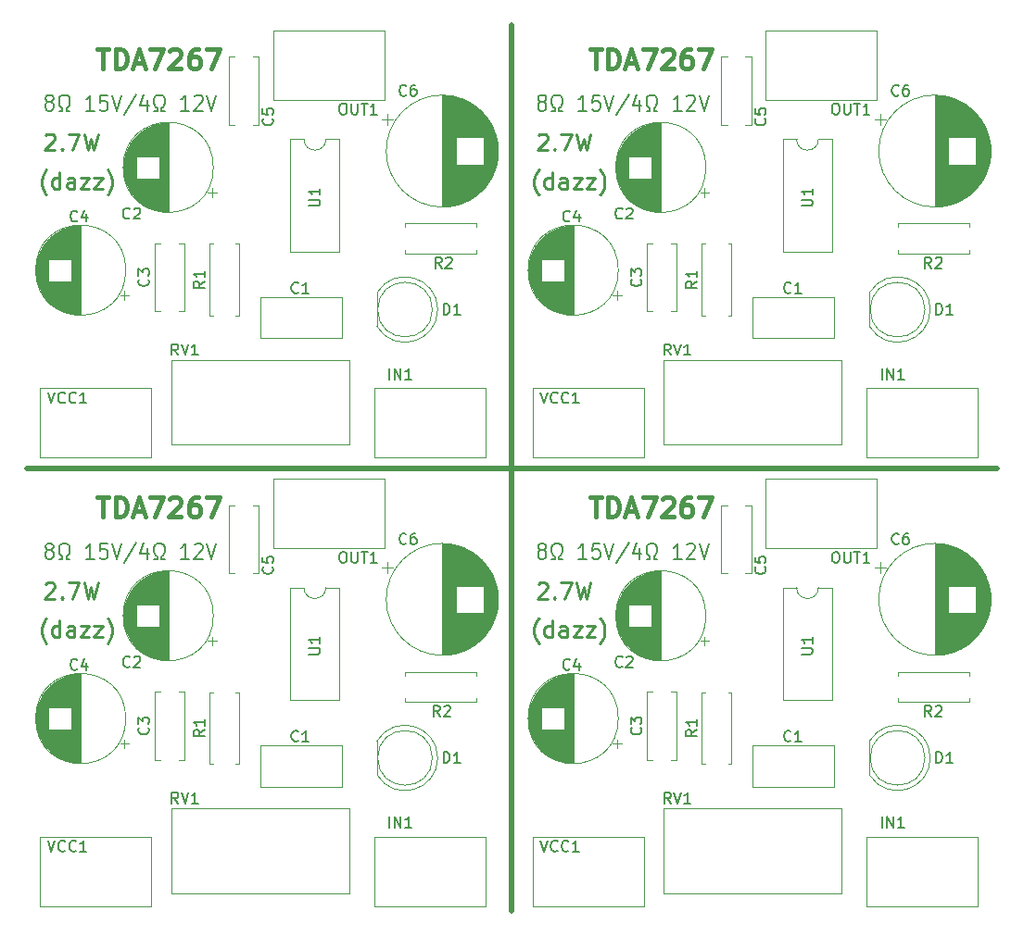
<source format=gbr>
%TF.GenerationSoftware,KiCad,Pcbnew,9.0.4*%
%TF.CreationDate,2025-09-15T15:44:18+02:00*%
%TF.ProjectId,TDA7267_2x2_panel,54444137-3236-4375-9f32-78325f70616e,rev?*%
%TF.SameCoordinates,Original*%
%TF.FileFunction,Legend,Top*%
%TF.FilePolarity,Positive*%
%FSLAX46Y46*%
G04 Gerber Fmt 4.6, Leading zero omitted, Abs format (unit mm)*
G04 Created by KiCad (PCBNEW 9.0.4) date 2025-09-15 15:44:18*
%MOMM*%
%LPD*%
G01*
G04 APERTURE LIST*
%ADD10C,0.500000*%
%ADD11C,0.250000*%
%ADD12C,0.200000*%
%ADD13C,0.400000*%
%ADD14C,0.150000*%
%ADD15C,0.120000*%
G04 APERTURE END LIST*
D10*
X99966948Y-86629000D02*
X188566948Y-86629000D01*
X144266948Y-46129000D02*
X144266948Y-127129000D01*
D11*
X146653857Y-97202785D02*
X146725285Y-97131357D01*
X146725285Y-97131357D02*
X146868143Y-97059928D01*
X146868143Y-97059928D02*
X147225285Y-97059928D01*
X147225285Y-97059928D02*
X147368143Y-97131357D01*
X147368143Y-97131357D02*
X147439571Y-97202785D01*
X147439571Y-97202785D02*
X147511000Y-97345642D01*
X147511000Y-97345642D02*
X147511000Y-97488500D01*
X147511000Y-97488500D02*
X147439571Y-97702785D01*
X147439571Y-97702785D02*
X146582428Y-98559928D01*
X146582428Y-98559928D02*
X147511000Y-98559928D01*
X148153856Y-98417071D02*
X148225285Y-98488500D01*
X148225285Y-98488500D02*
X148153856Y-98559928D01*
X148153856Y-98559928D02*
X148082428Y-98488500D01*
X148082428Y-98488500D02*
X148153856Y-98417071D01*
X148153856Y-98417071D02*
X148153856Y-98559928D01*
X148725285Y-97059928D02*
X149725285Y-97059928D01*
X149725285Y-97059928D02*
X149082428Y-98559928D01*
X150153856Y-97059928D02*
X150510999Y-98559928D01*
X150510999Y-98559928D02*
X150796713Y-97488500D01*
X150796713Y-97488500D02*
X151082428Y-98559928D01*
X151082428Y-98559928D02*
X151439571Y-97059928D01*
X146725285Y-102631357D02*
X146653856Y-102559928D01*
X146653856Y-102559928D02*
X146510999Y-102345642D01*
X146510999Y-102345642D02*
X146439571Y-102202785D01*
X146439571Y-102202785D02*
X146368142Y-101988500D01*
X146368142Y-101988500D02*
X146296713Y-101631357D01*
X146296713Y-101631357D02*
X146296713Y-101345642D01*
X146296713Y-101345642D02*
X146368142Y-100988500D01*
X146368142Y-100988500D02*
X146439571Y-100774214D01*
X146439571Y-100774214D02*
X146510999Y-100631357D01*
X146510999Y-100631357D02*
X146653856Y-100417071D01*
X146653856Y-100417071D02*
X146725285Y-100345642D01*
X147939571Y-102059928D02*
X147939571Y-100559928D01*
X147939571Y-101988500D02*
X147796713Y-102059928D01*
X147796713Y-102059928D02*
X147510999Y-102059928D01*
X147510999Y-102059928D02*
X147368142Y-101988500D01*
X147368142Y-101988500D02*
X147296713Y-101917071D01*
X147296713Y-101917071D02*
X147225285Y-101774214D01*
X147225285Y-101774214D02*
X147225285Y-101345642D01*
X147225285Y-101345642D02*
X147296713Y-101202785D01*
X147296713Y-101202785D02*
X147368142Y-101131357D01*
X147368142Y-101131357D02*
X147510999Y-101059928D01*
X147510999Y-101059928D02*
X147796713Y-101059928D01*
X147796713Y-101059928D02*
X147939571Y-101131357D01*
X149296714Y-102059928D02*
X149296714Y-101274214D01*
X149296714Y-101274214D02*
X149225285Y-101131357D01*
X149225285Y-101131357D02*
X149082428Y-101059928D01*
X149082428Y-101059928D02*
X148796714Y-101059928D01*
X148796714Y-101059928D02*
X148653856Y-101131357D01*
X149296714Y-101988500D02*
X149153856Y-102059928D01*
X149153856Y-102059928D02*
X148796714Y-102059928D01*
X148796714Y-102059928D02*
X148653856Y-101988500D01*
X148653856Y-101988500D02*
X148582428Y-101845642D01*
X148582428Y-101845642D02*
X148582428Y-101702785D01*
X148582428Y-101702785D02*
X148653856Y-101559928D01*
X148653856Y-101559928D02*
X148796714Y-101488500D01*
X148796714Y-101488500D02*
X149153856Y-101488500D01*
X149153856Y-101488500D02*
X149296714Y-101417071D01*
X149868142Y-101059928D02*
X150653857Y-101059928D01*
X150653857Y-101059928D02*
X149868142Y-102059928D01*
X149868142Y-102059928D02*
X150653857Y-102059928D01*
X151082428Y-101059928D02*
X151868143Y-101059928D01*
X151868143Y-101059928D02*
X151082428Y-102059928D01*
X151082428Y-102059928D02*
X151868143Y-102059928D01*
X152296714Y-102631357D02*
X152368143Y-102559928D01*
X152368143Y-102559928D02*
X152511000Y-102345642D01*
X152511000Y-102345642D02*
X152582429Y-102202785D01*
X152582429Y-102202785D02*
X152653857Y-101988500D01*
X152653857Y-101988500D02*
X152725286Y-101631357D01*
X152725286Y-101631357D02*
X152725286Y-101345642D01*
X152725286Y-101345642D02*
X152653857Y-100988500D01*
X152653857Y-100988500D02*
X152582429Y-100774214D01*
X152582429Y-100774214D02*
X152511000Y-100631357D01*
X152511000Y-100631357D02*
X152368143Y-100417071D01*
X152368143Y-100417071D02*
X152296714Y-100345642D01*
D12*
X146887816Y-94119514D02*
X146764006Y-94050942D01*
X146764006Y-94050942D02*
X146702101Y-93982371D01*
X146702101Y-93982371D02*
X146640197Y-93845228D01*
X146640197Y-93845228D02*
X146640197Y-93776657D01*
X146640197Y-93776657D02*
X146702101Y-93639514D01*
X146702101Y-93639514D02*
X146764006Y-93570942D01*
X146764006Y-93570942D02*
X146887816Y-93502371D01*
X146887816Y-93502371D02*
X147135435Y-93502371D01*
X147135435Y-93502371D02*
X147259244Y-93570942D01*
X147259244Y-93570942D02*
X147321149Y-93639514D01*
X147321149Y-93639514D02*
X147383054Y-93776657D01*
X147383054Y-93776657D02*
X147383054Y-93845228D01*
X147383054Y-93845228D02*
X147321149Y-93982371D01*
X147321149Y-93982371D02*
X147259244Y-94050942D01*
X147259244Y-94050942D02*
X147135435Y-94119514D01*
X147135435Y-94119514D02*
X146887816Y-94119514D01*
X146887816Y-94119514D02*
X146764006Y-94188085D01*
X146764006Y-94188085D02*
X146702101Y-94256657D01*
X146702101Y-94256657D02*
X146640197Y-94393800D01*
X146640197Y-94393800D02*
X146640197Y-94668085D01*
X146640197Y-94668085D02*
X146702101Y-94805228D01*
X146702101Y-94805228D02*
X146764006Y-94873800D01*
X146764006Y-94873800D02*
X146887816Y-94942371D01*
X146887816Y-94942371D02*
X147135435Y-94942371D01*
X147135435Y-94942371D02*
X147259244Y-94873800D01*
X147259244Y-94873800D02*
X147321149Y-94805228D01*
X147321149Y-94805228D02*
X147383054Y-94668085D01*
X147383054Y-94668085D02*
X147383054Y-94393800D01*
X147383054Y-94393800D02*
X147321149Y-94256657D01*
X147321149Y-94256657D02*
X147259244Y-94188085D01*
X147259244Y-94188085D02*
X147135435Y-94119514D01*
X147878292Y-94942371D02*
X148187815Y-94942371D01*
X148187815Y-94942371D02*
X148187815Y-94668085D01*
X148187815Y-94668085D02*
X148064006Y-94599514D01*
X148064006Y-94599514D02*
X147940196Y-94462371D01*
X147940196Y-94462371D02*
X147878292Y-94256657D01*
X147878292Y-94256657D02*
X147878292Y-93913800D01*
X147878292Y-93913800D02*
X147940196Y-93708085D01*
X147940196Y-93708085D02*
X148064006Y-93570942D01*
X148064006Y-93570942D02*
X148249720Y-93502371D01*
X148249720Y-93502371D02*
X148497339Y-93502371D01*
X148497339Y-93502371D02*
X148683053Y-93570942D01*
X148683053Y-93570942D02*
X148806863Y-93708085D01*
X148806863Y-93708085D02*
X148868768Y-93913800D01*
X148868768Y-93913800D02*
X148868768Y-94256657D01*
X148868768Y-94256657D02*
X148806863Y-94462371D01*
X148806863Y-94462371D02*
X148683053Y-94599514D01*
X148683053Y-94599514D02*
X148559244Y-94668085D01*
X148559244Y-94668085D02*
X148559244Y-94942371D01*
X148559244Y-94942371D02*
X148868768Y-94942371D01*
X151097339Y-94942371D02*
X150354482Y-94942371D01*
X150725910Y-94942371D02*
X150725910Y-93502371D01*
X150725910Y-93502371D02*
X150602101Y-93708085D01*
X150602101Y-93708085D02*
X150478291Y-93845228D01*
X150478291Y-93845228D02*
X150354482Y-93913800D01*
X152273529Y-93502371D02*
X151654481Y-93502371D01*
X151654481Y-93502371D02*
X151592577Y-94188085D01*
X151592577Y-94188085D02*
X151654481Y-94119514D01*
X151654481Y-94119514D02*
X151778291Y-94050942D01*
X151778291Y-94050942D02*
X152087815Y-94050942D01*
X152087815Y-94050942D02*
X152211624Y-94119514D01*
X152211624Y-94119514D02*
X152273529Y-94188085D01*
X152273529Y-94188085D02*
X152335434Y-94325228D01*
X152335434Y-94325228D02*
X152335434Y-94668085D01*
X152335434Y-94668085D02*
X152273529Y-94805228D01*
X152273529Y-94805228D02*
X152211624Y-94873800D01*
X152211624Y-94873800D02*
X152087815Y-94942371D01*
X152087815Y-94942371D02*
X151778291Y-94942371D01*
X151778291Y-94942371D02*
X151654481Y-94873800D01*
X151654481Y-94873800D02*
X151592577Y-94805228D01*
X152706862Y-93502371D02*
X153140195Y-94942371D01*
X153140195Y-94942371D02*
X153573529Y-93502371D01*
X154935434Y-93433800D02*
X153821148Y-95285228D01*
X155925910Y-93982371D02*
X155925910Y-94942371D01*
X155616386Y-93433800D02*
X155306863Y-94462371D01*
X155306863Y-94462371D02*
X156111624Y-94462371D01*
X156544958Y-94942371D02*
X156854481Y-94942371D01*
X156854481Y-94942371D02*
X156854481Y-94668085D01*
X156854481Y-94668085D02*
X156730672Y-94599514D01*
X156730672Y-94599514D02*
X156606862Y-94462371D01*
X156606862Y-94462371D02*
X156544958Y-94256657D01*
X156544958Y-94256657D02*
X156544958Y-93913800D01*
X156544958Y-93913800D02*
X156606862Y-93708085D01*
X156606862Y-93708085D02*
X156730672Y-93570942D01*
X156730672Y-93570942D02*
X156916386Y-93502371D01*
X156916386Y-93502371D02*
X157164005Y-93502371D01*
X157164005Y-93502371D02*
X157349719Y-93570942D01*
X157349719Y-93570942D02*
X157473529Y-93708085D01*
X157473529Y-93708085D02*
X157535434Y-93913800D01*
X157535434Y-93913800D02*
X157535434Y-94256657D01*
X157535434Y-94256657D02*
X157473529Y-94462371D01*
X157473529Y-94462371D02*
X157349719Y-94599514D01*
X157349719Y-94599514D02*
X157225910Y-94668085D01*
X157225910Y-94668085D02*
X157225910Y-94942371D01*
X157225910Y-94942371D02*
X157535434Y-94942371D01*
X159764005Y-94942371D02*
X159021148Y-94942371D01*
X159392576Y-94942371D02*
X159392576Y-93502371D01*
X159392576Y-93502371D02*
X159268767Y-93708085D01*
X159268767Y-93708085D02*
X159144957Y-93845228D01*
X159144957Y-93845228D02*
X159021148Y-93913800D01*
X160259243Y-93639514D02*
X160321147Y-93570942D01*
X160321147Y-93570942D02*
X160444957Y-93502371D01*
X160444957Y-93502371D02*
X160754481Y-93502371D01*
X160754481Y-93502371D02*
X160878290Y-93570942D01*
X160878290Y-93570942D02*
X160940195Y-93639514D01*
X160940195Y-93639514D02*
X161002100Y-93776657D01*
X161002100Y-93776657D02*
X161002100Y-93913800D01*
X161002100Y-93913800D02*
X160940195Y-94119514D01*
X160940195Y-94119514D02*
X160197338Y-94942371D01*
X160197338Y-94942371D02*
X161002100Y-94942371D01*
X161373528Y-93502371D02*
X161806861Y-94942371D01*
X161806861Y-94942371D02*
X162240195Y-93502371D01*
D11*
X101653857Y-56202785D02*
X101725285Y-56131357D01*
X101725285Y-56131357D02*
X101868143Y-56059928D01*
X101868143Y-56059928D02*
X102225285Y-56059928D01*
X102225285Y-56059928D02*
X102368143Y-56131357D01*
X102368143Y-56131357D02*
X102439571Y-56202785D01*
X102439571Y-56202785D02*
X102511000Y-56345642D01*
X102511000Y-56345642D02*
X102511000Y-56488500D01*
X102511000Y-56488500D02*
X102439571Y-56702785D01*
X102439571Y-56702785D02*
X101582428Y-57559928D01*
X101582428Y-57559928D02*
X102511000Y-57559928D01*
X103153856Y-57417071D02*
X103225285Y-57488500D01*
X103225285Y-57488500D02*
X103153856Y-57559928D01*
X103153856Y-57559928D02*
X103082428Y-57488500D01*
X103082428Y-57488500D02*
X103153856Y-57417071D01*
X103153856Y-57417071D02*
X103153856Y-57559928D01*
X103725285Y-56059928D02*
X104725285Y-56059928D01*
X104725285Y-56059928D02*
X104082428Y-57559928D01*
X105153856Y-56059928D02*
X105510999Y-57559928D01*
X105510999Y-57559928D02*
X105796713Y-56488500D01*
X105796713Y-56488500D02*
X106082428Y-57559928D01*
X106082428Y-57559928D02*
X106439571Y-56059928D01*
D13*
X106407339Y-48281029D02*
X107435911Y-48281029D01*
X106921625Y-50081029D02*
X106921625Y-48281029D01*
X108035911Y-50081029D02*
X108035911Y-48281029D01*
X108035911Y-48281029D02*
X108464482Y-48281029D01*
X108464482Y-48281029D02*
X108721625Y-48366743D01*
X108721625Y-48366743D02*
X108893054Y-48538172D01*
X108893054Y-48538172D02*
X108978768Y-48709600D01*
X108978768Y-48709600D02*
X109064482Y-49052457D01*
X109064482Y-49052457D02*
X109064482Y-49309600D01*
X109064482Y-49309600D02*
X108978768Y-49652457D01*
X108978768Y-49652457D02*
X108893054Y-49823886D01*
X108893054Y-49823886D02*
X108721625Y-49995315D01*
X108721625Y-49995315D02*
X108464482Y-50081029D01*
X108464482Y-50081029D02*
X108035911Y-50081029D01*
X109750197Y-49566743D02*
X110607340Y-49566743D01*
X109578768Y-50081029D02*
X110178768Y-48281029D01*
X110178768Y-48281029D02*
X110778768Y-50081029D01*
X111207339Y-48281029D02*
X112407339Y-48281029D01*
X112407339Y-48281029D02*
X111635911Y-50081029D01*
X113007340Y-48452457D02*
X113093054Y-48366743D01*
X113093054Y-48366743D02*
X113264483Y-48281029D01*
X113264483Y-48281029D02*
X113693054Y-48281029D01*
X113693054Y-48281029D02*
X113864483Y-48366743D01*
X113864483Y-48366743D02*
X113950197Y-48452457D01*
X113950197Y-48452457D02*
X114035911Y-48623886D01*
X114035911Y-48623886D02*
X114035911Y-48795315D01*
X114035911Y-48795315D02*
X113950197Y-49052457D01*
X113950197Y-49052457D02*
X112921625Y-50081029D01*
X112921625Y-50081029D02*
X114035911Y-50081029D01*
X115578769Y-48281029D02*
X115235911Y-48281029D01*
X115235911Y-48281029D02*
X115064483Y-48366743D01*
X115064483Y-48366743D02*
X114978769Y-48452457D01*
X114978769Y-48452457D02*
X114807340Y-48709600D01*
X114807340Y-48709600D02*
X114721626Y-49052457D01*
X114721626Y-49052457D02*
X114721626Y-49738172D01*
X114721626Y-49738172D02*
X114807340Y-49909600D01*
X114807340Y-49909600D02*
X114893054Y-49995315D01*
X114893054Y-49995315D02*
X115064483Y-50081029D01*
X115064483Y-50081029D02*
X115407340Y-50081029D01*
X115407340Y-50081029D02*
X115578769Y-49995315D01*
X115578769Y-49995315D02*
X115664483Y-49909600D01*
X115664483Y-49909600D02*
X115750197Y-49738172D01*
X115750197Y-49738172D02*
X115750197Y-49309600D01*
X115750197Y-49309600D02*
X115664483Y-49138172D01*
X115664483Y-49138172D02*
X115578769Y-49052457D01*
X115578769Y-49052457D02*
X115407340Y-48966743D01*
X115407340Y-48966743D02*
X115064483Y-48966743D01*
X115064483Y-48966743D02*
X114893054Y-49052457D01*
X114893054Y-49052457D02*
X114807340Y-49138172D01*
X114807340Y-49138172D02*
X114721626Y-49309600D01*
X116350197Y-48281029D02*
X117550197Y-48281029D01*
X117550197Y-48281029D02*
X116778769Y-50081029D01*
X151407339Y-89281029D02*
X152435911Y-89281029D01*
X151921625Y-91081029D02*
X151921625Y-89281029D01*
X153035911Y-91081029D02*
X153035911Y-89281029D01*
X153035911Y-89281029D02*
X153464482Y-89281029D01*
X153464482Y-89281029D02*
X153721625Y-89366743D01*
X153721625Y-89366743D02*
X153893054Y-89538172D01*
X153893054Y-89538172D02*
X153978768Y-89709600D01*
X153978768Y-89709600D02*
X154064482Y-90052457D01*
X154064482Y-90052457D02*
X154064482Y-90309600D01*
X154064482Y-90309600D02*
X153978768Y-90652457D01*
X153978768Y-90652457D02*
X153893054Y-90823886D01*
X153893054Y-90823886D02*
X153721625Y-90995315D01*
X153721625Y-90995315D02*
X153464482Y-91081029D01*
X153464482Y-91081029D02*
X153035911Y-91081029D01*
X154750197Y-90566743D02*
X155607340Y-90566743D01*
X154578768Y-91081029D02*
X155178768Y-89281029D01*
X155178768Y-89281029D02*
X155778768Y-91081029D01*
X156207339Y-89281029D02*
X157407339Y-89281029D01*
X157407339Y-89281029D02*
X156635911Y-91081029D01*
X158007340Y-89452457D02*
X158093054Y-89366743D01*
X158093054Y-89366743D02*
X158264483Y-89281029D01*
X158264483Y-89281029D02*
X158693054Y-89281029D01*
X158693054Y-89281029D02*
X158864483Y-89366743D01*
X158864483Y-89366743D02*
X158950197Y-89452457D01*
X158950197Y-89452457D02*
X159035911Y-89623886D01*
X159035911Y-89623886D02*
X159035911Y-89795315D01*
X159035911Y-89795315D02*
X158950197Y-90052457D01*
X158950197Y-90052457D02*
X157921625Y-91081029D01*
X157921625Y-91081029D02*
X159035911Y-91081029D01*
X160578769Y-89281029D02*
X160235911Y-89281029D01*
X160235911Y-89281029D02*
X160064483Y-89366743D01*
X160064483Y-89366743D02*
X159978769Y-89452457D01*
X159978769Y-89452457D02*
X159807340Y-89709600D01*
X159807340Y-89709600D02*
X159721626Y-90052457D01*
X159721626Y-90052457D02*
X159721626Y-90738172D01*
X159721626Y-90738172D02*
X159807340Y-90909600D01*
X159807340Y-90909600D02*
X159893054Y-90995315D01*
X159893054Y-90995315D02*
X160064483Y-91081029D01*
X160064483Y-91081029D02*
X160407340Y-91081029D01*
X160407340Y-91081029D02*
X160578769Y-90995315D01*
X160578769Y-90995315D02*
X160664483Y-90909600D01*
X160664483Y-90909600D02*
X160750197Y-90738172D01*
X160750197Y-90738172D02*
X160750197Y-90309600D01*
X160750197Y-90309600D02*
X160664483Y-90138172D01*
X160664483Y-90138172D02*
X160578769Y-90052457D01*
X160578769Y-90052457D02*
X160407340Y-89966743D01*
X160407340Y-89966743D02*
X160064483Y-89966743D01*
X160064483Y-89966743D02*
X159893054Y-90052457D01*
X159893054Y-90052457D02*
X159807340Y-90138172D01*
X159807340Y-90138172D02*
X159721626Y-90309600D01*
X161350197Y-89281029D02*
X162550197Y-89281029D01*
X162550197Y-89281029D02*
X161778769Y-91081029D01*
X106407339Y-89281029D02*
X107435911Y-89281029D01*
X106921625Y-91081029D02*
X106921625Y-89281029D01*
X108035911Y-91081029D02*
X108035911Y-89281029D01*
X108035911Y-89281029D02*
X108464482Y-89281029D01*
X108464482Y-89281029D02*
X108721625Y-89366743D01*
X108721625Y-89366743D02*
X108893054Y-89538172D01*
X108893054Y-89538172D02*
X108978768Y-89709600D01*
X108978768Y-89709600D02*
X109064482Y-90052457D01*
X109064482Y-90052457D02*
X109064482Y-90309600D01*
X109064482Y-90309600D02*
X108978768Y-90652457D01*
X108978768Y-90652457D02*
X108893054Y-90823886D01*
X108893054Y-90823886D02*
X108721625Y-90995315D01*
X108721625Y-90995315D02*
X108464482Y-91081029D01*
X108464482Y-91081029D02*
X108035911Y-91081029D01*
X109750197Y-90566743D02*
X110607340Y-90566743D01*
X109578768Y-91081029D02*
X110178768Y-89281029D01*
X110178768Y-89281029D02*
X110778768Y-91081029D01*
X111207339Y-89281029D02*
X112407339Y-89281029D01*
X112407339Y-89281029D02*
X111635911Y-91081029D01*
X113007340Y-89452457D02*
X113093054Y-89366743D01*
X113093054Y-89366743D02*
X113264483Y-89281029D01*
X113264483Y-89281029D02*
X113693054Y-89281029D01*
X113693054Y-89281029D02*
X113864483Y-89366743D01*
X113864483Y-89366743D02*
X113950197Y-89452457D01*
X113950197Y-89452457D02*
X114035911Y-89623886D01*
X114035911Y-89623886D02*
X114035911Y-89795315D01*
X114035911Y-89795315D02*
X113950197Y-90052457D01*
X113950197Y-90052457D02*
X112921625Y-91081029D01*
X112921625Y-91081029D02*
X114035911Y-91081029D01*
X115578769Y-89281029D02*
X115235911Y-89281029D01*
X115235911Y-89281029D02*
X115064483Y-89366743D01*
X115064483Y-89366743D02*
X114978769Y-89452457D01*
X114978769Y-89452457D02*
X114807340Y-89709600D01*
X114807340Y-89709600D02*
X114721626Y-90052457D01*
X114721626Y-90052457D02*
X114721626Y-90738172D01*
X114721626Y-90738172D02*
X114807340Y-90909600D01*
X114807340Y-90909600D02*
X114893054Y-90995315D01*
X114893054Y-90995315D02*
X115064483Y-91081029D01*
X115064483Y-91081029D02*
X115407340Y-91081029D01*
X115407340Y-91081029D02*
X115578769Y-90995315D01*
X115578769Y-90995315D02*
X115664483Y-90909600D01*
X115664483Y-90909600D02*
X115750197Y-90738172D01*
X115750197Y-90738172D02*
X115750197Y-90309600D01*
X115750197Y-90309600D02*
X115664483Y-90138172D01*
X115664483Y-90138172D02*
X115578769Y-90052457D01*
X115578769Y-90052457D02*
X115407340Y-89966743D01*
X115407340Y-89966743D02*
X115064483Y-89966743D01*
X115064483Y-89966743D02*
X114893054Y-90052457D01*
X114893054Y-90052457D02*
X114807340Y-90138172D01*
X114807340Y-90138172D02*
X114721626Y-90309600D01*
X116350197Y-89281029D02*
X117550197Y-89281029D01*
X117550197Y-89281029D02*
X116778769Y-91081029D01*
D12*
X101887816Y-53119514D02*
X101764006Y-53050942D01*
X101764006Y-53050942D02*
X101702101Y-52982371D01*
X101702101Y-52982371D02*
X101640197Y-52845228D01*
X101640197Y-52845228D02*
X101640197Y-52776657D01*
X101640197Y-52776657D02*
X101702101Y-52639514D01*
X101702101Y-52639514D02*
X101764006Y-52570942D01*
X101764006Y-52570942D02*
X101887816Y-52502371D01*
X101887816Y-52502371D02*
X102135435Y-52502371D01*
X102135435Y-52502371D02*
X102259244Y-52570942D01*
X102259244Y-52570942D02*
X102321149Y-52639514D01*
X102321149Y-52639514D02*
X102383054Y-52776657D01*
X102383054Y-52776657D02*
X102383054Y-52845228D01*
X102383054Y-52845228D02*
X102321149Y-52982371D01*
X102321149Y-52982371D02*
X102259244Y-53050942D01*
X102259244Y-53050942D02*
X102135435Y-53119514D01*
X102135435Y-53119514D02*
X101887816Y-53119514D01*
X101887816Y-53119514D02*
X101764006Y-53188085D01*
X101764006Y-53188085D02*
X101702101Y-53256657D01*
X101702101Y-53256657D02*
X101640197Y-53393800D01*
X101640197Y-53393800D02*
X101640197Y-53668085D01*
X101640197Y-53668085D02*
X101702101Y-53805228D01*
X101702101Y-53805228D02*
X101764006Y-53873800D01*
X101764006Y-53873800D02*
X101887816Y-53942371D01*
X101887816Y-53942371D02*
X102135435Y-53942371D01*
X102135435Y-53942371D02*
X102259244Y-53873800D01*
X102259244Y-53873800D02*
X102321149Y-53805228D01*
X102321149Y-53805228D02*
X102383054Y-53668085D01*
X102383054Y-53668085D02*
X102383054Y-53393800D01*
X102383054Y-53393800D02*
X102321149Y-53256657D01*
X102321149Y-53256657D02*
X102259244Y-53188085D01*
X102259244Y-53188085D02*
X102135435Y-53119514D01*
X102878292Y-53942371D02*
X103187815Y-53942371D01*
X103187815Y-53942371D02*
X103187815Y-53668085D01*
X103187815Y-53668085D02*
X103064006Y-53599514D01*
X103064006Y-53599514D02*
X102940196Y-53462371D01*
X102940196Y-53462371D02*
X102878292Y-53256657D01*
X102878292Y-53256657D02*
X102878292Y-52913800D01*
X102878292Y-52913800D02*
X102940196Y-52708085D01*
X102940196Y-52708085D02*
X103064006Y-52570942D01*
X103064006Y-52570942D02*
X103249720Y-52502371D01*
X103249720Y-52502371D02*
X103497339Y-52502371D01*
X103497339Y-52502371D02*
X103683053Y-52570942D01*
X103683053Y-52570942D02*
X103806863Y-52708085D01*
X103806863Y-52708085D02*
X103868768Y-52913800D01*
X103868768Y-52913800D02*
X103868768Y-53256657D01*
X103868768Y-53256657D02*
X103806863Y-53462371D01*
X103806863Y-53462371D02*
X103683053Y-53599514D01*
X103683053Y-53599514D02*
X103559244Y-53668085D01*
X103559244Y-53668085D02*
X103559244Y-53942371D01*
X103559244Y-53942371D02*
X103868768Y-53942371D01*
X106097339Y-53942371D02*
X105354482Y-53942371D01*
X105725910Y-53942371D02*
X105725910Y-52502371D01*
X105725910Y-52502371D02*
X105602101Y-52708085D01*
X105602101Y-52708085D02*
X105478291Y-52845228D01*
X105478291Y-52845228D02*
X105354482Y-52913800D01*
X107273529Y-52502371D02*
X106654481Y-52502371D01*
X106654481Y-52502371D02*
X106592577Y-53188085D01*
X106592577Y-53188085D02*
X106654481Y-53119514D01*
X106654481Y-53119514D02*
X106778291Y-53050942D01*
X106778291Y-53050942D02*
X107087815Y-53050942D01*
X107087815Y-53050942D02*
X107211624Y-53119514D01*
X107211624Y-53119514D02*
X107273529Y-53188085D01*
X107273529Y-53188085D02*
X107335434Y-53325228D01*
X107335434Y-53325228D02*
X107335434Y-53668085D01*
X107335434Y-53668085D02*
X107273529Y-53805228D01*
X107273529Y-53805228D02*
X107211624Y-53873800D01*
X107211624Y-53873800D02*
X107087815Y-53942371D01*
X107087815Y-53942371D02*
X106778291Y-53942371D01*
X106778291Y-53942371D02*
X106654481Y-53873800D01*
X106654481Y-53873800D02*
X106592577Y-53805228D01*
X107706862Y-52502371D02*
X108140195Y-53942371D01*
X108140195Y-53942371D02*
X108573529Y-52502371D01*
X109935434Y-52433800D02*
X108821148Y-54285228D01*
X110925910Y-52982371D02*
X110925910Y-53942371D01*
X110616386Y-52433800D02*
X110306863Y-53462371D01*
X110306863Y-53462371D02*
X111111624Y-53462371D01*
X111544958Y-53942371D02*
X111854481Y-53942371D01*
X111854481Y-53942371D02*
X111854481Y-53668085D01*
X111854481Y-53668085D02*
X111730672Y-53599514D01*
X111730672Y-53599514D02*
X111606862Y-53462371D01*
X111606862Y-53462371D02*
X111544958Y-53256657D01*
X111544958Y-53256657D02*
X111544958Y-52913800D01*
X111544958Y-52913800D02*
X111606862Y-52708085D01*
X111606862Y-52708085D02*
X111730672Y-52570942D01*
X111730672Y-52570942D02*
X111916386Y-52502371D01*
X111916386Y-52502371D02*
X112164005Y-52502371D01*
X112164005Y-52502371D02*
X112349719Y-52570942D01*
X112349719Y-52570942D02*
X112473529Y-52708085D01*
X112473529Y-52708085D02*
X112535434Y-52913800D01*
X112535434Y-52913800D02*
X112535434Y-53256657D01*
X112535434Y-53256657D02*
X112473529Y-53462371D01*
X112473529Y-53462371D02*
X112349719Y-53599514D01*
X112349719Y-53599514D02*
X112225910Y-53668085D01*
X112225910Y-53668085D02*
X112225910Y-53942371D01*
X112225910Y-53942371D02*
X112535434Y-53942371D01*
X114764005Y-53942371D02*
X114021148Y-53942371D01*
X114392576Y-53942371D02*
X114392576Y-52502371D01*
X114392576Y-52502371D02*
X114268767Y-52708085D01*
X114268767Y-52708085D02*
X114144957Y-52845228D01*
X114144957Y-52845228D02*
X114021148Y-52913800D01*
X115259243Y-52639514D02*
X115321147Y-52570942D01*
X115321147Y-52570942D02*
X115444957Y-52502371D01*
X115444957Y-52502371D02*
X115754481Y-52502371D01*
X115754481Y-52502371D02*
X115878290Y-52570942D01*
X115878290Y-52570942D02*
X115940195Y-52639514D01*
X115940195Y-52639514D02*
X116002100Y-52776657D01*
X116002100Y-52776657D02*
X116002100Y-52913800D01*
X116002100Y-52913800D02*
X115940195Y-53119514D01*
X115940195Y-53119514D02*
X115197338Y-53942371D01*
X115197338Y-53942371D02*
X116002100Y-53942371D01*
X116373528Y-52502371D02*
X116806861Y-53942371D01*
X116806861Y-53942371D02*
X117240195Y-52502371D01*
X146887816Y-53119514D02*
X146764006Y-53050942D01*
X146764006Y-53050942D02*
X146702101Y-52982371D01*
X146702101Y-52982371D02*
X146640197Y-52845228D01*
X146640197Y-52845228D02*
X146640197Y-52776657D01*
X146640197Y-52776657D02*
X146702101Y-52639514D01*
X146702101Y-52639514D02*
X146764006Y-52570942D01*
X146764006Y-52570942D02*
X146887816Y-52502371D01*
X146887816Y-52502371D02*
X147135435Y-52502371D01*
X147135435Y-52502371D02*
X147259244Y-52570942D01*
X147259244Y-52570942D02*
X147321149Y-52639514D01*
X147321149Y-52639514D02*
X147383054Y-52776657D01*
X147383054Y-52776657D02*
X147383054Y-52845228D01*
X147383054Y-52845228D02*
X147321149Y-52982371D01*
X147321149Y-52982371D02*
X147259244Y-53050942D01*
X147259244Y-53050942D02*
X147135435Y-53119514D01*
X147135435Y-53119514D02*
X146887816Y-53119514D01*
X146887816Y-53119514D02*
X146764006Y-53188085D01*
X146764006Y-53188085D02*
X146702101Y-53256657D01*
X146702101Y-53256657D02*
X146640197Y-53393800D01*
X146640197Y-53393800D02*
X146640197Y-53668085D01*
X146640197Y-53668085D02*
X146702101Y-53805228D01*
X146702101Y-53805228D02*
X146764006Y-53873800D01*
X146764006Y-53873800D02*
X146887816Y-53942371D01*
X146887816Y-53942371D02*
X147135435Y-53942371D01*
X147135435Y-53942371D02*
X147259244Y-53873800D01*
X147259244Y-53873800D02*
X147321149Y-53805228D01*
X147321149Y-53805228D02*
X147383054Y-53668085D01*
X147383054Y-53668085D02*
X147383054Y-53393800D01*
X147383054Y-53393800D02*
X147321149Y-53256657D01*
X147321149Y-53256657D02*
X147259244Y-53188085D01*
X147259244Y-53188085D02*
X147135435Y-53119514D01*
X147878292Y-53942371D02*
X148187815Y-53942371D01*
X148187815Y-53942371D02*
X148187815Y-53668085D01*
X148187815Y-53668085D02*
X148064006Y-53599514D01*
X148064006Y-53599514D02*
X147940196Y-53462371D01*
X147940196Y-53462371D02*
X147878292Y-53256657D01*
X147878292Y-53256657D02*
X147878292Y-52913800D01*
X147878292Y-52913800D02*
X147940196Y-52708085D01*
X147940196Y-52708085D02*
X148064006Y-52570942D01*
X148064006Y-52570942D02*
X148249720Y-52502371D01*
X148249720Y-52502371D02*
X148497339Y-52502371D01*
X148497339Y-52502371D02*
X148683053Y-52570942D01*
X148683053Y-52570942D02*
X148806863Y-52708085D01*
X148806863Y-52708085D02*
X148868768Y-52913800D01*
X148868768Y-52913800D02*
X148868768Y-53256657D01*
X148868768Y-53256657D02*
X148806863Y-53462371D01*
X148806863Y-53462371D02*
X148683053Y-53599514D01*
X148683053Y-53599514D02*
X148559244Y-53668085D01*
X148559244Y-53668085D02*
X148559244Y-53942371D01*
X148559244Y-53942371D02*
X148868768Y-53942371D01*
X151097339Y-53942371D02*
X150354482Y-53942371D01*
X150725910Y-53942371D02*
X150725910Y-52502371D01*
X150725910Y-52502371D02*
X150602101Y-52708085D01*
X150602101Y-52708085D02*
X150478291Y-52845228D01*
X150478291Y-52845228D02*
X150354482Y-52913800D01*
X152273529Y-52502371D02*
X151654481Y-52502371D01*
X151654481Y-52502371D02*
X151592577Y-53188085D01*
X151592577Y-53188085D02*
X151654481Y-53119514D01*
X151654481Y-53119514D02*
X151778291Y-53050942D01*
X151778291Y-53050942D02*
X152087815Y-53050942D01*
X152087815Y-53050942D02*
X152211624Y-53119514D01*
X152211624Y-53119514D02*
X152273529Y-53188085D01*
X152273529Y-53188085D02*
X152335434Y-53325228D01*
X152335434Y-53325228D02*
X152335434Y-53668085D01*
X152335434Y-53668085D02*
X152273529Y-53805228D01*
X152273529Y-53805228D02*
X152211624Y-53873800D01*
X152211624Y-53873800D02*
X152087815Y-53942371D01*
X152087815Y-53942371D02*
X151778291Y-53942371D01*
X151778291Y-53942371D02*
X151654481Y-53873800D01*
X151654481Y-53873800D02*
X151592577Y-53805228D01*
X152706862Y-52502371D02*
X153140195Y-53942371D01*
X153140195Y-53942371D02*
X153573529Y-52502371D01*
X154935434Y-52433800D02*
X153821148Y-54285228D01*
X155925910Y-52982371D02*
X155925910Y-53942371D01*
X155616386Y-52433800D02*
X155306863Y-53462371D01*
X155306863Y-53462371D02*
X156111624Y-53462371D01*
X156544958Y-53942371D02*
X156854481Y-53942371D01*
X156854481Y-53942371D02*
X156854481Y-53668085D01*
X156854481Y-53668085D02*
X156730672Y-53599514D01*
X156730672Y-53599514D02*
X156606862Y-53462371D01*
X156606862Y-53462371D02*
X156544958Y-53256657D01*
X156544958Y-53256657D02*
X156544958Y-52913800D01*
X156544958Y-52913800D02*
X156606862Y-52708085D01*
X156606862Y-52708085D02*
X156730672Y-52570942D01*
X156730672Y-52570942D02*
X156916386Y-52502371D01*
X156916386Y-52502371D02*
X157164005Y-52502371D01*
X157164005Y-52502371D02*
X157349719Y-52570942D01*
X157349719Y-52570942D02*
X157473529Y-52708085D01*
X157473529Y-52708085D02*
X157535434Y-52913800D01*
X157535434Y-52913800D02*
X157535434Y-53256657D01*
X157535434Y-53256657D02*
X157473529Y-53462371D01*
X157473529Y-53462371D02*
X157349719Y-53599514D01*
X157349719Y-53599514D02*
X157225910Y-53668085D01*
X157225910Y-53668085D02*
X157225910Y-53942371D01*
X157225910Y-53942371D02*
X157535434Y-53942371D01*
X159764005Y-53942371D02*
X159021148Y-53942371D01*
X159392576Y-53942371D02*
X159392576Y-52502371D01*
X159392576Y-52502371D02*
X159268767Y-52708085D01*
X159268767Y-52708085D02*
X159144957Y-52845228D01*
X159144957Y-52845228D02*
X159021148Y-52913800D01*
X160259243Y-52639514D02*
X160321147Y-52570942D01*
X160321147Y-52570942D02*
X160444957Y-52502371D01*
X160444957Y-52502371D02*
X160754481Y-52502371D01*
X160754481Y-52502371D02*
X160878290Y-52570942D01*
X160878290Y-52570942D02*
X160940195Y-52639514D01*
X160940195Y-52639514D02*
X161002100Y-52776657D01*
X161002100Y-52776657D02*
X161002100Y-52913800D01*
X161002100Y-52913800D02*
X160940195Y-53119514D01*
X160940195Y-53119514D02*
X160197338Y-53942371D01*
X160197338Y-53942371D02*
X161002100Y-53942371D01*
X161373528Y-52502371D02*
X161806861Y-53942371D01*
X161806861Y-53942371D02*
X162240195Y-52502371D01*
D13*
X151407339Y-48281029D02*
X152435911Y-48281029D01*
X151921625Y-50081029D02*
X151921625Y-48281029D01*
X153035911Y-50081029D02*
X153035911Y-48281029D01*
X153035911Y-48281029D02*
X153464482Y-48281029D01*
X153464482Y-48281029D02*
X153721625Y-48366743D01*
X153721625Y-48366743D02*
X153893054Y-48538172D01*
X153893054Y-48538172D02*
X153978768Y-48709600D01*
X153978768Y-48709600D02*
X154064482Y-49052457D01*
X154064482Y-49052457D02*
X154064482Y-49309600D01*
X154064482Y-49309600D02*
X153978768Y-49652457D01*
X153978768Y-49652457D02*
X153893054Y-49823886D01*
X153893054Y-49823886D02*
X153721625Y-49995315D01*
X153721625Y-49995315D02*
X153464482Y-50081029D01*
X153464482Y-50081029D02*
X153035911Y-50081029D01*
X154750197Y-49566743D02*
X155607340Y-49566743D01*
X154578768Y-50081029D02*
X155178768Y-48281029D01*
X155178768Y-48281029D02*
X155778768Y-50081029D01*
X156207339Y-48281029D02*
X157407339Y-48281029D01*
X157407339Y-48281029D02*
X156635911Y-50081029D01*
X158007340Y-48452457D02*
X158093054Y-48366743D01*
X158093054Y-48366743D02*
X158264483Y-48281029D01*
X158264483Y-48281029D02*
X158693054Y-48281029D01*
X158693054Y-48281029D02*
X158864483Y-48366743D01*
X158864483Y-48366743D02*
X158950197Y-48452457D01*
X158950197Y-48452457D02*
X159035911Y-48623886D01*
X159035911Y-48623886D02*
X159035911Y-48795315D01*
X159035911Y-48795315D02*
X158950197Y-49052457D01*
X158950197Y-49052457D02*
X157921625Y-50081029D01*
X157921625Y-50081029D02*
X159035911Y-50081029D01*
X160578769Y-48281029D02*
X160235911Y-48281029D01*
X160235911Y-48281029D02*
X160064483Y-48366743D01*
X160064483Y-48366743D02*
X159978769Y-48452457D01*
X159978769Y-48452457D02*
X159807340Y-48709600D01*
X159807340Y-48709600D02*
X159721626Y-49052457D01*
X159721626Y-49052457D02*
X159721626Y-49738172D01*
X159721626Y-49738172D02*
X159807340Y-49909600D01*
X159807340Y-49909600D02*
X159893054Y-49995315D01*
X159893054Y-49995315D02*
X160064483Y-50081029D01*
X160064483Y-50081029D02*
X160407340Y-50081029D01*
X160407340Y-50081029D02*
X160578769Y-49995315D01*
X160578769Y-49995315D02*
X160664483Y-49909600D01*
X160664483Y-49909600D02*
X160750197Y-49738172D01*
X160750197Y-49738172D02*
X160750197Y-49309600D01*
X160750197Y-49309600D02*
X160664483Y-49138172D01*
X160664483Y-49138172D02*
X160578769Y-49052457D01*
X160578769Y-49052457D02*
X160407340Y-48966743D01*
X160407340Y-48966743D02*
X160064483Y-48966743D01*
X160064483Y-48966743D02*
X159893054Y-49052457D01*
X159893054Y-49052457D02*
X159807340Y-49138172D01*
X159807340Y-49138172D02*
X159721626Y-49309600D01*
X161350197Y-48281029D02*
X162550197Y-48281029D01*
X162550197Y-48281029D02*
X161778769Y-50081029D01*
D12*
X101887816Y-94119514D02*
X101764006Y-94050942D01*
X101764006Y-94050942D02*
X101702101Y-93982371D01*
X101702101Y-93982371D02*
X101640197Y-93845228D01*
X101640197Y-93845228D02*
X101640197Y-93776657D01*
X101640197Y-93776657D02*
X101702101Y-93639514D01*
X101702101Y-93639514D02*
X101764006Y-93570942D01*
X101764006Y-93570942D02*
X101887816Y-93502371D01*
X101887816Y-93502371D02*
X102135435Y-93502371D01*
X102135435Y-93502371D02*
X102259244Y-93570942D01*
X102259244Y-93570942D02*
X102321149Y-93639514D01*
X102321149Y-93639514D02*
X102383054Y-93776657D01*
X102383054Y-93776657D02*
X102383054Y-93845228D01*
X102383054Y-93845228D02*
X102321149Y-93982371D01*
X102321149Y-93982371D02*
X102259244Y-94050942D01*
X102259244Y-94050942D02*
X102135435Y-94119514D01*
X102135435Y-94119514D02*
X101887816Y-94119514D01*
X101887816Y-94119514D02*
X101764006Y-94188085D01*
X101764006Y-94188085D02*
X101702101Y-94256657D01*
X101702101Y-94256657D02*
X101640197Y-94393800D01*
X101640197Y-94393800D02*
X101640197Y-94668085D01*
X101640197Y-94668085D02*
X101702101Y-94805228D01*
X101702101Y-94805228D02*
X101764006Y-94873800D01*
X101764006Y-94873800D02*
X101887816Y-94942371D01*
X101887816Y-94942371D02*
X102135435Y-94942371D01*
X102135435Y-94942371D02*
X102259244Y-94873800D01*
X102259244Y-94873800D02*
X102321149Y-94805228D01*
X102321149Y-94805228D02*
X102383054Y-94668085D01*
X102383054Y-94668085D02*
X102383054Y-94393800D01*
X102383054Y-94393800D02*
X102321149Y-94256657D01*
X102321149Y-94256657D02*
X102259244Y-94188085D01*
X102259244Y-94188085D02*
X102135435Y-94119514D01*
X102878292Y-94942371D02*
X103187815Y-94942371D01*
X103187815Y-94942371D02*
X103187815Y-94668085D01*
X103187815Y-94668085D02*
X103064006Y-94599514D01*
X103064006Y-94599514D02*
X102940196Y-94462371D01*
X102940196Y-94462371D02*
X102878292Y-94256657D01*
X102878292Y-94256657D02*
X102878292Y-93913800D01*
X102878292Y-93913800D02*
X102940196Y-93708085D01*
X102940196Y-93708085D02*
X103064006Y-93570942D01*
X103064006Y-93570942D02*
X103249720Y-93502371D01*
X103249720Y-93502371D02*
X103497339Y-93502371D01*
X103497339Y-93502371D02*
X103683053Y-93570942D01*
X103683053Y-93570942D02*
X103806863Y-93708085D01*
X103806863Y-93708085D02*
X103868768Y-93913800D01*
X103868768Y-93913800D02*
X103868768Y-94256657D01*
X103868768Y-94256657D02*
X103806863Y-94462371D01*
X103806863Y-94462371D02*
X103683053Y-94599514D01*
X103683053Y-94599514D02*
X103559244Y-94668085D01*
X103559244Y-94668085D02*
X103559244Y-94942371D01*
X103559244Y-94942371D02*
X103868768Y-94942371D01*
X106097339Y-94942371D02*
X105354482Y-94942371D01*
X105725910Y-94942371D02*
X105725910Y-93502371D01*
X105725910Y-93502371D02*
X105602101Y-93708085D01*
X105602101Y-93708085D02*
X105478291Y-93845228D01*
X105478291Y-93845228D02*
X105354482Y-93913800D01*
X107273529Y-93502371D02*
X106654481Y-93502371D01*
X106654481Y-93502371D02*
X106592577Y-94188085D01*
X106592577Y-94188085D02*
X106654481Y-94119514D01*
X106654481Y-94119514D02*
X106778291Y-94050942D01*
X106778291Y-94050942D02*
X107087815Y-94050942D01*
X107087815Y-94050942D02*
X107211624Y-94119514D01*
X107211624Y-94119514D02*
X107273529Y-94188085D01*
X107273529Y-94188085D02*
X107335434Y-94325228D01*
X107335434Y-94325228D02*
X107335434Y-94668085D01*
X107335434Y-94668085D02*
X107273529Y-94805228D01*
X107273529Y-94805228D02*
X107211624Y-94873800D01*
X107211624Y-94873800D02*
X107087815Y-94942371D01*
X107087815Y-94942371D02*
X106778291Y-94942371D01*
X106778291Y-94942371D02*
X106654481Y-94873800D01*
X106654481Y-94873800D02*
X106592577Y-94805228D01*
X107706862Y-93502371D02*
X108140195Y-94942371D01*
X108140195Y-94942371D02*
X108573529Y-93502371D01*
X109935434Y-93433800D02*
X108821148Y-95285228D01*
X110925910Y-93982371D02*
X110925910Y-94942371D01*
X110616386Y-93433800D02*
X110306863Y-94462371D01*
X110306863Y-94462371D02*
X111111624Y-94462371D01*
X111544958Y-94942371D02*
X111854481Y-94942371D01*
X111854481Y-94942371D02*
X111854481Y-94668085D01*
X111854481Y-94668085D02*
X111730672Y-94599514D01*
X111730672Y-94599514D02*
X111606862Y-94462371D01*
X111606862Y-94462371D02*
X111544958Y-94256657D01*
X111544958Y-94256657D02*
X111544958Y-93913800D01*
X111544958Y-93913800D02*
X111606862Y-93708085D01*
X111606862Y-93708085D02*
X111730672Y-93570942D01*
X111730672Y-93570942D02*
X111916386Y-93502371D01*
X111916386Y-93502371D02*
X112164005Y-93502371D01*
X112164005Y-93502371D02*
X112349719Y-93570942D01*
X112349719Y-93570942D02*
X112473529Y-93708085D01*
X112473529Y-93708085D02*
X112535434Y-93913800D01*
X112535434Y-93913800D02*
X112535434Y-94256657D01*
X112535434Y-94256657D02*
X112473529Y-94462371D01*
X112473529Y-94462371D02*
X112349719Y-94599514D01*
X112349719Y-94599514D02*
X112225910Y-94668085D01*
X112225910Y-94668085D02*
X112225910Y-94942371D01*
X112225910Y-94942371D02*
X112535434Y-94942371D01*
X114764005Y-94942371D02*
X114021148Y-94942371D01*
X114392576Y-94942371D02*
X114392576Y-93502371D01*
X114392576Y-93502371D02*
X114268767Y-93708085D01*
X114268767Y-93708085D02*
X114144957Y-93845228D01*
X114144957Y-93845228D02*
X114021148Y-93913800D01*
X115259243Y-93639514D02*
X115321147Y-93570942D01*
X115321147Y-93570942D02*
X115444957Y-93502371D01*
X115444957Y-93502371D02*
X115754481Y-93502371D01*
X115754481Y-93502371D02*
X115878290Y-93570942D01*
X115878290Y-93570942D02*
X115940195Y-93639514D01*
X115940195Y-93639514D02*
X116002100Y-93776657D01*
X116002100Y-93776657D02*
X116002100Y-93913800D01*
X116002100Y-93913800D02*
X115940195Y-94119514D01*
X115940195Y-94119514D02*
X115197338Y-94942371D01*
X115197338Y-94942371D02*
X116002100Y-94942371D01*
X116373528Y-93502371D02*
X116806861Y-94942371D01*
X116806861Y-94942371D02*
X117240195Y-93502371D01*
D11*
X101725285Y-102631357D02*
X101653856Y-102559928D01*
X101653856Y-102559928D02*
X101510999Y-102345642D01*
X101510999Y-102345642D02*
X101439571Y-102202785D01*
X101439571Y-102202785D02*
X101368142Y-101988500D01*
X101368142Y-101988500D02*
X101296713Y-101631357D01*
X101296713Y-101631357D02*
X101296713Y-101345642D01*
X101296713Y-101345642D02*
X101368142Y-100988500D01*
X101368142Y-100988500D02*
X101439571Y-100774214D01*
X101439571Y-100774214D02*
X101510999Y-100631357D01*
X101510999Y-100631357D02*
X101653856Y-100417071D01*
X101653856Y-100417071D02*
X101725285Y-100345642D01*
X102939571Y-102059928D02*
X102939571Y-100559928D01*
X102939571Y-101988500D02*
X102796713Y-102059928D01*
X102796713Y-102059928D02*
X102510999Y-102059928D01*
X102510999Y-102059928D02*
X102368142Y-101988500D01*
X102368142Y-101988500D02*
X102296713Y-101917071D01*
X102296713Y-101917071D02*
X102225285Y-101774214D01*
X102225285Y-101774214D02*
X102225285Y-101345642D01*
X102225285Y-101345642D02*
X102296713Y-101202785D01*
X102296713Y-101202785D02*
X102368142Y-101131357D01*
X102368142Y-101131357D02*
X102510999Y-101059928D01*
X102510999Y-101059928D02*
X102796713Y-101059928D01*
X102796713Y-101059928D02*
X102939571Y-101131357D01*
X104296714Y-102059928D02*
X104296714Y-101274214D01*
X104296714Y-101274214D02*
X104225285Y-101131357D01*
X104225285Y-101131357D02*
X104082428Y-101059928D01*
X104082428Y-101059928D02*
X103796714Y-101059928D01*
X103796714Y-101059928D02*
X103653856Y-101131357D01*
X104296714Y-101988500D02*
X104153856Y-102059928D01*
X104153856Y-102059928D02*
X103796714Y-102059928D01*
X103796714Y-102059928D02*
X103653856Y-101988500D01*
X103653856Y-101988500D02*
X103582428Y-101845642D01*
X103582428Y-101845642D02*
X103582428Y-101702785D01*
X103582428Y-101702785D02*
X103653856Y-101559928D01*
X103653856Y-101559928D02*
X103796714Y-101488500D01*
X103796714Y-101488500D02*
X104153856Y-101488500D01*
X104153856Y-101488500D02*
X104296714Y-101417071D01*
X104868142Y-101059928D02*
X105653857Y-101059928D01*
X105653857Y-101059928D02*
X104868142Y-102059928D01*
X104868142Y-102059928D02*
X105653857Y-102059928D01*
X106082428Y-101059928D02*
X106868143Y-101059928D01*
X106868143Y-101059928D02*
X106082428Y-102059928D01*
X106082428Y-102059928D02*
X106868143Y-102059928D01*
X107296714Y-102631357D02*
X107368143Y-102559928D01*
X107368143Y-102559928D02*
X107511000Y-102345642D01*
X107511000Y-102345642D02*
X107582429Y-102202785D01*
X107582429Y-102202785D02*
X107653857Y-101988500D01*
X107653857Y-101988500D02*
X107725286Y-101631357D01*
X107725286Y-101631357D02*
X107725286Y-101345642D01*
X107725286Y-101345642D02*
X107653857Y-100988500D01*
X107653857Y-100988500D02*
X107582429Y-100774214D01*
X107582429Y-100774214D02*
X107511000Y-100631357D01*
X107511000Y-100631357D02*
X107368143Y-100417071D01*
X107368143Y-100417071D02*
X107296714Y-100345642D01*
X146725285Y-61631357D02*
X146653856Y-61559928D01*
X146653856Y-61559928D02*
X146510999Y-61345642D01*
X146510999Y-61345642D02*
X146439571Y-61202785D01*
X146439571Y-61202785D02*
X146368142Y-60988500D01*
X146368142Y-60988500D02*
X146296713Y-60631357D01*
X146296713Y-60631357D02*
X146296713Y-60345642D01*
X146296713Y-60345642D02*
X146368142Y-59988500D01*
X146368142Y-59988500D02*
X146439571Y-59774214D01*
X146439571Y-59774214D02*
X146510999Y-59631357D01*
X146510999Y-59631357D02*
X146653856Y-59417071D01*
X146653856Y-59417071D02*
X146725285Y-59345642D01*
X147939571Y-61059928D02*
X147939571Y-59559928D01*
X147939571Y-60988500D02*
X147796713Y-61059928D01*
X147796713Y-61059928D02*
X147510999Y-61059928D01*
X147510999Y-61059928D02*
X147368142Y-60988500D01*
X147368142Y-60988500D02*
X147296713Y-60917071D01*
X147296713Y-60917071D02*
X147225285Y-60774214D01*
X147225285Y-60774214D02*
X147225285Y-60345642D01*
X147225285Y-60345642D02*
X147296713Y-60202785D01*
X147296713Y-60202785D02*
X147368142Y-60131357D01*
X147368142Y-60131357D02*
X147510999Y-60059928D01*
X147510999Y-60059928D02*
X147796713Y-60059928D01*
X147796713Y-60059928D02*
X147939571Y-60131357D01*
X149296714Y-61059928D02*
X149296714Y-60274214D01*
X149296714Y-60274214D02*
X149225285Y-60131357D01*
X149225285Y-60131357D02*
X149082428Y-60059928D01*
X149082428Y-60059928D02*
X148796714Y-60059928D01*
X148796714Y-60059928D02*
X148653856Y-60131357D01*
X149296714Y-60988500D02*
X149153856Y-61059928D01*
X149153856Y-61059928D02*
X148796714Y-61059928D01*
X148796714Y-61059928D02*
X148653856Y-60988500D01*
X148653856Y-60988500D02*
X148582428Y-60845642D01*
X148582428Y-60845642D02*
X148582428Y-60702785D01*
X148582428Y-60702785D02*
X148653856Y-60559928D01*
X148653856Y-60559928D02*
X148796714Y-60488500D01*
X148796714Y-60488500D02*
X149153856Y-60488500D01*
X149153856Y-60488500D02*
X149296714Y-60417071D01*
X149868142Y-60059928D02*
X150653857Y-60059928D01*
X150653857Y-60059928D02*
X149868142Y-61059928D01*
X149868142Y-61059928D02*
X150653857Y-61059928D01*
X151082428Y-60059928D02*
X151868143Y-60059928D01*
X151868143Y-60059928D02*
X151082428Y-61059928D01*
X151082428Y-61059928D02*
X151868143Y-61059928D01*
X152296714Y-61631357D02*
X152368143Y-61559928D01*
X152368143Y-61559928D02*
X152511000Y-61345642D01*
X152511000Y-61345642D02*
X152582429Y-61202785D01*
X152582429Y-61202785D02*
X152653857Y-60988500D01*
X152653857Y-60988500D02*
X152725286Y-60631357D01*
X152725286Y-60631357D02*
X152725286Y-60345642D01*
X152725286Y-60345642D02*
X152653857Y-59988500D01*
X152653857Y-59988500D02*
X152582429Y-59774214D01*
X152582429Y-59774214D02*
X152511000Y-59631357D01*
X152511000Y-59631357D02*
X152368143Y-59417071D01*
X152368143Y-59417071D02*
X152296714Y-59345642D01*
X101653857Y-97202785D02*
X101725285Y-97131357D01*
X101725285Y-97131357D02*
X101868143Y-97059928D01*
X101868143Y-97059928D02*
X102225285Y-97059928D01*
X102225285Y-97059928D02*
X102368143Y-97131357D01*
X102368143Y-97131357D02*
X102439571Y-97202785D01*
X102439571Y-97202785D02*
X102511000Y-97345642D01*
X102511000Y-97345642D02*
X102511000Y-97488500D01*
X102511000Y-97488500D02*
X102439571Y-97702785D01*
X102439571Y-97702785D02*
X101582428Y-98559928D01*
X101582428Y-98559928D02*
X102511000Y-98559928D01*
X103153856Y-98417071D02*
X103225285Y-98488500D01*
X103225285Y-98488500D02*
X103153856Y-98559928D01*
X103153856Y-98559928D02*
X103082428Y-98488500D01*
X103082428Y-98488500D02*
X103153856Y-98417071D01*
X103153856Y-98417071D02*
X103153856Y-98559928D01*
X103725285Y-97059928D02*
X104725285Y-97059928D01*
X104725285Y-97059928D02*
X104082428Y-98559928D01*
X105153856Y-97059928D02*
X105510999Y-98559928D01*
X105510999Y-98559928D02*
X105796713Y-97488500D01*
X105796713Y-97488500D02*
X106082428Y-98559928D01*
X106082428Y-98559928D02*
X106439571Y-97059928D01*
X146653857Y-56202785D02*
X146725285Y-56131357D01*
X146725285Y-56131357D02*
X146868143Y-56059928D01*
X146868143Y-56059928D02*
X147225285Y-56059928D01*
X147225285Y-56059928D02*
X147368143Y-56131357D01*
X147368143Y-56131357D02*
X147439571Y-56202785D01*
X147439571Y-56202785D02*
X147511000Y-56345642D01*
X147511000Y-56345642D02*
X147511000Y-56488500D01*
X147511000Y-56488500D02*
X147439571Y-56702785D01*
X147439571Y-56702785D02*
X146582428Y-57559928D01*
X146582428Y-57559928D02*
X147511000Y-57559928D01*
X148153856Y-57417071D02*
X148225285Y-57488500D01*
X148225285Y-57488500D02*
X148153856Y-57559928D01*
X148153856Y-57559928D02*
X148082428Y-57488500D01*
X148082428Y-57488500D02*
X148153856Y-57417071D01*
X148153856Y-57417071D02*
X148153856Y-57559928D01*
X148725285Y-56059928D02*
X149725285Y-56059928D01*
X149725285Y-56059928D02*
X149082428Y-57559928D01*
X150153856Y-56059928D02*
X150510999Y-57559928D01*
X150510999Y-57559928D02*
X150796713Y-56488500D01*
X150796713Y-56488500D02*
X151082428Y-57559928D01*
X151082428Y-57559928D02*
X151439571Y-56059928D01*
X101725285Y-61631357D02*
X101653856Y-61559928D01*
X101653856Y-61559928D02*
X101510999Y-61345642D01*
X101510999Y-61345642D02*
X101439571Y-61202785D01*
X101439571Y-61202785D02*
X101368142Y-60988500D01*
X101368142Y-60988500D02*
X101296713Y-60631357D01*
X101296713Y-60631357D02*
X101296713Y-60345642D01*
X101296713Y-60345642D02*
X101368142Y-59988500D01*
X101368142Y-59988500D02*
X101439571Y-59774214D01*
X101439571Y-59774214D02*
X101510999Y-59631357D01*
X101510999Y-59631357D02*
X101653856Y-59417071D01*
X101653856Y-59417071D02*
X101725285Y-59345642D01*
X102939571Y-61059928D02*
X102939571Y-59559928D01*
X102939571Y-60988500D02*
X102796713Y-61059928D01*
X102796713Y-61059928D02*
X102510999Y-61059928D01*
X102510999Y-61059928D02*
X102368142Y-60988500D01*
X102368142Y-60988500D02*
X102296713Y-60917071D01*
X102296713Y-60917071D02*
X102225285Y-60774214D01*
X102225285Y-60774214D02*
X102225285Y-60345642D01*
X102225285Y-60345642D02*
X102296713Y-60202785D01*
X102296713Y-60202785D02*
X102368142Y-60131357D01*
X102368142Y-60131357D02*
X102510999Y-60059928D01*
X102510999Y-60059928D02*
X102796713Y-60059928D01*
X102796713Y-60059928D02*
X102939571Y-60131357D01*
X104296714Y-61059928D02*
X104296714Y-60274214D01*
X104296714Y-60274214D02*
X104225285Y-60131357D01*
X104225285Y-60131357D02*
X104082428Y-60059928D01*
X104082428Y-60059928D02*
X103796714Y-60059928D01*
X103796714Y-60059928D02*
X103653856Y-60131357D01*
X104296714Y-60988500D02*
X104153856Y-61059928D01*
X104153856Y-61059928D02*
X103796714Y-61059928D01*
X103796714Y-61059928D02*
X103653856Y-60988500D01*
X103653856Y-60988500D02*
X103582428Y-60845642D01*
X103582428Y-60845642D02*
X103582428Y-60702785D01*
X103582428Y-60702785D02*
X103653856Y-60559928D01*
X103653856Y-60559928D02*
X103796714Y-60488500D01*
X103796714Y-60488500D02*
X104153856Y-60488500D01*
X104153856Y-60488500D02*
X104296714Y-60417071D01*
X104868142Y-60059928D02*
X105653857Y-60059928D01*
X105653857Y-60059928D02*
X104868142Y-61059928D01*
X104868142Y-61059928D02*
X105653857Y-61059928D01*
X106082428Y-60059928D02*
X106868143Y-60059928D01*
X106868143Y-60059928D02*
X106082428Y-61059928D01*
X106082428Y-61059928D02*
X106868143Y-61059928D01*
X107296714Y-61631357D02*
X107368143Y-61559928D01*
X107368143Y-61559928D02*
X107511000Y-61345642D01*
X107511000Y-61345642D02*
X107582429Y-61202785D01*
X107582429Y-61202785D02*
X107653857Y-60988500D01*
X107653857Y-60988500D02*
X107725286Y-60631357D01*
X107725286Y-60631357D02*
X107725286Y-60345642D01*
X107725286Y-60345642D02*
X107653857Y-59988500D01*
X107653857Y-59988500D02*
X107582429Y-59774214D01*
X107582429Y-59774214D02*
X107511000Y-59631357D01*
X107511000Y-59631357D02*
X107368143Y-59417071D01*
X107368143Y-59417071D02*
X107296714Y-59345642D01*
D14*
X124733333Y-111538580D02*
X124685714Y-111586200D01*
X124685714Y-111586200D02*
X124542857Y-111633819D01*
X124542857Y-111633819D02*
X124447619Y-111633819D01*
X124447619Y-111633819D02*
X124304762Y-111586200D01*
X124304762Y-111586200D02*
X124209524Y-111490961D01*
X124209524Y-111490961D02*
X124161905Y-111395723D01*
X124161905Y-111395723D02*
X124114286Y-111205247D01*
X124114286Y-111205247D02*
X124114286Y-111062390D01*
X124114286Y-111062390D02*
X124161905Y-110871914D01*
X124161905Y-110871914D02*
X124209524Y-110776676D01*
X124209524Y-110776676D02*
X124304762Y-110681438D01*
X124304762Y-110681438D02*
X124447619Y-110633819D01*
X124447619Y-110633819D02*
X124542857Y-110633819D01*
X124542857Y-110633819D02*
X124685714Y-110681438D01*
X124685714Y-110681438D02*
X124733333Y-110729057D01*
X125685714Y-111633819D02*
X125114286Y-111633819D01*
X125400000Y-111633819D02*
X125400000Y-110633819D01*
X125400000Y-110633819D02*
X125304762Y-110776676D01*
X125304762Y-110776676D02*
X125209524Y-110871914D01*
X125209524Y-110871914D02*
X125114286Y-110919533D01*
X149544333Y-104988580D02*
X149496714Y-105036200D01*
X149496714Y-105036200D02*
X149353857Y-105083819D01*
X149353857Y-105083819D02*
X149258619Y-105083819D01*
X149258619Y-105083819D02*
X149115762Y-105036200D01*
X149115762Y-105036200D02*
X149020524Y-104940961D01*
X149020524Y-104940961D02*
X148972905Y-104845723D01*
X148972905Y-104845723D02*
X148925286Y-104655247D01*
X148925286Y-104655247D02*
X148925286Y-104512390D01*
X148925286Y-104512390D02*
X148972905Y-104321914D01*
X148972905Y-104321914D02*
X149020524Y-104226676D01*
X149020524Y-104226676D02*
X149115762Y-104131438D01*
X149115762Y-104131438D02*
X149258619Y-104083819D01*
X149258619Y-104083819D02*
X149353857Y-104083819D01*
X149353857Y-104083819D02*
X149496714Y-104131438D01*
X149496714Y-104131438D02*
X149544333Y-104179057D01*
X150401476Y-104417152D02*
X150401476Y-105083819D01*
X150163381Y-104036200D02*
X149925286Y-104750485D01*
X149925286Y-104750485D02*
X150544333Y-104750485D01*
X109344333Y-104738580D02*
X109296714Y-104786200D01*
X109296714Y-104786200D02*
X109153857Y-104833819D01*
X109153857Y-104833819D02*
X109058619Y-104833819D01*
X109058619Y-104833819D02*
X108915762Y-104786200D01*
X108915762Y-104786200D02*
X108820524Y-104690961D01*
X108820524Y-104690961D02*
X108772905Y-104595723D01*
X108772905Y-104595723D02*
X108725286Y-104405247D01*
X108725286Y-104405247D02*
X108725286Y-104262390D01*
X108725286Y-104262390D02*
X108772905Y-104071914D01*
X108772905Y-104071914D02*
X108820524Y-103976676D01*
X108820524Y-103976676D02*
X108915762Y-103881438D01*
X108915762Y-103881438D02*
X109058619Y-103833819D01*
X109058619Y-103833819D02*
X109153857Y-103833819D01*
X109153857Y-103833819D02*
X109296714Y-103881438D01*
X109296714Y-103881438D02*
X109344333Y-103929057D01*
X109725286Y-103929057D02*
X109772905Y-103881438D01*
X109772905Y-103881438D02*
X109868143Y-103833819D01*
X109868143Y-103833819D02*
X110106238Y-103833819D01*
X110106238Y-103833819D02*
X110201476Y-103881438D01*
X110201476Y-103881438D02*
X110249095Y-103929057D01*
X110249095Y-103929057D02*
X110296714Y-104024295D01*
X110296714Y-104024295D02*
X110296714Y-104119533D01*
X110296714Y-104119533D02*
X110249095Y-104262390D01*
X110249095Y-104262390D02*
X109677667Y-104833819D01*
X109677667Y-104833819D02*
X110296714Y-104833819D01*
X146851476Y-79683819D02*
X147184809Y-80683819D01*
X147184809Y-80683819D02*
X147518142Y-79683819D01*
X148422904Y-80588580D02*
X148375285Y-80636200D01*
X148375285Y-80636200D02*
X148232428Y-80683819D01*
X148232428Y-80683819D02*
X148137190Y-80683819D01*
X148137190Y-80683819D02*
X147994333Y-80636200D01*
X147994333Y-80636200D02*
X147899095Y-80540961D01*
X147899095Y-80540961D02*
X147851476Y-80445723D01*
X147851476Y-80445723D02*
X147803857Y-80255247D01*
X147803857Y-80255247D02*
X147803857Y-80112390D01*
X147803857Y-80112390D02*
X147851476Y-79921914D01*
X147851476Y-79921914D02*
X147899095Y-79826676D01*
X147899095Y-79826676D02*
X147994333Y-79731438D01*
X147994333Y-79731438D02*
X148137190Y-79683819D01*
X148137190Y-79683819D02*
X148232428Y-79683819D01*
X148232428Y-79683819D02*
X148375285Y-79731438D01*
X148375285Y-79731438D02*
X148422904Y-79779057D01*
X149422904Y-80588580D02*
X149375285Y-80636200D01*
X149375285Y-80636200D02*
X149232428Y-80683819D01*
X149232428Y-80683819D02*
X149137190Y-80683819D01*
X149137190Y-80683819D02*
X148994333Y-80636200D01*
X148994333Y-80636200D02*
X148899095Y-80540961D01*
X148899095Y-80540961D02*
X148851476Y-80445723D01*
X148851476Y-80445723D02*
X148803857Y-80255247D01*
X148803857Y-80255247D02*
X148803857Y-80112390D01*
X148803857Y-80112390D02*
X148851476Y-79921914D01*
X148851476Y-79921914D02*
X148899095Y-79826676D01*
X148899095Y-79826676D02*
X148994333Y-79731438D01*
X148994333Y-79731438D02*
X149137190Y-79683819D01*
X149137190Y-79683819D02*
X149232428Y-79683819D01*
X149232428Y-79683819D02*
X149375285Y-79731438D01*
X149375285Y-79731438D02*
X149422904Y-79779057D01*
X150375285Y-80683819D02*
X149803857Y-80683819D01*
X150089571Y-80683819D02*
X150089571Y-79683819D01*
X150089571Y-79683819D02*
X149994333Y-79826676D01*
X149994333Y-79826676D02*
X149899095Y-79921914D01*
X149899095Y-79921914D02*
X149803857Y-79969533D01*
X101851476Y-79683819D02*
X102184809Y-80683819D01*
X102184809Y-80683819D02*
X102518142Y-79683819D01*
X103422904Y-80588580D02*
X103375285Y-80636200D01*
X103375285Y-80636200D02*
X103232428Y-80683819D01*
X103232428Y-80683819D02*
X103137190Y-80683819D01*
X103137190Y-80683819D02*
X102994333Y-80636200D01*
X102994333Y-80636200D02*
X102899095Y-80540961D01*
X102899095Y-80540961D02*
X102851476Y-80445723D01*
X102851476Y-80445723D02*
X102803857Y-80255247D01*
X102803857Y-80255247D02*
X102803857Y-80112390D01*
X102803857Y-80112390D02*
X102851476Y-79921914D01*
X102851476Y-79921914D02*
X102899095Y-79826676D01*
X102899095Y-79826676D02*
X102994333Y-79731438D01*
X102994333Y-79731438D02*
X103137190Y-79683819D01*
X103137190Y-79683819D02*
X103232428Y-79683819D01*
X103232428Y-79683819D02*
X103375285Y-79731438D01*
X103375285Y-79731438D02*
X103422904Y-79779057D01*
X104422904Y-80588580D02*
X104375285Y-80636200D01*
X104375285Y-80636200D02*
X104232428Y-80683819D01*
X104232428Y-80683819D02*
X104137190Y-80683819D01*
X104137190Y-80683819D02*
X103994333Y-80636200D01*
X103994333Y-80636200D02*
X103899095Y-80540961D01*
X103899095Y-80540961D02*
X103851476Y-80445723D01*
X103851476Y-80445723D02*
X103803857Y-80255247D01*
X103803857Y-80255247D02*
X103803857Y-80112390D01*
X103803857Y-80112390D02*
X103851476Y-79921914D01*
X103851476Y-79921914D02*
X103899095Y-79826676D01*
X103899095Y-79826676D02*
X103994333Y-79731438D01*
X103994333Y-79731438D02*
X104137190Y-79683819D01*
X104137190Y-79683819D02*
X104232428Y-79683819D01*
X104232428Y-79683819D02*
X104375285Y-79731438D01*
X104375285Y-79731438D02*
X104422904Y-79779057D01*
X105375285Y-80683819D02*
X104803857Y-80683819D01*
X105089571Y-80683819D02*
X105089571Y-79683819D01*
X105089571Y-79683819D02*
X104994333Y-79826676D01*
X104994333Y-79826676D02*
X104899095Y-79921914D01*
X104899095Y-79921914D02*
X104803857Y-79969533D01*
X133051000Y-119503819D02*
X133051000Y-118503819D01*
X133527190Y-119503819D02*
X133527190Y-118503819D01*
X133527190Y-118503819D02*
X134098618Y-119503819D01*
X134098618Y-119503819D02*
X134098618Y-118503819D01*
X135098618Y-119503819D02*
X134527190Y-119503819D01*
X134812904Y-119503819D02*
X134812904Y-118503819D01*
X134812904Y-118503819D02*
X134717666Y-118646676D01*
X134717666Y-118646676D02*
X134622428Y-118741914D01*
X134622428Y-118741914D02*
X134527190Y-118789533D01*
X146851476Y-120683819D02*
X147184809Y-121683819D01*
X147184809Y-121683819D02*
X147518142Y-120683819D01*
X148422904Y-121588580D02*
X148375285Y-121636200D01*
X148375285Y-121636200D02*
X148232428Y-121683819D01*
X148232428Y-121683819D02*
X148137190Y-121683819D01*
X148137190Y-121683819D02*
X147994333Y-121636200D01*
X147994333Y-121636200D02*
X147899095Y-121540961D01*
X147899095Y-121540961D02*
X147851476Y-121445723D01*
X147851476Y-121445723D02*
X147803857Y-121255247D01*
X147803857Y-121255247D02*
X147803857Y-121112390D01*
X147803857Y-121112390D02*
X147851476Y-120921914D01*
X147851476Y-120921914D02*
X147899095Y-120826676D01*
X147899095Y-120826676D02*
X147994333Y-120731438D01*
X147994333Y-120731438D02*
X148137190Y-120683819D01*
X148137190Y-120683819D02*
X148232428Y-120683819D01*
X148232428Y-120683819D02*
X148375285Y-120731438D01*
X148375285Y-120731438D02*
X148422904Y-120779057D01*
X149422904Y-121588580D02*
X149375285Y-121636200D01*
X149375285Y-121636200D02*
X149232428Y-121683819D01*
X149232428Y-121683819D02*
X149137190Y-121683819D01*
X149137190Y-121683819D02*
X148994333Y-121636200D01*
X148994333Y-121636200D02*
X148899095Y-121540961D01*
X148899095Y-121540961D02*
X148851476Y-121445723D01*
X148851476Y-121445723D02*
X148803857Y-121255247D01*
X148803857Y-121255247D02*
X148803857Y-121112390D01*
X148803857Y-121112390D02*
X148851476Y-120921914D01*
X148851476Y-120921914D02*
X148899095Y-120826676D01*
X148899095Y-120826676D02*
X148994333Y-120731438D01*
X148994333Y-120731438D02*
X149137190Y-120683819D01*
X149137190Y-120683819D02*
X149232428Y-120683819D01*
X149232428Y-120683819D02*
X149375285Y-120731438D01*
X149375285Y-120731438D02*
X149422904Y-120779057D01*
X150375285Y-121683819D02*
X149803857Y-121683819D01*
X150089571Y-121683819D02*
X150089571Y-120683819D01*
X150089571Y-120683819D02*
X149994333Y-120826676D01*
X149994333Y-120826676D02*
X149899095Y-120921914D01*
X149899095Y-120921914D02*
X149803857Y-120969533D01*
X167359580Y-95666666D02*
X167407200Y-95714285D01*
X167407200Y-95714285D02*
X167454819Y-95857142D01*
X167454819Y-95857142D02*
X167454819Y-95952380D01*
X167454819Y-95952380D02*
X167407200Y-96095237D01*
X167407200Y-96095237D02*
X167311961Y-96190475D01*
X167311961Y-96190475D02*
X167216723Y-96238094D01*
X167216723Y-96238094D02*
X167026247Y-96285713D01*
X167026247Y-96285713D02*
X166883390Y-96285713D01*
X166883390Y-96285713D02*
X166692914Y-96238094D01*
X166692914Y-96238094D02*
X166597676Y-96190475D01*
X166597676Y-96190475D02*
X166502438Y-96095237D01*
X166502438Y-96095237D02*
X166454819Y-95952380D01*
X166454819Y-95952380D02*
X166454819Y-95857142D01*
X166454819Y-95857142D02*
X166502438Y-95714285D01*
X166502438Y-95714285D02*
X166550057Y-95666666D01*
X166454819Y-94761904D02*
X166454819Y-95238094D01*
X166454819Y-95238094D02*
X166931009Y-95285713D01*
X166931009Y-95285713D02*
X166883390Y-95238094D01*
X166883390Y-95238094D02*
X166835771Y-95142856D01*
X166835771Y-95142856D02*
X166835771Y-94904761D01*
X166835771Y-94904761D02*
X166883390Y-94809523D01*
X166883390Y-94809523D02*
X166931009Y-94761904D01*
X166931009Y-94761904D02*
X167026247Y-94714285D01*
X167026247Y-94714285D02*
X167264342Y-94714285D01*
X167264342Y-94714285D02*
X167359580Y-94761904D01*
X167359580Y-94761904D02*
X167407200Y-94809523D01*
X167407200Y-94809523D02*
X167454819Y-94904761D01*
X167454819Y-94904761D02*
X167454819Y-95142856D01*
X167454819Y-95142856D02*
X167407200Y-95238094D01*
X167407200Y-95238094D02*
X167359580Y-95285713D01*
X122370580Y-95666666D02*
X122418200Y-95714285D01*
X122418200Y-95714285D02*
X122465819Y-95857142D01*
X122465819Y-95857142D02*
X122465819Y-95952380D01*
X122465819Y-95952380D02*
X122418200Y-96095237D01*
X122418200Y-96095237D02*
X122322961Y-96190475D01*
X122322961Y-96190475D02*
X122227723Y-96238094D01*
X122227723Y-96238094D02*
X122037247Y-96285713D01*
X122037247Y-96285713D02*
X121894390Y-96285713D01*
X121894390Y-96285713D02*
X121703914Y-96238094D01*
X121703914Y-96238094D02*
X121608676Y-96190475D01*
X121608676Y-96190475D02*
X121513438Y-96095237D01*
X121513438Y-96095237D02*
X121465819Y-95952380D01*
X121465819Y-95952380D02*
X121465819Y-95857142D01*
X121465819Y-95857142D02*
X121513438Y-95714285D01*
X121513438Y-95714285D02*
X121561057Y-95666666D01*
X121465819Y-94761904D02*
X121465819Y-95238094D01*
X121465819Y-95238094D02*
X121942009Y-95285713D01*
X121942009Y-95285713D02*
X121894390Y-95238094D01*
X121894390Y-95238094D02*
X121846771Y-95142856D01*
X121846771Y-95142856D02*
X121846771Y-94904761D01*
X121846771Y-94904761D02*
X121894390Y-94809523D01*
X121894390Y-94809523D02*
X121942009Y-94761904D01*
X121942009Y-94761904D02*
X122037247Y-94714285D01*
X122037247Y-94714285D02*
X122275342Y-94714285D01*
X122275342Y-94714285D02*
X122370580Y-94761904D01*
X122370580Y-94761904D02*
X122418200Y-94809523D01*
X122418200Y-94809523D02*
X122465819Y-94904761D01*
X122465819Y-94904761D02*
X122465819Y-95142856D01*
X122465819Y-95142856D02*
X122418200Y-95238094D01*
X122418200Y-95238094D02*
X122370580Y-95285713D01*
X128744809Y-94283819D02*
X128935285Y-94283819D01*
X128935285Y-94283819D02*
X129030523Y-94331438D01*
X129030523Y-94331438D02*
X129125761Y-94426676D01*
X129125761Y-94426676D02*
X129173380Y-94617152D01*
X129173380Y-94617152D02*
X129173380Y-94950485D01*
X129173380Y-94950485D02*
X129125761Y-95140961D01*
X129125761Y-95140961D02*
X129030523Y-95236200D01*
X129030523Y-95236200D02*
X128935285Y-95283819D01*
X128935285Y-95283819D02*
X128744809Y-95283819D01*
X128744809Y-95283819D02*
X128649571Y-95236200D01*
X128649571Y-95236200D02*
X128554333Y-95140961D01*
X128554333Y-95140961D02*
X128506714Y-94950485D01*
X128506714Y-94950485D02*
X128506714Y-94617152D01*
X128506714Y-94617152D02*
X128554333Y-94426676D01*
X128554333Y-94426676D02*
X128649571Y-94331438D01*
X128649571Y-94331438D02*
X128744809Y-94283819D01*
X129601952Y-94283819D02*
X129601952Y-95093342D01*
X129601952Y-95093342D02*
X129649571Y-95188580D01*
X129649571Y-95188580D02*
X129697190Y-95236200D01*
X129697190Y-95236200D02*
X129792428Y-95283819D01*
X129792428Y-95283819D02*
X129982904Y-95283819D01*
X129982904Y-95283819D02*
X130078142Y-95236200D01*
X130078142Y-95236200D02*
X130125761Y-95188580D01*
X130125761Y-95188580D02*
X130173380Y-95093342D01*
X130173380Y-95093342D02*
X130173380Y-94283819D01*
X130506714Y-94283819D02*
X131078142Y-94283819D01*
X130792428Y-95283819D02*
X130792428Y-94283819D01*
X131935285Y-95283819D02*
X131363857Y-95283819D01*
X131649571Y-95283819D02*
X131649571Y-94283819D01*
X131649571Y-94283819D02*
X131554333Y-94426676D01*
X131554333Y-94426676D02*
X131459095Y-94521914D01*
X131459095Y-94521914D02*
X131363857Y-94569533D01*
X116165819Y-69545666D02*
X115689628Y-69878999D01*
X116165819Y-70117094D02*
X115165819Y-70117094D01*
X115165819Y-70117094D02*
X115165819Y-69736142D01*
X115165819Y-69736142D02*
X115213438Y-69640904D01*
X115213438Y-69640904D02*
X115261057Y-69593285D01*
X115261057Y-69593285D02*
X115356295Y-69545666D01*
X115356295Y-69545666D02*
X115499152Y-69545666D01*
X115499152Y-69545666D02*
X115594390Y-69593285D01*
X115594390Y-69593285D02*
X115642009Y-69640904D01*
X115642009Y-69640904D02*
X115689628Y-69736142D01*
X115689628Y-69736142D02*
X115689628Y-70117094D01*
X116165819Y-68593285D02*
X116165819Y-69164713D01*
X116165819Y-68878999D02*
X115165819Y-68878999D01*
X115165819Y-68878999D02*
X115308676Y-68974237D01*
X115308676Y-68974237D02*
X115403914Y-69069475D01*
X115403914Y-69069475D02*
X115451533Y-69164713D01*
X178051000Y-78503819D02*
X178051000Y-77503819D01*
X178527190Y-78503819D02*
X178527190Y-77503819D01*
X178527190Y-77503819D02*
X179098618Y-78503819D01*
X179098618Y-78503819D02*
X179098618Y-77503819D01*
X180098618Y-78503819D02*
X179527190Y-78503819D01*
X179812904Y-78503819D02*
X179812904Y-77503819D01*
X179812904Y-77503819D02*
X179717666Y-77646676D01*
X179717666Y-77646676D02*
X179622428Y-77741914D01*
X179622428Y-77741914D02*
X179527190Y-77789533D01*
X113765761Y-76283819D02*
X113432428Y-75807628D01*
X113194333Y-76283819D02*
X113194333Y-75283819D01*
X113194333Y-75283819D02*
X113575285Y-75283819D01*
X113575285Y-75283819D02*
X113670523Y-75331438D01*
X113670523Y-75331438D02*
X113718142Y-75379057D01*
X113718142Y-75379057D02*
X113765761Y-75474295D01*
X113765761Y-75474295D02*
X113765761Y-75617152D01*
X113765761Y-75617152D02*
X113718142Y-75712390D01*
X113718142Y-75712390D02*
X113670523Y-75760009D01*
X113670523Y-75760009D02*
X113575285Y-75807628D01*
X113575285Y-75807628D02*
X113194333Y-75807628D01*
X114051476Y-75283819D02*
X114384809Y-76283819D01*
X114384809Y-76283819D02*
X114718142Y-75283819D01*
X115575285Y-76283819D02*
X115003857Y-76283819D01*
X115289571Y-76283819D02*
X115289571Y-75283819D01*
X115289571Y-75283819D02*
X115194333Y-75426676D01*
X115194333Y-75426676D02*
X115099095Y-75521914D01*
X115099095Y-75521914D02*
X115003857Y-75569533D01*
X158765761Y-117283819D02*
X158432428Y-116807628D01*
X158194333Y-117283819D02*
X158194333Y-116283819D01*
X158194333Y-116283819D02*
X158575285Y-116283819D01*
X158575285Y-116283819D02*
X158670523Y-116331438D01*
X158670523Y-116331438D02*
X158718142Y-116379057D01*
X158718142Y-116379057D02*
X158765761Y-116474295D01*
X158765761Y-116474295D02*
X158765761Y-116617152D01*
X158765761Y-116617152D02*
X158718142Y-116712390D01*
X158718142Y-116712390D02*
X158670523Y-116760009D01*
X158670523Y-116760009D02*
X158575285Y-116807628D01*
X158575285Y-116807628D02*
X158194333Y-116807628D01*
X159051476Y-116283819D02*
X159384809Y-117283819D01*
X159384809Y-117283819D02*
X159718142Y-116283819D01*
X160575285Y-117283819D02*
X160003857Y-117283819D01*
X160289571Y-117283819D02*
X160289571Y-116283819D01*
X160289571Y-116283819D02*
X160194333Y-116426676D01*
X160194333Y-116426676D02*
X160099095Y-116521914D01*
X160099095Y-116521914D02*
X160003857Y-116569533D01*
X161165819Y-69545666D02*
X160689628Y-69878999D01*
X161165819Y-70117094D02*
X160165819Y-70117094D01*
X160165819Y-70117094D02*
X160165819Y-69736142D01*
X160165819Y-69736142D02*
X160213438Y-69640904D01*
X160213438Y-69640904D02*
X160261057Y-69593285D01*
X160261057Y-69593285D02*
X160356295Y-69545666D01*
X160356295Y-69545666D02*
X160499152Y-69545666D01*
X160499152Y-69545666D02*
X160594390Y-69593285D01*
X160594390Y-69593285D02*
X160642009Y-69640904D01*
X160642009Y-69640904D02*
X160689628Y-69736142D01*
X160689628Y-69736142D02*
X160689628Y-70117094D01*
X161165819Y-68593285D02*
X161165819Y-69164713D01*
X161165819Y-68878999D02*
X160165819Y-68878999D01*
X160165819Y-68878999D02*
X160308676Y-68974237D01*
X160308676Y-68974237D02*
X160403914Y-69069475D01*
X160403914Y-69069475D02*
X160451533Y-69164713D01*
X124733333Y-70538580D02*
X124685714Y-70586200D01*
X124685714Y-70586200D02*
X124542857Y-70633819D01*
X124542857Y-70633819D02*
X124447619Y-70633819D01*
X124447619Y-70633819D02*
X124304762Y-70586200D01*
X124304762Y-70586200D02*
X124209524Y-70490961D01*
X124209524Y-70490961D02*
X124161905Y-70395723D01*
X124161905Y-70395723D02*
X124114286Y-70205247D01*
X124114286Y-70205247D02*
X124114286Y-70062390D01*
X124114286Y-70062390D02*
X124161905Y-69871914D01*
X124161905Y-69871914D02*
X124209524Y-69776676D01*
X124209524Y-69776676D02*
X124304762Y-69681438D01*
X124304762Y-69681438D02*
X124447619Y-69633819D01*
X124447619Y-69633819D02*
X124542857Y-69633819D01*
X124542857Y-69633819D02*
X124685714Y-69681438D01*
X124685714Y-69681438D02*
X124733333Y-69729057D01*
X125685714Y-70633819D02*
X125114286Y-70633819D01*
X125400000Y-70633819D02*
X125400000Y-69633819D01*
X125400000Y-69633819D02*
X125304762Y-69776676D01*
X125304762Y-69776676D02*
X125209524Y-69871914D01*
X125209524Y-69871914D02*
X125114286Y-69919533D01*
X173744809Y-53283819D02*
X173935285Y-53283819D01*
X173935285Y-53283819D02*
X174030523Y-53331438D01*
X174030523Y-53331438D02*
X174125761Y-53426676D01*
X174125761Y-53426676D02*
X174173380Y-53617152D01*
X174173380Y-53617152D02*
X174173380Y-53950485D01*
X174173380Y-53950485D02*
X174125761Y-54140961D01*
X174125761Y-54140961D02*
X174030523Y-54236200D01*
X174030523Y-54236200D02*
X173935285Y-54283819D01*
X173935285Y-54283819D02*
X173744809Y-54283819D01*
X173744809Y-54283819D02*
X173649571Y-54236200D01*
X173649571Y-54236200D02*
X173554333Y-54140961D01*
X173554333Y-54140961D02*
X173506714Y-53950485D01*
X173506714Y-53950485D02*
X173506714Y-53617152D01*
X173506714Y-53617152D02*
X173554333Y-53426676D01*
X173554333Y-53426676D02*
X173649571Y-53331438D01*
X173649571Y-53331438D02*
X173744809Y-53283819D01*
X174601952Y-53283819D02*
X174601952Y-54093342D01*
X174601952Y-54093342D02*
X174649571Y-54188580D01*
X174649571Y-54188580D02*
X174697190Y-54236200D01*
X174697190Y-54236200D02*
X174792428Y-54283819D01*
X174792428Y-54283819D02*
X174982904Y-54283819D01*
X174982904Y-54283819D02*
X175078142Y-54236200D01*
X175078142Y-54236200D02*
X175125761Y-54188580D01*
X175125761Y-54188580D02*
X175173380Y-54093342D01*
X175173380Y-54093342D02*
X175173380Y-53283819D01*
X175506714Y-53283819D02*
X176078142Y-53283819D01*
X175792428Y-54283819D02*
X175792428Y-53283819D01*
X176935285Y-54283819D02*
X176363857Y-54283819D01*
X176649571Y-54283819D02*
X176649571Y-53283819D01*
X176649571Y-53283819D02*
X176554333Y-53426676D01*
X176554333Y-53426676D02*
X176459095Y-53521914D01*
X176459095Y-53521914D02*
X176363857Y-53569533D01*
X167359580Y-54666666D02*
X167407200Y-54714285D01*
X167407200Y-54714285D02*
X167454819Y-54857142D01*
X167454819Y-54857142D02*
X167454819Y-54952380D01*
X167454819Y-54952380D02*
X167407200Y-55095237D01*
X167407200Y-55095237D02*
X167311961Y-55190475D01*
X167311961Y-55190475D02*
X167216723Y-55238094D01*
X167216723Y-55238094D02*
X167026247Y-55285713D01*
X167026247Y-55285713D02*
X166883390Y-55285713D01*
X166883390Y-55285713D02*
X166692914Y-55238094D01*
X166692914Y-55238094D02*
X166597676Y-55190475D01*
X166597676Y-55190475D02*
X166502438Y-55095237D01*
X166502438Y-55095237D02*
X166454819Y-54952380D01*
X166454819Y-54952380D02*
X166454819Y-54857142D01*
X166454819Y-54857142D02*
X166502438Y-54714285D01*
X166502438Y-54714285D02*
X166550057Y-54666666D01*
X166454819Y-53761904D02*
X166454819Y-54238094D01*
X166454819Y-54238094D02*
X166931009Y-54285713D01*
X166931009Y-54285713D02*
X166883390Y-54238094D01*
X166883390Y-54238094D02*
X166835771Y-54142856D01*
X166835771Y-54142856D02*
X166835771Y-53904761D01*
X166835771Y-53904761D02*
X166883390Y-53809523D01*
X166883390Y-53809523D02*
X166931009Y-53761904D01*
X166931009Y-53761904D02*
X167026247Y-53714285D01*
X167026247Y-53714285D02*
X167264342Y-53714285D01*
X167264342Y-53714285D02*
X167359580Y-53761904D01*
X167359580Y-53761904D02*
X167407200Y-53809523D01*
X167407200Y-53809523D02*
X167454819Y-53904761D01*
X167454819Y-53904761D02*
X167454819Y-54142856D01*
X167454819Y-54142856D02*
X167407200Y-54238094D01*
X167407200Y-54238094D02*
X167359580Y-54285713D01*
X154344333Y-104738580D02*
X154296714Y-104786200D01*
X154296714Y-104786200D02*
X154153857Y-104833819D01*
X154153857Y-104833819D02*
X154058619Y-104833819D01*
X154058619Y-104833819D02*
X153915762Y-104786200D01*
X153915762Y-104786200D02*
X153820524Y-104690961D01*
X153820524Y-104690961D02*
X153772905Y-104595723D01*
X153772905Y-104595723D02*
X153725286Y-104405247D01*
X153725286Y-104405247D02*
X153725286Y-104262390D01*
X153725286Y-104262390D02*
X153772905Y-104071914D01*
X153772905Y-104071914D02*
X153820524Y-103976676D01*
X153820524Y-103976676D02*
X153915762Y-103881438D01*
X153915762Y-103881438D02*
X154058619Y-103833819D01*
X154058619Y-103833819D02*
X154153857Y-103833819D01*
X154153857Y-103833819D02*
X154296714Y-103881438D01*
X154296714Y-103881438D02*
X154344333Y-103929057D01*
X154725286Y-103929057D02*
X154772905Y-103881438D01*
X154772905Y-103881438D02*
X154868143Y-103833819D01*
X154868143Y-103833819D02*
X155106238Y-103833819D01*
X155106238Y-103833819D02*
X155201476Y-103881438D01*
X155201476Y-103881438D02*
X155249095Y-103929057D01*
X155249095Y-103929057D02*
X155296714Y-104024295D01*
X155296714Y-104024295D02*
X155296714Y-104119533D01*
X155296714Y-104119533D02*
X155249095Y-104262390D01*
X155249095Y-104262390D02*
X154677667Y-104833819D01*
X154677667Y-104833819D02*
X155296714Y-104833819D01*
X179594333Y-93488580D02*
X179546714Y-93536200D01*
X179546714Y-93536200D02*
X179403857Y-93583819D01*
X179403857Y-93583819D02*
X179308619Y-93583819D01*
X179308619Y-93583819D02*
X179165762Y-93536200D01*
X179165762Y-93536200D02*
X179070524Y-93440961D01*
X179070524Y-93440961D02*
X179022905Y-93345723D01*
X179022905Y-93345723D02*
X178975286Y-93155247D01*
X178975286Y-93155247D02*
X178975286Y-93012390D01*
X178975286Y-93012390D02*
X179022905Y-92821914D01*
X179022905Y-92821914D02*
X179070524Y-92726676D01*
X179070524Y-92726676D02*
X179165762Y-92631438D01*
X179165762Y-92631438D02*
X179308619Y-92583819D01*
X179308619Y-92583819D02*
X179403857Y-92583819D01*
X179403857Y-92583819D02*
X179546714Y-92631438D01*
X179546714Y-92631438D02*
X179594333Y-92679057D01*
X180451476Y-92583819D02*
X180261000Y-92583819D01*
X180261000Y-92583819D02*
X180165762Y-92631438D01*
X180165762Y-92631438D02*
X180118143Y-92679057D01*
X180118143Y-92679057D02*
X180022905Y-92821914D01*
X180022905Y-92821914D02*
X179975286Y-93012390D01*
X179975286Y-93012390D02*
X179975286Y-93393342D01*
X179975286Y-93393342D02*
X180022905Y-93488580D01*
X180022905Y-93488580D02*
X180070524Y-93536200D01*
X180070524Y-93536200D02*
X180165762Y-93583819D01*
X180165762Y-93583819D02*
X180356238Y-93583819D01*
X180356238Y-93583819D02*
X180451476Y-93536200D01*
X180451476Y-93536200D02*
X180499095Y-93488580D01*
X180499095Y-93488580D02*
X180546714Y-93393342D01*
X180546714Y-93393342D02*
X180546714Y-93155247D01*
X180546714Y-93155247D02*
X180499095Y-93060009D01*
X180499095Y-93060009D02*
X180451476Y-93012390D01*
X180451476Y-93012390D02*
X180356238Y-92964771D01*
X180356238Y-92964771D02*
X180165762Y-92964771D01*
X180165762Y-92964771D02*
X180070524Y-93012390D01*
X180070524Y-93012390D02*
X180022905Y-93060009D01*
X180022905Y-93060009D02*
X179975286Y-93155247D01*
X170715819Y-62640904D02*
X171525342Y-62640904D01*
X171525342Y-62640904D02*
X171620580Y-62593285D01*
X171620580Y-62593285D02*
X171668200Y-62545666D01*
X171668200Y-62545666D02*
X171715819Y-62450428D01*
X171715819Y-62450428D02*
X171715819Y-62259952D01*
X171715819Y-62259952D02*
X171668200Y-62164714D01*
X171668200Y-62164714D02*
X171620580Y-62117095D01*
X171620580Y-62117095D02*
X171525342Y-62069476D01*
X171525342Y-62069476D02*
X170715819Y-62069476D01*
X171715819Y-61069476D02*
X171715819Y-61640904D01*
X171715819Y-61355190D02*
X170715819Y-61355190D01*
X170715819Y-61355190D02*
X170858676Y-61450428D01*
X170858676Y-61450428D02*
X170953914Y-61545666D01*
X170953914Y-61545666D02*
X171001533Y-61640904D01*
X109344333Y-63738580D02*
X109296714Y-63786200D01*
X109296714Y-63786200D02*
X109153857Y-63833819D01*
X109153857Y-63833819D02*
X109058619Y-63833819D01*
X109058619Y-63833819D02*
X108915762Y-63786200D01*
X108915762Y-63786200D02*
X108820524Y-63690961D01*
X108820524Y-63690961D02*
X108772905Y-63595723D01*
X108772905Y-63595723D02*
X108725286Y-63405247D01*
X108725286Y-63405247D02*
X108725286Y-63262390D01*
X108725286Y-63262390D02*
X108772905Y-63071914D01*
X108772905Y-63071914D02*
X108820524Y-62976676D01*
X108820524Y-62976676D02*
X108915762Y-62881438D01*
X108915762Y-62881438D02*
X109058619Y-62833819D01*
X109058619Y-62833819D02*
X109153857Y-62833819D01*
X109153857Y-62833819D02*
X109296714Y-62881438D01*
X109296714Y-62881438D02*
X109344333Y-62929057D01*
X109725286Y-62929057D02*
X109772905Y-62881438D01*
X109772905Y-62881438D02*
X109868143Y-62833819D01*
X109868143Y-62833819D02*
X110106238Y-62833819D01*
X110106238Y-62833819D02*
X110201476Y-62881438D01*
X110201476Y-62881438D02*
X110249095Y-62929057D01*
X110249095Y-62929057D02*
X110296714Y-63024295D01*
X110296714Y-63024295D02*
X110296714Y-63119533D01*
X110296714Y-63119533D02*
X110249095Y-63262390D01*
X110249095Y-63262390D02*
X109677667Y-63833819D01*
X109677667Y-63833819D02*
X110296714Y-63833819D01*
X138022905Y-113583819D02*
X138022905Y-112583819D01*
X138022905Y-112583819D02*
X138261000Y-112583819D01*
X138261000Y-112583819D02*
X138403857Y-112631438D01*
X138403857Y-112631438D02*
X138499095Y-112726676D01*
X138499095Y-112726676D02*
X138546714Y-112821914D01*
X138546714Y-112821914D02*
X138594333Y-113012390D01*
X138594333Y-113012390D02*
X138594333Y-113155247D01*
X138594333Y-113155247D02*
X138546714Y-113345723D01*
X138546714Y-113345723D02*
X138499095Y-113440961D01*
X138499095Y-113440961D02*
X138403857Y-113536200D01*
X138403857Y-113536200D02*
X138261000Y-113583819D01*
X138261000Y-113583819D02*
X138022905Y-113583819D01*
X139546714Y-113583819D02*
X138975286Y-113583819D01*
X139261000Y-113583819D02*
X139261000Y-112583819D01*
X139261000Y-112583819D02*
X139165762Y-112726676D01*
X139165762Y-112726676D02*
X139070524Y-112821914D01*
X139070524Y-112821914D02*
X138975286Y-112869533D01*
X154344333Y-63738580D02*
X154296714Y-63786200D01*
X154296714Y-63786200D02*
X154153857Y-63833819D01*
X154153857Y-63833819D02*
X154058619Y-63833819D01*
X154058619Y-63833819D02*
X153915762Y-63786200D01*
X153915762Y-63786200D02*
X153820524Y-63690961D01*
X153820524Y-63690961D02*
X153772905Y-63595723D01*
X153772905Y-63595723D02*
X153725286Y-63405247D01*
X153725286Y-63405247D02*
X153725286Y-63262390D01*
X153725286Y-63262390D02*
X153772905Y-63071914D01*
X153772905Y-63071914D02*
X153820524Y-62976676D01*
X153820524Y-62976676D02*
X153915762Y-62881438D01*
X153915762Y-62881438D02*
X154058619Y-62833819D01*
X154058619Y-62833819D02*
X154153857Y-62833819D01*
X154153857Y-62833819D02*
X154296714Y-62881438D01*
X154296714Y-62881438D02*
X154344333Y-62929057D01*
X154725286Y-62929057D02*
X154772905Y-62881438D01*
X154772905Y-62881438D02*
X154868143Y-62833819D01*
X154868143Y-62833819D02*
X155106238Y-62833819D01*
X155106238Y-62833819D02*
X155201476Y-62881438D01*
X155201476Y-62881438D02*
X155249095Y-62929057D01*
X155249095Y-62929057D02*
X155296714Y-63024295D01*
X155296714Y-63024295D02*
X155296714Y-63119533D01*
X155296714Y-63119533D02*
X155249095Y-63262390D01*
X155249095Y-63262390D02*
X154677667Y-63833819D01*
X154677667Y-63833819D02*
X155296714Y-63833819D01*
X104544333Y-63988580D02*
X104496714Y-64036200D01*
X104496714Y-64036200D02*
X104353857Y-64083819D01*
X104353857Y-64083819D02*
X104258619Y-64083819D01*
X104258619Y-64083819D02*
X104115762Y-64036200D01*
X104115762Y-64036200D02*
X104020524Y-63940961D01*
X104020524Y-63940961D02*
X103972905Y-63845723D01*
X103972905Y-63845723D02*
X103925286Y-63655247D01*
X103925286Y-63655247D02*
X103925286Y-63512390D01*
X103925286Y-63512390D02*
X103972905Y-63321914D01*
X103972905Y-63321914D02*
X104020524Y-63226676D01*
X104020524Y-63226676D02*
X104115762Y-63131438D01*
X104115762Y-63131438D02*
X104258619Y-63083819D01*
X104258619Y-63083819D02*
X104353857Y-63083819D01*
X104353857Y-63083819D02*
X104496714Y-63131438D01*
X104496714Y-63131438D02*
X104544333Y-63179057D01*
X105401476Y-63417152D02*
X105401476Y-64083819D01*
X105163381Y-63036200D02*
X104925286Y-63750485D01*
X104925286Y-63750485D02*
X105544333Y-63750485D01*
X133051000Y-78503819D02*
X133051000Y-77503819D01*
X133527190Y-78503819D02*
X133527190Y-77503819D01*
X133527190Y-77503819D02*
X134098618Y-78503819D01*
X134098618Y-78503819D02*
X134098618Y-77503819D01*
X135098618Y-78503819D02*
X134527190Y-78503819D01*
X134812904Y-78503819D02*
X134812904Y-77503819D01*
X134812904Y-77503819D02*
X134717666Y-77646676D01*
X134717666Y-77646676D02*
X134622428Y-77741914D01*
X134622428Y-77741914D02*
X134527190Y-77789533D01*
X179594333Y-52488580D02*
X179546714Y-52536200D01*
X179546714Y-52536200D02*
X179403857Y-52583819D01*
X179403857Y-52583819D02*
X179308619Y-52583819D01*
X179308619Y-52583819D02*
X179165762Y-52536200D01*
X179165762Y-52536200D02*
X179070524Y-52440961D01*
X179070524Y-52440961D02*
X179022905Y-52345723D01*
X179022905Y-52345723D02*
X178975286Y-52155247D01*
X178975286Y-52155247D02*
X178975286Y-52012390D01*
X178975286Y-52012390D02*
X179022905Y-51821914D01*
X179022905Y-51821914D02*
X179070524Y-51726676D01*
X179070524Y-51726676D02*
X179165762Y-51631438D01*
X179165762Y-51631438D02*
X179308619Y-51583819D01*
X179308619Y-51583819D02*
X179403857Y-51583819D01*
X179403857Y-51583819D02*
X179546714Y-51631438D01*
X179546714Y-51631438D02*
X179594333Y-51679057D01*
X180451476Y-51583819D02*
X180261000Y-51583819D01*
X180261000Y-51583819D02*
X180165762Y-51631438D01*
X180165762Y-51631438D02*
X180118143Y-51679057D01*
X180118143Y-51679057D02*
X180022905Y-51821914D01*
X180022905Y-51821914D02*
X179975286Y-52012390D01*
X179975286Y-52012390D02*
X179975286Y-52393342D01*
X179975286Y-52393342D02*
X180022905Y-52488580D01*
X180022905Y-52488580D02*
X180070524Y-52536200D01*
X180070524Y-52536200D02*
X180165762Y-52583819D01*
X180165762Y-52583819D02*
X180356238Y-52583819D01*
X180356238Y-52583819D02*
X180451476Y-52536200D01*
X180451476Y-52536200D02*
X180499095Y-52488580D01*
X180499095Y-52488580D02*
X180546714Y-52393342D01*
X180546714Y-52393342D02*
X180546714Y-52155247D01*
X180546714Y-52155247D02*
X180499095Y-52060009D01*
X180499095Y-52060009D02*
X180451476Y-52012390D01*
X180451476Y-52012390D02*
X180356238Y-51964771D01*
X180356238Y-51964771D02*
X180165762Y-51964771D01*
X180165762Y-51964771D02*
X180070524Y-52012390D01*
X180070524Y-52012390D02*
X180022905Y-52060009D01*
X180022905Y-52060009D02*
X179975286Y-52155247D01*
X122370580Y-54666666D02*
X122418200Y-54714285D01*
X122418200Y-54714285D02*
X122465819Y-54857142D01*
X122465819Y-54857142D02*
X122465819Y-54952380D01*
X122465819Y-54952380D02*
X122418200Y-55095237D01*
X122418200Y-55095237D02*
X122322961Y-55190475D01*
X122322961Y-55190475D02*
X122227723Y-55238094D01*
X122227723Y-55238094D02*
X122037247Y-55285713D01*
X122037247Y-55285713D02*
X121894390Y-55285713D01*
X121894390Y-55285713D02*
X121703914Y-55238094D01*
X121703914Y-55238094D02*
X121608676Y-55190475D01*
X121608676Y-55190475D02*
X121513438Y-55095237D01*
X121513438Y-55095237D02*
X121465819Y-54952380D01*
X121465819Y-54952380D02*
X121465819Y-54857142D01*
X121465819Y-54857142D02*
X121513438Y-54714285D01*
X121513438Y-54714285D02*
X121561057Y-54666666D01*
X121465819Y-53761904D02*
X121465819Y-54238094D01*
X121465819Y-54238094D02*
X121942009Y-54285713D01*
X121942009Y-54285713D02*
X121894390Y-54238094D01*
X121894390Y-54238094D02*
X121846771Y-54142856D01*
X121846771Y-54142856D02*
X121846771Y-53904761D01*
X121846771Y-53904761D02*
X121894390Y-53809523D01*
X121894390Y-53809523D02*
X121942009Y-53761904D01*
X121942009Y-53761904D02*
X122037247Y-53714285D01*
X122037247Y-53714285D02*
X122275342Y-53714285D01*
X122275342Y-53714285D02*
X122370580Y-53761904D01*
X122370580Y-53761904D02*
X122418200Y-53809523D01*
X122418200Y-53809523D02*
X122465819Y-53904761D01*
X122465819Y-53904761D02*
X122465819Y-54142856D01*
X122465819Y-54142856D02*
X122418200Y-54238094D01*
X122418200Y-54238094D02*
X122370580Y-54285713D01*
X182583333Y-68342682D02*
X182250000Y-67866491D01*
X182011905Y-68342682D02*
X182011905Y-67342682D01*
X182011905Y-67342682D02*
X182392857Y-67342682D01*
X182392857Y-67342682D02*
X182488095Y-67390301D01*
X182488095Y-67390301D02*
X182535714Y-67437920D01*
X182535714Y-67437920D02*
X182583333Y-67533158D01*
X182583333Y-67533158D02*
X182583333Y-67676015D01*
X182583333Y-67676015D02*
X182535714Y-67771253D01*
X182535714Y-67771253D02*
X182488095Y-67818872D01*
X182488095Y-67818872D02*
X182392857Y-67866491D01*
X182392857Y-67866491D02*
X182011905Y-67866491D01*
X182964286Y-67437920D02*
X183011905Y-67390301D01*
X183011905Y-67390301D02*
X183107143Y-67342682D01*
X183107143Y-67342682D02*
X183345238Y-67342682D01*
X183345238Y-67342682D02*
X183440476Y-67390301D01*
X183440476Y-67390301D02*
X183488095Y-67437920D01*
X183488095Y-67437920D02*
X183535714Y-67533158D01*
X183535714Y-67533158D02*
X183535714Y-67628396D01*
X183535714Y-67628396D02*
X183488095Y-67771253D01*
X183488095Y-67771253D02*
X182916667Y-68342682D01*
X182916667Y-68342682D02*
X183535714Y-68342682D01*
X169733333Y-111538580D02*
X169685714Y-111586200D01*
X169685714Y-111586200D02*
X169542857Y-111633819D01*
X169542857Y-111633819D02*
X169447619Y-111633819D01*
X169447619Y-111633819D02*
X169304762Y-111586200D01*
X169304762Y-111586200D02*
X169209524Y-111490961D01*
X169209524Y-111490961D02*
X169161905Y-111395723D01*
X169161905Y-111395723D02*
X169114286Y-111205247D01*
X169114286Y-111205247D02*
X169114286Y-111062390D01*
X169114286Y-111062390D02*
X169161905Y-110871914D01*
X169161905Y-110871914D02*
X169209524Y-110776676D01*
X169209524Y-110776676D02*
X169304762Y-110681438D01*
X169304762Y-110681438D02*
X169447619Y-110633819D01*
X169447619Y-110633819D02*
X169542857Y-110633819D01*
X169542857Y-110633819D02*
X169685714Y-110681438D01*
X169685714Y-110681438D02*
X169733333Y-110729057D01*
X170685714Y-111633819D02*
X170114286Y-111633819D01*
X170400000Y-111633819D02*
X170400000Y-110633819D01*
X170400000Y-110633819D02*
X170304762Y-110776676D01*
X170304762Y-110776676D02*
X170209524Y-110871914D01*
X170209524Y-110871914D02*
X170114286Y-110919533D01*
X111020580Y-110355666D02*
X111068200Y-110403285D01*
X111068200Y-110403285D02*
X111115819Y-110546142D01*
X111115819Y-110546142D02*
X111115819Y-110641380D01*
X111115819Y-110641380D02*
X111068200Y-110784237D01*
X111068200Y-110784237D02*
X110972961Y-110879475D01*
X110972961Y-110879475D02*
X110877723Y-110927094D01*
X110877723Y-110927094D02*
X110687247Y-110974713D01*
X110687247Y-110974713D02*
X110544390Y-110974713D01*
X110544390Y-110974713D02*
X110353914Y-110927094D01*
X110353914Y-110927094D02*
X110258676Y-110879475D01*
X110258676Y-110879475D02*
X110163438Y-110784237D01*
X110163438Y-110784237D02*
X110115819Y-110641380D01*
X110115819Y-110641380D02*
X110115819Y-110546142D01*
X110115819Y-110546142D02*
X110163438Y-110403285D01*
X110163438Y-110403285D02*
X110211057Y-110355666D01*
X110115819Y-110022332D02*
X110115819Y-109403285D01*
X110115819Y-109403285D02*
X110496771Y-109736618D01*
X110496771Y-109736618D02*
X110496771Y-109593761D01*
X110496771Y-109593761D02*
X110544390Y-109498523D01*
X110544390Y-109498523D02*
X110592009Y-109450904D01*
X110592009Y-109450904D02*
X110687247Y-109403285D01*
X110687247Y-109403285D02*
X110925342Y-109403285D01*
X110925342Y-109403285D02*
X111020580Y-109450904D01*
X111020580Y-109450904D02*
X111068200Y-109498523D01*
X111068200Y-109498523D02*
X111115819Y-109593761D01*
X111115819Y-109593761D02*
X111115819Y-109879475D01*
X111115819Y-109879475D02*
X111068200Y-109974713D01*
X111068200Y-109974713D02*
X111020580Y-110022332D01*
X182583333Y-109342682D02*
X182250000Y-108866491D01*
X182011905Y-109342682D02*
X182011905Y-108342682D01*
X182011905Y-108342682D02*
X182392857Y-108342682D01*
X182392857Y-108342682D02*
X182488095Y-108390301D01*
X182488095Y-108390301D02*
X182535714Y-108437920D01*
X182535714Y-108437920D02*
X182583333Y-108533158D01*
X182583333Y-108533158D02*
X182583333Y-108676015D01*
X182583333Y-108676015D02*
X182535714Y-108771253D01*
X182535714Y-108771253D02*
X182488095Y-108818872D01*
X182488095Y-108818872D02*
X182392857Y-108866491D01*
X182392857Y-108866491D02*
X182011905Y-108866491D01*
X182964286Y-108437920D02*
X183011905Y-108390301D01*
X183011905Y-108390301D02*
X183107143Y-108342682D01*
X183107143Y-108342682D02*
X183345238Y-108342682D01*
X183345238Y-108342682D02*
X183440476Y-108390301D01*
X183440476Y-108390301D02*
X183488095Y-108437920D01*
X183488095Y-108437920D02*
X183535714Y-108533158D01*
X183535714Y-108533158D02*
X183535714Y-108628396D01*
X183535714Y-108628396D02*
X183488095Y-108771253D01*
X183488095Y-108771253D02*
X182916667Y-109342682D01*
X182916667Y-109342682D02*
X183535714Y-109342682D01*
X116165819Y-110545666D02*
X115689628Y-110878999D01*
X116165819Y-111117094D02*
X115165819Y-111117094D01*
X115165819Y-111117094D02*
X115165819Y-110736142D01*
X115165819Y-110736142D02*
X115213438Y-110640904D01*
X115213438Y-110640904D02*
X115261057Y-110593285D01*
X115261057Y-110593285D02*
X115356295Y-110545666D01*
X115356295Y-110545666D02*
X115499152Y-110545666D01*
X115499152Y-110545666D02*
X115594390Y-110593285D01*
X115594390Y-110593285D02*
X115642009Y-110640904D01*
X115642009Y-110640904D02*
X115689628Y-110736142D01*
X115689628Y-110736142D02*
X115689628Y-111117094D01*
X116165819Y-109593285D02*
X116165819Y-110164713D01*
X116165819Y-109878999D02*
X115165819Y-109878999D01*
X115165819Y-109878999D02*
X115308676Y-109974237D01*
X115308676Y-109974237D02*
X115403914Y-110069475D01*
X115403914Y-110069475D02*
X115451533Y-110164713D01*
X128744809Y-53283819D02*
X128935285Y-53283819D01*
X128935285Y-53283819D02*
X129030523Y-53331438D01*
X129030523Y-53331438D02*
X129125761Y-53426676D01*
X129125761Y-53426676D02*
X129173380Y-53617152D01*
X129173380Y-53617152D02*
X129173380Y-53950485D01*
X129173380Y-53950485D02*
X129125761Y-54140961D01*
X129125761Y-54140961D02*
X129030523Y-54236200D01*
X129030523Y-54236200D02*
X128935285Y-54283819D01*
X128935285Y-54283819D02*
X128744809Y-54283819D01*
X128744809Y-54283819D02*
X128649571Y-54236200D01*
X128649571Y-54236200D02*
X128554333Y-54140961D01*
X128554333Y-54140961D02*
X128506714Y-53950485D01*
X128506714Y-53950485D02*
X128506714Y-53617152D01*
X128506714Y-53617152D02*
X128554333Y-53426676D01*
X128554333Y-53426676D02*
X128649571Y-53331438D01*
X128649571Y-53331438D02*
X128744809Y-53283819D01*
X129601952Y-53283819D02*
X129601952Y-54093342D01*
X129601952Y-54093342D02*
X129649571Y-54188580D01*
X129649571Y-54188580D02*
X129697190Y-54236200D01*
X129697190Y-54236200D02*
X129792428Y-54283819D01*
X129792428Y-54283819D02*
X129982904Y-54283819D01*
X129982904Y-54283819D02*
X130078142Y-54236200D01*
X130078142Y-54236200D02*
X130125761Y-54188580D01*
X130125761Y-54188580D02*
X130173380Y-54093342D01*
X130173380Y-54093342D02*
X130173380Y-53283819D01*
X130506714Y-53283819D02*
X131078142Y-53283819D01*
X130792428Y-54283819D02*
X130792428Y-53283819D01*
X131935285Y-54283819D02*
X131363857Y-54283819D01*
X131649571Y-54283819D02*
X131649571Y-53283819D01*
X131649571Y-53283819D02*
X131554333Y-53426676D01*
X131554333Y-53426676D02*
X131459095Y-53521914D01*
X131459095Y-53521914D02*
X131363857Y-53569533D01*
X183022905Y-72583819D02*
X183022905Y-71583819D01*
X183022905Y-71583819D02*
X183261000Y-71583819D01*
X183261000Y-71583819D02*
X183403857Y-71631438D01*
X183403857Y-71631438D02*
X183499095Y-71726676D01*
X183499095Y-71726676D02*
X183546714Y-71821914D01*
X183546714Y-71821914D02*
X183594333Y-72012390D01*
X183594333Y-72012390D02*
X183594333Y-72155247D01*
X183594333Y-72155247D02*
X183546714Y-72345723D01*
X183546714Y-72345723D02*
X183499095Y-72440961D01*
X183499095Y-72440961D02*
X183403857Y-72536200D01*
X183403857Y-72536200D02*
X183261000Y-72583819D01*
X183261000Y-72583819D02*
X183022905Y-72583819D01*
X184546714Y-72583819D02*
X183975286Y-72583819D01*
X184261000Y-72583819D02*
X184261000Y-71583819D01*
X184261000Y-71583819D02*
X184165762Y-71726676D01*
X184165762Y-71726676D02*
X184070524Y-71821914D01*
X184070524Y-71821914D02*
X183975286Y-71869533D01*
X111020580Y-69355666D02*
X111068200Y-69403285D01*
X111068200Y-69403285D02*
X111115819Y-69546142D01*
X111115819Y-69546142D02*
X111115819Y-69641380D01*
X111115819Y-69641380D02*
X111068200Y-69784237D01*
X111068200Y-69784237D02*
X110972961Y-69879475D01*
X110972961Y-69879475D02*
X110877723Y-69927094D01*
X110877723Y-69927094D02*
X110687247Y-69974713D01*
X110687247Y-69974713D02*
X110544390Y-69974713D01*
X110544390Y-69974713D02*
X110353914Y-69927094D01*
X110353914Y-69927094D02*
X110258676Y-69879475D01*
X110258676Y-69879475D02*
X110163438Y-69784237D01*
X110163438Y-69784237D02*
X110115819Y-69641380D01*
X110115819Y-69641380D02*
X110115819Y-69546142D01*
X110115819Y-69546142D02*
X110163438Y-69403285D01*
X110163438Y-69403285D02*
X110211057Y-69355666D01*
X110115819Y-69022332D02*
X110115819Y-68403285D01*
X110115819Y-68403285D02*
X110496771Y-68736618D01*
X110496771Y-68736618D02*
X110496771Y-68593761D01*
X110496771Y-68593761D02*
X110544390Y-68498523D01*
X110544390Y-68498523D02*
X110592009Y-68450904D01*
X110592009Y-68450904D02*
X110687247Y-68403285D01*
X110687247Y-68403285D02*
X110925342Y-68403285D01*
X110925342Y-68403285D02*
X111020580Y-68450904D01*
X111020580Y-68450904D02*
X111068200Y-68498523D01*
X111068200Y-68498523D02*
X111115819Y-68593761D01*
X111115819Y-68593761D02*
X111115819Y-68879475D01*
X111115819Y-68879475D02*
X111068200Y-68974713D01*
X111068200Y-68974713D02*
X111020580Y-69022332D01*
X149544333Y-63988580D02*
X149496714Y-64036200D01*
X149496714Y-64036200D02*
X149353857Y-64083819D01*
X149353857Y-64083819D02*
X149258619Y-64083819D01*
X149258619Y-64083819D02*
X149115762Y-64036200D01*
X149115762Y-64036200D02*
X149020524Y-63940961D01*
X149020524Y-63940961D02*
X148972905Y-63845723D01*
X148972905Y-63845723D02*
X148925286Y-63655247D01*
X148925286Y-63655247D02*
X148925286Y-63512390D01*
X148925286Y-63512390D02*
X148972905Y-63321914D01*
X148972905Y-63321914D02*
X149020524Y-63226676D01*
X149020524Y-63226676D02*
X149115762Y-63131438D01*
X149115762Y-63131438D02*
X149258619Y-63083819D01*
X149258619Y-63083819D02*
X149353857Y-63083819D01*
X149353857Y-63083819D02*
X149496714Y-63131438D01*
X149496714Y-63131438D02*
X149544333Y-63179057D01*
X150401476Y-63417152D02*
X150401476Y-64083819D01*
X150163381Y-63036200D02*
X149925286Y-63750485D01*
X149925286Y-63750485D02*
X150544333Y-63750485D01*
X161165819Y-110545666D02*
X160689628Y-110878999D01*
X161165819Y-111117094D02*
X160165819Y-111117094D01*
X160165819Y-111117094D02*
X160165819Y-110736142D01*
X160165819Y-110736142D02*
X160213438Y-110640904D01*
X160213438Y-110640904D02*
X160261057Y-110593285D01*
X160261057Y-110593285D02*
X160356295Y-110545666D01*
X160356295Y-110545666D02*
X160499152Y-110545666D01*
X160499152Y-110545666D02*
X160594390Y-110593285D01*
X160594390Y-110593285D02*
X160642009Y-110640904D01*
X160642009Y-110640904D02*
X160689628Y-110736142D01*
X160689628Y-110736142D02*
X160689628Y-111117094D01*
X161165819Y-109593285D02*
X161165819Y-110164713D01*
X161165819Y-109878999D02*
X160165819Y-109878999D01*
X160165819Y-109878999D02*
X160308676Y-109974237D01*
X160308676Y-109974237D02*
X160403914Y-110069475D01*
X160403914Y-110069475D02*
X160451533Y-110164713D01*
X125715819Y-62640904D02*
X126525342Y-62640904D01*
X126525342Y-62640904D02*
X126620580Y-62593285D01*
X126620580Y-62593285D02*
X126668200Y-62545666D01*
X126668200Y-62545666D02*
X126715819Y-62450428D01*
X126715819Y-62450428D02*
X126715819Y-62259952D01*
X126715819Y-62259952D02*
X126668200Y-62164714D01*
X126668200Y-62164714D02*
X126620580Y-62117095D01*
X126620580Y-62117095D02*
X126525342Y-62069476D01*
X126525342Y-62069476D02*
X125715819Y-62069476D01*
X126715819Y-61069476D02*
X126715819Y-61640904D01*
X126715819Y-61355190D02*
X125715819Y-61355190D01*
X125715819Y-61355190D02*
X125858676Y-61450428D01*
X125858676Y-61450428D02*
X125953914Y-61545666D01*
X125953914Y-61545666D02*
X126001533Y-61640904D01*
X125715819Y-103640904D02*
X126525342Y-103640904D01*
X126525342Y-103640904D02*
X126620580Y-103593285D01*
X126620580Y-103593285D02*
X126668200Y-103545666D01*
X126668200Y-103545666D02*
X126715819Y-103450428D01*
X126715819Y-103450428D02*
X126715819Y-103259952D01*
X126715819Y-103259952D02*
X126668200Y-103164714D01*
X126668200Y-103164714D02*
X126620580Y-103117095D01*
X126620580Y-103117095D02*
X126525342Y-103069476D01*
X126525342Y-103069476D02*
X125715819Y-103069476D01*
X126715819Y-102069476D02*
X126715819Y-102640904D01*
X126715819Y-102355190D02*
X125715819Y-102355190D01*
X125715819Y-102355190D02*
X125858676Y-102450428D01*
X125858676Y-102450428D02*
X125953914Y-102545666D01*
X125953914Y-102545666D02*
X126001533Y-102640904D01*
X138022905Y-72583819D02*
X138022905Y-71583819D01*
X138022905Y-71583819D02*
X138261000Y-71583819D01*
X138261000Y-71583819D02*
X138403857Y-71631438D01*
X138403857Y-71631438D02*
X138499095Y-71726676D01*
X138499095Y-71726676D02*
X138546714Y-71821914D01*
X138546714Y-71821914D02*
X138594333Y-72012390D01*
X138594333Y-72012390D02*
X138594333Y-72155247D01*
X138594333Y-72155247D02*
X138546714Y-72345723D01*
X138546714Y-72345723D02*
X138499095Y-72440961D01*
X138499095Y-72440961D02*
X138403857Y-72536200D01*
X138403857Y-72536200D02*
X138261000Y-72583819D01*
X138261000Y-72583819D02*
X138022905Y-72583819D01*
X139546714Y-72583819D02*
X138975286Y-72583819D01*
X139261000Y-72583819D02*
X139261000Y-71583819D01*
X139261000Y-71583819D02*
X139165762Y-71726676D01*
X139165762Y-71726676D02*
X139070524Y-71821914D01*
X139070524Y-71821914D02*
X138975286Y-71869533D01*
X156020580Y-69355666D02*
X156068200Y-69403285D01*
X156068200Y-69403285D02*
X156115819Y-69546142D01*
X156115819Y-69546142D02*
X156115819Y-69641380D01*
X156115819Y-69641380D02*
X156068200Y-69784237D01*
X156068200Y-69784237D02*
X155972961Y-69879475D01*
X155972961Y-69879475D02*
X155877723Y-69927094D01*
X155877723Y-69927094D02*
X155687247Y-69974713D01*
X155687247Y-69974713D02*
X155544390Y-69974713D01*
X155544390Y-69974713D02*
X155353914Y-69927094D01*
X155353914Y-69927094D02*
X155258676Y-69879475D01*
X155258676Y-69879475D02*
X155163438Y-69784237D01*
X155163438Y-69784237D02*
X155115819Y-69641380D01*
X155115819Y-69641380D02*
X155115819Y-69546142D01*
X155115819Y-69546142D02*
X155163438Y-69403285D01*
X155163438Y-69403285D02*
X155211057Y-69355666D01*
X155115819Y-69022332D02*
X155115819Y-68403285D01*
X155115819Y-68403285D02*
X155496771Y-68736618D01*
X155496771Y-68736618D02*
X155496771Y-68593761D01*
X155496771Y-68593761D02*
X155544390Y-68498523D01*
X155544390Y-68498523D02*
X155592009Y-68450904D01*
X155592009Y-68450904D02*
X155687247Y-68403285D01*
X155687247Y-68403285D02*
X155925342Y-68403285D01*
X155925342Y-68403285D02*
X156020580Y-68450904D01*
X156020580Y-68450904D02*
X156068200Y-68498523D01*
X156068200Y-68498523D02*
X156115819Y-68593761D01*
X156115819Y-68593761D02*
X156115819Y-68879475D01*
X156115819Y-68879475D02*
X156068200Y-68974713D01*
X156068200Y-68974713D02*
X156020580Y-69022332D01*
X173744809Y-94283819D02*
X173935285Y-94283819D01*
X173935285Y-94283819D02*
X174030523Y-94331438D01*
X174030523Y-94331438D02*
X174125761Y-94426676D01*
X174125761Y-94426676D02*
X174173380Y-94617152D01*
X174173380Y-94617152D02*
X174173380Y-94950485D01*
X174173380Y-94950485D02*
X174125761Y-95140961D01*
X174125761Y-95140961D02*
X174030523Y-95236200D01*
X174030523Y-95236200D02*
X173935285Y-95283819D01*
X173935285Y-95283819D02*
X173744809Y-95283819D01*
X173744809Y-95283819D02*
X173649571Y-95236200D01*
X173649571Y-95236200D02*
X173554333Y-95140961D01*
X173554333Y-95140961D02*
X173506714Y-94950485D01*
X173506714Y-94950485D02*
X173506714Y-94617152D01*
X173506714Y-94617152D02*
X173554333Y-94426676D01*
X173554333Y-94426676D02*
X173649571Y-94331438D01*
X173649571Y-94331438D02*
X173744809Y-94283819D01*
X174601952Y-94283819D02*
X174601952Y-95093342D01*
X174601952Y-95093342D02*
X174649571Y-95188580D01*
X174649571Y-95188580D02*
X174697190Y-95236200D01*
X174697190Y-95236200D02*
X174792428Y-95283819D01*
X174792428Y-95283819D02*
X174982904Y-95283819D01*
X174982904Y-95283819D02*
X175078142Y-95236200D01*
X175078142Y-95236200D02*
X175125761Y-95188580D01*
X175125761Y-95188580D02*
X175173380Y-95093342D01*
X175173380Y-95093342D02*
X175173380Y-94283819D01*
X175506714Y-94283819D02*
X176078142Y-94283819D01*
X175792428Y-95283819D02*
X175792428Y-94283819D01*
X176935285Y-95283819D02*
X176363857Y-95283819D01*
X176649571Y-95283819D02*
X176649571Y-94283819D01*
X176649571Y-94283819D02*
X176554333Y-94426676D01*
X176554333Y-94426676D02*
X176459095Y-94521914D01*
X176459095Y-94521914D02*
X176363857Y-94569533D01*
X156020580Y-110355666D02*
X156068200Y-110403285D01*
X156068200Y-110403285D02*
X156115819Y-110546142D01*
X156115819Y-110546142D02*
X156115819Y-110641380D01*
X156115819Y-110641380D02*
X156068200Y-110784237D01*
X156068200Y-110784237D02*
X155972961Y-110879475D01*
X155972961Y-110879475D02*
X155877723Y-110927094D01*
X155877723Y-110927094D02*
X155687247Y-110974713D01*
X155687247Y-110974713D02*
X155544390Y-110974713D01*
X155544390Y-110974713D02*
X155353914Y-110927094D01*
X155353914Y-110927094D02*
X155258676Y-110879475D01*
X155258676Y-110879475D02*
X155163438Y-110784237D01*
X155163438Y-110784237D02*
X155115819Y-110641380D01*
X155115819Y-110641380D02*
X155115819Y-110546142D01*
X155115819Y-110546142D02*
X155163438Y-110403285D01*
X155163438Y-110403285D02*
X155211057Y-110355666D01*
X155115819Y-110022332D02*
X155115819Y-109403285D01*
X155115819Y-109403285D02*
X155496771Y-109736618D01*
X155496771Y-109736618D02*
X155496771Y-109593761D01*
X155496771Y-109593761D02*
X155544390Y-109498523D01*
X155544390Y-109498523D02*
X155592009Y-109450904D01*
X155592009Y-109450904D02*
X155687247Y-109403285D01*
X155687247Y-109403285D02*
X155925342Y-109403285D01*
X155925342Y-109403285D02*
X156020580Y-109450904D01*
X156020580Y-109450904D02*
X156068200Y-109498523D01*
X156068200Y-109498523D02*
X156115819Y-109593761D01*
X156115819Y-109593761D02*
X156115819Y-109879475D01*
X156115819Y-109879475D02*
X156068200Y-109974713D01*
X156068200Y-109974713D02*
X156020580Y-110022332D01*
X101851476Y-120683819D02*
X102184809Y-121683819D01*
X102184809Y-121683819D02*
X102518142Y-120683819D01*
X103422904Y-121588580D02*
X103375285Y-121636200D01*
X103375285Y-121636200D02*
X103232428Y-121683819D01*
X103232428Y-121683819D02*
X103137190Y-121683819D01*
X103137190Y-121683819D02*
X102994333Y-121636200D01*
X102994333Y-121636200D02*
X102899095Y-121540961D01*
X102899095Y-121540961D02*
X102851476Y-121445723D01*
X102851476Y-121445723D02*
X102803857Y-121255247D01*
X102803857Y-121255247D02*
X102803857Y-121112390D01*
X102803857Y-121112390D02*
X102851476Y-120921914D01*
X102851476Y-120921914D02*
X102899095Y-120826676D01*
X102899095Y-120826676D02*
X102994333Y-120731438D01*
X102994333Y-120731438D02*
X103137190Y-120683819D01*
X103137190Y-120683819D02*
X103232428Y-120683819D01*
X103232428Y-120683819D02*
X103375285Y-120731438D01*
X103375285Y-120731438D02*
X103422904Y-120779057D01*
X104422904Y-121588580D02*
X104375285Y-121636200D01*
X104375285Y-121636200D02*
X104232428Y-121683819D01*
X104232428Y-121683819D02*
X104137190Y-121683819D01*
X104137190Y-121683819D02*
X103994333Y-121636200D01*
X103994333Y-121636200D02*
X103899095Y-121540961D01*
X103899095Y-121540961D02*
X103851476Y-121445723D01*
X103851476Y-121445723D02*
X103803857Y-121255247D01*
X103803857Y-121255247D02*
X103803857Y-121112390D01*
X103803857Y-121112390D02*
X103851476Y-120921914D01*
X103851476Y-120921914D02*
X103899095Y-120826676D01*
X103899095Y-120826676D02*
X103994333Y-120731438D01*
X103994333Y-120731438D02*
X104137190Y-120683819D01*
X104137190Y-120683819D02*
X104232428Y-120683819D01*
X104232428Y-120683819D02*
X104375285Y-120731438D01*
X104375285Y-120731438D02*
X104422904Y-120779057D01*
X105375285Y-121683819D02*
X104803857Y-121683819D01*
X105089571Y-121683819D02*
X105089571Y-120683819D01*
X105089571Y-120683819D02*
X104994333Y-120826676D01*
X104994333Y-120826676D02*
X104899095Y-120921914D01*
X104899095Y-120921914D02*
X104803857Y-120969533D01*
X137833333Y-68342682D02*
X137500000Y-67866491D01*
X137261905Y-68342682D02*
X137261905Y-67342682D01*
X137261905Y-67342682D02*
X137642857Y-67342682D01*
X137642857Y-67342682D02*
X137738095Y-67390301D01*
X137738095Y-67390301D02*
X137785714Y-67437920D01*
X137785714Y-67437920D02*
X137833333Y-67533158D01*
X137833333Y-67533158D02*
X137833333Y-67676015D01*
X137833333Y-67676015D02*
X137785714Y-67771253D01*
X137785714Y-67771253D02*
X137738095Y-67818872D01*
X137738095Y-67818872D02*
X137642857Y-67866491D01*
X137642857Y-67866491D02*
X137261905Y-67866491D01*
X138214286Y-67437920D02*
X138261905Y-67390301D01*
X138261905Y-67390301D02*
X138357143Y-67342682D01*
X138357143Y-67342682D02*
X138595238Y-67342682D01*
X138595238Y-67342682D02*
X138690476Y-67390301D01*
X138690476Y-67390301D02*
X138738095Y-67437920D01*
X138738095Y-67437920D02*
X138785714Y-67533158D01*
X138785714Y-67533158D02*
X138785714Y-67628396D01*
X138785714Y-67628396D02*
X138738095Y-67771253D01*
X138738095Y-67771253D02*
X138166667Y-68342682D01*
X138166667Y-68342682D02*
X138785714Y-68342682D01*
X113765761Y-117283819D02*
X113432428Y-116807628D01*
X113194333Y-117283819D02*
X113194333Y-116283819D01*
X113194333Y-116283819D02*
X113575285Y-116283819D01*
X113575285Y-116283819D02*
X113670523Y-116331438D01*
X113670523Y-116331438D02*
X113718142Y-116379057D01*
X113718142Y-116379057D02*
X113765761Y-116474295D01*
X113765761Y-116474295D02*
X113765761Y-116617152D01*
X113765761Y-116617152D02*
X113718142Y-116712390D01*
X113718142Y-116712390D02*
X113670523Y-116760009D01*
X113670523Y-116760009D02*
X113575285Y-116807628D01*
X113575285Y-116807628D02*
X113194333Y-116807628D01*
X114051476Y-116283819D02*
X114384809Y-117283819D01*
X114384809Y-117283819D02*
X114718142Y-116283819D01*
X115575285Y-117283819D02*
X115003857Y-117283819D01*
X115289571Y-117283819D02*
X115289571Y-116283819D01*
X115289571Y-116283819D02*
X115194333Y-116426676D01*
X115194333Y-116426676D02*
X115099095Y-116521914D01*
X115099095Y-116521914D02*
X115003857Y-116569533D01*
X178051000Y-119503819D02*
X178051000Y-118503819D01*
X178527190Y-119503819D02*
X178527190Y-118503819D01*
X178527190Y-118503819D02*
X179098618Y-119503819D01*
X179098618Y-119503819D02*
X179098618Y-118503819D01*
X180098618Y-119503819D02*
X179527190Y-119503819D01*
X179812904Y-119503819D02*
X179812904Y-118503819D01*
X179812904Y-118503819D02*
X179717666Y-118646676D01*
X179717666Y-118646676D02*
X179622428Y-118741914D01*
X179622428Y-118741914D02*
X179527190Y-118789533D01*
X104544333Y-104988580D02*
X104496714Y-105036200D01*
X104496714Y-105036200D02*
X104353857Y-105083819D01*
X104353857Y-105083819D02*
X104258619Y-105083819D01*
X104258619Y-105083819D02*
X104115762Y-105036200D01*
X104115762Y-105036200D02*
X104020524Y-104940961D01*
X104020524Y-104940961D02*
X103972905Y-104845723D01*
X103972905Y-104845723D02*
X103925286Y-104655247D01*
X103925286Y-104655247D02*
X103925286Y-104512390D01*
X103925286Y-104512390D02*
X103972905Y-104321914D01*
X103972905Y-104321914D02*
X104020524Y-104226676D01*
X104020524Y-104226676D02*
X104115762Y-104131438D01*
X104115762Y-104131438D02*
X104258619Y-104083819D01*
X104258619Y-104083819D02*
X104353857Y-104083819D01*
X104353857Y-104083819D02*
X104496714Y-104131438D01*
X104496714Y-104131438D02*
X104544333Y-104179057D01*
X105401476Y-104417152D02*
X105401476Y-105083819D01*
X105163381Y-104036200D02*
X104925286Y-104750485D01*
X104925286Y-104750485D02*
X105544333Y-104750485D01*
X134594333Y-93488580D02*
X134546714Y-93536200D01*
X134546714Y-93536200D02*
X134403857Y-93583819D01*
X134403857Y-93583819D02*
X134308619Y-93583819D01*
X134308619Y-93583819D02*
X134165762Y-93536200D01*
X134165762Y-93536200D02*
X134070524Y-93440961D01*
X134070524Y-93440961D02*
X134022905Y-93345723D01*
X134022905Y-93345723D02*
X133975286Y-93155247D01*
X133975286Y-93155247D02*
X133975286Y-93012390D01*
X133975286Y-93012390D02*
X134022905Y-92821914D01*
X134022905Y-92821914D02*
X134070524Y-92726676D01*
X134070524Y-92726676D02*
X134165762Y-92631438D01*
X134165762Y-92631438D02*
X134308619Y-92583819D01*
X134308619Y-92583819D02*
X134403857Y-92583819D01*
X134403857Y-92583819D02*
X134546714Y-92631438D01*
X134546714Y-92631438D02*
X134594333Y-92679057D01*
X135451476Y-92583819D02*
X135261000Y-92583819D01*
X135261000Y-92583819D02*
X135165762Y-92631438D01*
X135165762Y-92631438D02*
X135118143Y-92679057D01*
X135118143Y-92679057D02*
X135022905Y-92821914D01*
X135022905Y-92821914D02*
X134975286Y-93012390D01*
X134975286Y-93012390D02*
X134975286Y-93393342D01*
X134975286Y-93393342D02*
X135022905Y-93488580D01*
X135022905Y-93488580D02*
X135070524Y-93536200D01*
X135070524Y-93536200D02*
X135165762Y-93583819D01*
X135165762Y-93583819D02*
X135356238Y-93583819D01*
X135356238Y-93583819D02*
X135451476Y-93536200D01*
X135451476Y-93536200D02*
X135499095Y-93488580D01*
X135499095Y-93488580D02*
X135546714Y-93393342D01*
X135546714Y-93393342D02*
X135546714Y-93155247D01*
X135546714Y-93155247D02*
X135499095Y-93060009D01*
X135499095Y-93060009D02*
X135451476Y-93012390D01*
X135451476Y-93012390D02*
X135356238Y-92964771D01*
X135356238Y-92964771D02*
X135165762Y-92964771D01*
X135165762Y-92964771D02*
X135070524Y-93012390D01*
X135070524Y-93012390D02*
X135022905Y-93060009D01*
X135022905Y-93060009D02*
X134975286Y-93155247D01*
X170715819Y-103640904D02*
X171525342Y-103640904D01*
X171525342Y-103640904D02*
X171620580Y-103593285D01*
X171620580Y-103593285D02*
X171668200Y-103545666D01*
X171668200Y-103545666D02*
X171715819Y-103450428D01*
X171715819Y-103450428D02*
X171715819Y-103259952D01*
X171715819Y-103259952D02*
X171668200Y-103164714D01*
X171668200Y-103164714D02*
X171620580Y-103117095D01*
X171620580Y-103117095D02*
X171525342Y-103069476D01*
X171525342Y-103069476D02*
X170715819Y-103069476D01*
X171715819Y-102069476D02*
X171715819Y-102640904D01*
X171715819Y-102355190D02*
X170715819Y-102355190D01*
X170715819Y-102355190D02*
X170858676Y-102450428D01*
X170858676Y-102450428D02*
X170953914Y-102545666D01*
X170953914Y-102545666D02*
X171001533Y-102640904D01*
X169733333Y-70538580D02*
X169685714Y-70586200D01*
X169685714Y-70586200D02*
X169542857Y-70633819D01*
X169542857Y-70633819D02*
X169447619Y-70633819D01*
X169447619Y-70633819D02*
X169304762Y-70586200D01*
X169304762Y-70586200D02*
X169209524Y-70490961D01*
X169209524Y-70490961D02*
X169161905Y-70395723D01*
X169161905Y-70395723D02*
X169114286Y-70205247D01*
X169114286Y-70205247D02*
X169114286Y-70062390D01*
X169114286Y-70062390D02*
X169161905Y-69871914D01*
X169161905Y-69871914D02*
X169209524Y-69776676D01*
X169209524Y-69776676D02*
X169304762Y-69681438D01*
X169304762Y-69681438D02*
X169447619Y-69633819D01*
X169447619Y-69633819D02*
X169542857Y-69633819D01*
X169542857Y-69633819D02*
X169685714Y-69681438D01*
X169685714Y-69681438D02*
X169733333Y-69729057D01*
X170685714Y-70633819D02*
X170114286Y-70633819D01*
X170400000Y-70633819D02*
X170400000Y-69633819D01*
X170400000Y-69633819D02*
X170304762Y-69776676D01*
X170304762Y-69776676D02*
X170209524Y-69871914D01*
X170209524Y-69871914D02*
X170114286Y-69919533D01*
X134594333Y-52488580D02*
X134546714Y-52536200D01*
X134546714Y-52536200D02*
X134403857Y-52583819D01*
X134403857Y-52583819D02*
X134308619Y-52583819D01*
X134308619Y-52583819D02*
X134165762Y-52536200D01*
X134165762Y-52536200D02*
X134070524Y-52440961D01*
X134070524Y-52440961D02*
X134022905Y-52345723D01*
X134022905Y-52345723D02*
X133975286Y-52155247D01*
X133975286Y-52155247D02*
X133975286Y-52012390D01*
X133975286Y-52012390D02*
X134022905Y-51821914D01*
X134022905Y-51821914D02*
X134070524Y-51726676D01*
X134070524Y-51726676D02*
X134165762Y-51631438D01*
X134165762Y-51631438D02*
X134308619Y-51583819D01*
X134308619Y-51583819D02*
X134403857Y-51583819D01*
X134403857Y-51583819D02*
X134546714Y-51631438D01*
X134546714Y-51631438D02*
X134594333Y-51679057D01*
X135451476Y-51583819D02*
X135261000Y-51583819D01*
X135261000Y-51583819D02*
X135165762Y-51631438D01*
X135165762Y-51631438D02*
X135118143Y-51679057D01*
X135118143Y-51679057D02*
X135022905Y-51821914D01*
X135022905Y-51821914D02*
X134975286Y-52012390D01*
X134975286Y-52012390D02*
X134975286Y-52393342D01*
X134975286Y-52393342D02*
X135022905Y-52488580D01*
X135022905Y-52488580D02*
X135070524Y-52536200D01*
X135070524Y-52536200D02*
X135165762Y-52583819D01*
X135165762Y-52583819D02*
X135356238Y-52583819D01*
X135356238Y-52583819D02*
X135451476Y-52536200D01*
X135451476Y-52536200D02*
X135499095Y-52488580D01*
X135499095Y-52488580D02*
X135546714Y-52393342D01*
X135546714Y-52393342D02*
X135546714Y-52155247D01*
X135546714Y-52155247D02*
X135499095Y-52060009D01*
X135499095Y-52060009D02*
X135451476Y-52012390D01*
X135451476Y-52012390D02*
X135356238Y-51964771D01*
X135356238Y-51964771D02*
X135165762Y-51964771D01*
X135165762Y-51964771D02*
X135070524Y-52012390D01*
X135070524Y-52012390D02*
X135022905Y-52060009D01*
X135022905Y-52060009D02*
X134975286Y-52155247D01*
X137670019Y-109339936D02*
X137336686Y-108863745D01*
X137098591Y-109339936D02*
X137098591Y-108339936D01*
X137098591Y-108339936D02*
X137479543Y-108339936D01*
X137479543Y-108339936D02*
X137574781Y-108387555D01*
X137574781Y-108387555D02*
X137622400Y-108435174D01*
X137622400Y-108435174D02*
X137670019Y-108530412D01*
X137670019Y-108530412D02*
X137670019Y-108673269D01*
X137670019Y-108673269D02*
X137622400Y-108768507D01*
X137622400Y-108768507D02*
X137574781Y-108816126D01*
X137574781Y-108816126D02*
X137479543Y-108863745D01*
X137479543Y-108863745D02*
X137098591Y-108863745D01*
X138050972Y-108435174D02*
X138098591Y-108387555D01*
X138098591Y-108387555D02*
X138193829Y-108339936D01*
X138193829Y-108339936D02*
X138431924Y-108339936D01*
X138431924Y-108339936D02*
X138527162Y-108387555D01*
X138527162Y-108387555D02*
X138574781Y-108435174D01*
X138574781Y-108435174D02*
X138622400Y-108530412D01*
X138622400Y-108530412D02*
X138622400Y-108625650D01*
X138622400Y-108625650D02*
X138574781Y-108768507D01*
X138574781Y-108768507D02*
X138003353Y-109339936D01*
X138003353Y-109339936D02*
X138622400Y-109339936D01*
X183022905Y-113583819D02*
X183022905Y-112583819D01*
X183022905Y-112583819D02*
X183261000Y-112583819D01*
X183261000Y-112583819D02*
X183403857Y-112631438D01*
X183403857Y-112631438D02*
X183499095Y-112726676D01*
X183499095Y-112726676D02*
X183546714Y-112821914D01*
X183546714Y-112821914D02*
X183594333Y-113012390D01*
X183594333Y-113012390D02*
X183594333Y-113155247D01*
X183594333Y-113155247D02*
X183546714Y-113345723D01*
X183546714Y-113345723D02*
X183499095Y-113440961D01*
X183499095Y-113440961D02*
X183403857Y-113536200D01*
X183403857Y-113536200D02*
X183261000Y-113583819D01*
X183261000Y-113583819D02*
X183022905Y-113583819D01*
X184546714Y-113583819D02*
X183975286Y-113583819D01*
X184261000Y-113583819D02*
X184261000Y-112583819D01*
X184261000Y-112583819D02*
X184165762Y-112726676D01*
X184165762Y-112726676D02*
X184070524Y-112821914D01*
X184070524Y-112821914D02*
X183975286Y-112869533D01*
X158765761Y-76283819D02*
X158432428Y-75807628D01*
X158194333Y-76283819D02*
X158194333Y-75283819D01*
X158194333Y-75283819D02*
X158575285Y-75283819D01*
X158575285Y-75283819D02*
X158670523Y-75331438D01*
X158670523Y-75331438D02*
X158718142Y-75379057D01*
X158718142Y-75379057D02*
X158765761Y-75474295D01*
X158765761Y-75474295D02*
X158765761Y-75617152D01*
X158765761Y-75617152D02*
X158718142Y-75712390D01*
X158718142Y-75712390D02*
X158670523Y-75760009D01*
X158670523Y-75760009D02*
X158575285Y-75807628D01*
X158575285Y-75807628D02*
X158194333Y-75807628D01*
X159051476Y-75283819D02*
X159384809Y-76283819D01*
X159384809Y-76283819D02*
X159718142Y-75283819D01*
X160575285Y-76283819D02*
X160003857Y-76283819D01*
X160289571Y-76283819D02*
X160289571Y-75283819D01*
X160289571Y-75283819D02*
X160194333Y-75426676D01*
X160194333Y-75426676D02*
X160099095Y-75521914D01*
X160099095Y-75521914D02*
X160003857Y-75569533D01*
D15*
%TO.C,C1*%
X128720000Y-115749000D02*
X121280000Y-115749000D01*
X128720000Y-112009000D02*
X128720000Y-115749000D01*
X121280000Y-115749000D02*
X121280000Y-112009000D01*
X121280000Y-112009000D02*
X128720000Y-112009000D01*
%TO.C,C4*%
X145781000Y-110062000D02*
X145781000Y-108996000D01*
X145821000Y-110297000D02*
X145821000Y-108761000D01*
X145861000Y-110476000D02*
X145861000Y-108582000D01*
X145901000Y-110626000D02*
X145901000Y-108432000D01*
X145941000Y-110757000D02*
X145941000Y-108301000D01*
X145981000Y-110875000D02*
X145981000Y-108183000D01*
X146021000Y-110982000D02*
X146021000Y-108076000D01*
X146061000Y-111081000D02*
X146061000Y-107977000D01*
X146101000Y-111173000D02*
X146101000Y-107885000D01*
X146141000Y-111260000D02*
X146141000Y-107798000D01*
X146181000Y-111342000D02*
X146181000Y-107716000D01*
X146221000Y-111419000D02*
X146221000Y-107639000D01*
X146261000Y-111493000D02*
X146261000Y-107565000D01*
X146301000Y-111563000D02*
X146301000Y-107495000D01*
X146341000Y-111630000D02*
X146341000Y-107428000D01*
X146381000Y-111694000D02*
X146381000Y-107364000D01*
X146421000Y-111756000D02*
X146421000Y-107302000D01*
X146461000Y-111816000D02*
X146461000Y-107242000D01*
X146501000Y-111873000D02*
X146501000Y-107185000D01*
X146541000Y-111929000D02*
X146541000Y-107129000D01*
X146581000Y-111982000D02*
X146581000Y-107076000D01*
X146621000Y-112034000D02*
X146621000Y-107024000D01*
X146661000Y-112084000D02*
X146661000Y-106974000D01*
X146701000Y-112133000D02*
X146701000Y-106925000D01*
X146741000Y-112180000D02*
X146741000Y-106878000D01*
X146781000Y-112225000D02*
X146781000Y-106833000D01*
X146821000Y-112270000D02*
X146821000Y-106788000D01*
X146861000Y-112313000D02*
X146861000Y-106745000D01*
X146901000Y-112355000D02*
X146901000Y-106703000D01*
X146941000Y-108489000D02*
X146941000Y-106662000D01*
X146941000Y-112396000D02*
X146941000Y-110569000D01*
X146981000Y-108489000D02*
X146981000Y-106623000D01*
X146981000Y-112435000D02*
X146981000Y-110569000D01*
X147021000Y-108489000D02*
X147021000Y-106584000D01*
X147021000Y-112474000D02*
X147021000Y-110569000D01*
X147061000Y-108489000D02*
X147061000Y-106547000D01*
X147061000Y-112511000D02*
X147061000Y-110569000D01*
X147101000Y-108489000D02*
X147101000Y-106510000D01*
X147101000Y-112548000D02*
X147101000Y-110569000D01*
X147141000Y-108489000D02*
X147141000Y-106474000D01*
X147141000Y-112584000D02*
X147141000Y-110569000D01*
X147181000Y-108489000D02*
X147181000Y-106440000D01*
X147181000Y-112618000D02*
X147181000Y-110569000D01*
X147221000Y-108489000D02*
X147221000Y-106406000D01*
X147221000Y-112652000D02*
X147221000Y-110569000D01*
X147261000Y-108489000D02*
X147261000Y-106373000D01*
X147261000Y-112685000D02*
X147261000Y-110569000D01*
X147301000Y-108489000D02*
X147301000Y-106341000D01*
X147301000Y-112717000D02*
X147301000Y-110569000D01*
X147341000Y-108489000D02*
X147341000Y-106310000D01*
X147341000Y-112748000D02*
X147341000Y-110569000D01*
X147381000Y-108489000D02*
X147381000Y-106279000D01*
X147381000Y-112779000D02*
X147381000Y-110569000D01*
X147421000Y-108489000D02*
X147421000Y-106249000D01*
X147421000Y-112809000D02*
X147421000Y-110569000D01*
X147461000Y-108489000D02*
X147461000Y-106220000D01*
X147461000Y-112838000D02*
X147461000Y-110569000D01*
X147501000Y-108489000D02*
X147501000Y-106192000D01*
X147501000Y-112866000D02*
X147501000Y-110569000D01*
X147541000Y-108489000D02*
X147541000Y-106164000D01*
X147541000Y-112894000D02*
X147541000Y-110569000D01*
X147581000Y-108489000D02*
X147581000Y-106137000D01*
X147581000Y-112921000D02*
X147581000Y-110569000D01*
X147621000Y-108489000D02*
X147621000Y-106111000D01*
X147621000Y-112947000D02*
X147621000Y-110569000D01*
X147661000Y-108489000D02*
X147661000Y-106086000D01*
X147661000Y-112972000D02*
X147661000Y-110569000D01*
X147701000Y-108489000D02*
X147701000Y-106061000D01*
X147701000Y-112997000D02*
X147701000Y-110569000D01*
X147741000Y-108489000D02*
X147741000Y-106036000D01*
X147741000Y-113022000D02*
X147741000Y-110569000D01*
X147781000Y-108489000D02*
X147781000Y-106013000D01*
X147781000Y-113045000D02*
X147781000Y-110569000D01*
X147821000Y-108489000D02*
X147821000Y-105990000D01*
X147821000Y-113068000D02*
X147821000Y-110569000D01*
X147861000Y-108489000D02*
X147861000Y-105967000D01*
X147861000Y-113091000D02*
X147861000Y-110569000D01*
X147901000Y-108489000D02*
X147901000Y-105945000D01*
X147901000Y-113113000D02*
X147901000Y-110569000D01*
X147941000Y-108489000D02*
X147941000Y-105924000D01*
X147941000Y-113134000D02*
X147941000Y-110569000D01*
X147981000Y-108489000D02*
X147981000Y-105903000D01*
X147981000Y-113155000D02*
X147981000Y-110569000D01*
X148021000Y-108489000D02*
X148021000Y-105883000D01*
X148021000Y-113175000D02*
X148021000Y-110569000D01*
X148061000Y-108489000D02*
X148061000Y-105863000D01*
X148061000Y-113195000D02*
X148061000Y-110569000D01*
X148101000Y-108489000D02*
X148101000Y-105844000D01*
X148101000Y-113214000D02*
X148101000Y-110569000D01*
X148141000Y-108489000D02*
X148141000Y-105825000D01*
X148141000Y-113233000D02*
X148141000Y-110569000D01*
X148181000Y-108489000D02*
X148181000Y-105807000D01*
X148181000Y-113251000D02*
X148181000Y-110569000D01*
X148221000Y-108489000D02*
X148221000Y-105789000D01*
X148221000Y-113269000D02*
X148221000Y-110569000D01*
X148261000Y-108489000D02*
X148261000Y-105772000D01*
X148261000Y-113286000D02*
X148261000Y-110569000D01*
X148301000Y-108489000D02*
X148301000Y-105756000D01*
X148301000Y-113302000D02*
X148301000Y-110569000D01*
X148341000Y-108489000D02*
X148341000Y-105740000D01*
X148341000Y-113318000D02*
X148341000Y-110569000D01*
X148381000Y-108489000D02*
X148381000Y-105724000D01*
X148381000Y-113334000D02*
X148381000Y-110569000D01*
X148421000Y-108489000D02*
X148421000Y-105709000D01*
X148421000Y-113349000D02*
X148421000Y-110569000D01*
X148461000Y-108489000D02*
X148461000Y-105694000D01*
X148461000Y-113364000D02*
X148461000Y-110569000D01*
X148501000Y-108489000D02*
X148501000Y-105680000D01*
X148501000Y-113378000D02*
X148501000Y-110569000D01*
X148541000Y-108489000D02*
X148541000Y-105666000D01*
X148541000Y-113392000D02*
X148541000Y-110569000D01*
X148581000Y-108489000D02*
X148581000Y-105653000D01*
X148581000Y-113405000D02*
X148581000Y-110569000D01*
X148621000Y-108489000D02*
X148621000Y-105640000D01*
X148621000Y-113418000D02*
X148621000Y-110569000D01*
X148661000Y-108489000D02*
X148661000Y-105628000D01*
X148661000Y-113430000D02*
X148661000Y-110569000D01*
X148701000Y-108489000D02*
X148701000Y-105616000D01*
X148701000Y-113442000D02*
X148701000Y-110569000D01*
X148741000Y-108489000D02*
X148741000Y-105604000D01*
X148741000Y-113454000D02*
X148741000Y-110569000D01*
X148781000Y-108489000D02*
X148781000Y-105593000D01*
X148781000Y-113465000D02*
X148781000Y-110569000D01*
X148821000Y-108489000D02*
X148821000Y-105582000D01*
X148821000Y-113476000D02*
X148821000Y-110569000D01*
X148861000Y-108489000D02*
X148861000Y-105572000D01*
X148861000Y-113486000D02*
X148861000Y-110569000D01*
X148901000Y-108489000D02*
X148901000Y-105562000D01*
X148901000Y-113496000D02*
X148901000Y-110569000D01*
X148941000Y-108489000D02*
X148941000Y-105553000D01*
X148941000Y-113505000D02*
X148941000Y-110569000D01*
X148981000Y-108489000D02*
X148981000Y-105544000D01*
X148981000Y-113514000D02*
X148981000Y-110569000D01*
X149021000Y-113522000D02*
X149021000Y-105536000D01*
X149061000Y-113531000D02*
X149061000Y-105527000D01*
X149101000Y-113538000D02*
X149101000Y-105520000D01*
X149141000Y-113546000D02*
X149141000Y-105512000D01*
X149181000Y-113552000D02*
X149181000Y-105506000D01*
X149221000Y-113559000D02*
X149221000Y-105499000D01*
X149261000Y-113565000D02*
X149261000Y-105493000D01*
X149301000Y-113571000D02*
X149301000Y-105487000D01*
X149341000Y-113576000D02*
X149341000Y-105482000D01*
X149381000Y-113581000D02*
X149381000Y-105477000D01*
X149421000Y-113585000D02*
X149421000Y-105473000D01*
X149461000Y-113590000D02*
X149461000Y-105468000D01*
X149501000Y-113593000D02*
X149501000Y-105465000D01*
X149541000Y-113597000D02*
X149541000Y-105461000D01*
X149581000Y-113599000D02*
X149581000Y-105459000D01*
X149621000Y-113602000D02*
X149621000Y-105456000D01*
X149661000Y-113604000D02*
X149661000Y-105454000D01*
X149701000Y-113606000D02*
X149701000Y-105452000D01*
X149741000Y-113607000D02*
X149741000Y-105451000D01*
X149781000Y-113608000D02*
X149781000Y-105450000D01*
X149821000Y-113609000D02*
X149821000Y-105449000D01*
X149861000Y-113609000D02*
X149861000Y-105449000D01*
X153870698Y-112244000D02*
X153870698Y-111444000D01*
X154270698Y-111844000D02*
X153470698Y-111844000D01*
X153981000Y-109529000D02*
G75*
G02*
X145741000Y-109529000I-4120000J0D01*
G01*
X145741000Y-109529000D02*
G75*
G02*
X153981000Y-109529000I4120000J0D01*
G01*
%TO.C,C2*%
X108781000Y-100662000D02*
X108781000Y-99596000D01*
X108821000Y-100897000D02*
X108821000Y-99361000D01*
X108861000Y-101076000D02*
X108861000Y-99182000D01*
X108901000Y-101226000D02*
X108901000Y-99032000D01*
X108941000Y-101357000D02*
X108941000Y-98901000D01*
X108981000Y-101475000D02*
X108981000Y-98783000D01*
X109021000Y-101582000D02*
X109021000Y-98676000D01*
X109061000Y-101681000D02*
X109061000Y-98577000D01*
X109101000Y-101773000D02*
X109101000Y-98485000D01*
X109141000Y-101860000D02*
X109141000Y-98398000D01*
X109181000Y-101942000D02*
X109181000Y-98316000D01*
X109221000Y-102019000D02*
X109221000Y-98239000D01*
X109261000Y-102093000D02*
X109261000Y-98165000D01*
X109301000Y-102163000D02*
X109301000Y-98095000D01*
X109341000Y-102230000D02*
X109341000Y-98028000D01*
X109381000Y-102294000D02*
X109381000Y-97964000D01*
X109421000Y-102356000D02*
X109421000Y-97902000D01*
X109461000Y-102416000D02*
X109461000Y-97842000D01*
X109501000Y-102473000D02*
X109501000Y-97785000D01*
X109541000Y-102529000D02*
X109541000Y-97729000D01*
X109581000Y-102582000D02*
X109581000Y-97676000D01*
X109621000Y-102634000D02*
X109621000Y-97624000D01*
X109661000Y-102684000D02*
X109661000Y-97574000D01*
X109701000Y-102733000D02*
X109701000Y-97525000D01*
X109741000Y-102780000D02*
X109741000Y-97478000D01*
X109781000Y-102825000D02*
X109781000Y-97433000D01*
X109821000Y-102870000D02*
X109821000Y-97388000D01*
X109861000Y-102913000D02*
X109861000Y-97345000D01*
X109901000Y-102955000D02*
X109901000Y-97303000D01*
X109941000Y-99089000D02*
X109941000Y-97262000D01*
X109941000Y-102996000D02*
X109941000Y-101169000D01*
X109981000Y-99089000D02*
X109981000Y-97223000D01*
X109981000Y-103035000D02*
X109981000Y-101169000D01*
X110021000Y-99089000D02*
X110021000Y-97184000D01*
X110021000Y-103074000D02*
X110021000Y-101169000D01*
X110061000Y-99089000D02*
X110061000Y-97147000D01*
X110061000Y-103111000D02*
X110061000Y-101169000D01*
X110101000Y-99089000D02*
X110101000Y-97110000D01*
X110101000Y-103148000D02*
X110101000Y-101169000D01*
X110141000Y-99089000D02*
X110141000Y-97074000D01*
X110141000Y-103184000D02*
X110141000Y-101169000D01*
X110181000Y-99089000D02*
X110181000Y-97040000D01*
X110181000Y-103218000D02*
X110181000Y-101169000D01*
X110221000Y-99089000D02*
X110221000Y-97006000D01*
X110221000Y-103252000D02*
X110221000Y-101169000D01*
X110261000Y-99089000D02*
X110261000Y-96973000D01*
X110261000Y-103285000D02*
X110261000Y-101169000D01*
X110301000Y-99089000D02*
X110301000Y-96941000D01*
X110301000Y-103317000D02*
X110301000Y-101169000D01*
X110341000Y-99089000D02*
X110341000Y-96910000D01*
X110341000Y-103348000D02*
X110341000Y-101169000D01*
X110381000Y-99089000D02*
X110381000Y-96879000D01*
X110381000Y-103379000D02*
X110381000Y-101169000D01*
X110421000Y-99089000D02*
X110421000Y-96849000D01*
X110421000Y-103409000D02*
X110421000Y-101169000D01*
X110461000Y-99089000D02*
X110461000Y-96820000D01*
X110461000Y-103438000D02*
X110461000Y-101169000D01*
X110501000Y-99089000D02*
X110501000Y-96792000D01*
X110501000Y-103466000D02*
X110501000Y-101169000D01*
X110541000Y-99089000D02*
X110541000Y-96764000D01*
X110541000Y-103494000D02*
X110541000Y-101169000D01*
X110581000Y-99089000D02*
X110581000Y-96737000D01*
X110581000Y-103521000D02*
X110581000Y-101169000D01*
X110621000Y-99089000D02*
X110621000Y-96711000D01*
X110621000Y-103547000D02*
X110621000Y-101169000D01*
X110661000Y-99089000D02*
X110661000Y-96686000D01*
X110661000Y-103572000D02*
X110661000Y-101169000D01*
X110701000Y-99089000D02*
X110701000Y-96661000D01*
X110701000Y-103597000D02*
X110701000Y-101169000D01*
X110741000Y-99089000D02*
X110741000Y-96636000D01*
X110741000Y-103622000D02*
X110741000Y-101169000D01*
X110781000Y-99089000D02*
X110781000Y-96613000D01*
X110781000Y-103645000D02*
X110781000Y-101169000D01*
X110821000Y-99089000D02*
X110821000Y-96590000D01*
X110821000Y-103668000D02*
X110821000Y-101169000D01*
X110861000Y-99089000D02*
X110861000Y-96567000D01*
X110861000Y-103691000D02*
X110861000Y-101169000D01*
X110901000Y-99089000D02*
X110901000Y-96545000D01*
X110901000Y-103713000D02*
X110901000Y-101169000D01*
X110941000Y-99089000D02*
X110941000Y-96524000D01*
X110941000Y-103734000D02*
X110941000Y-101169000D01*
X110981000Y-99089000D02*
X110981000Y-96503000D01*
X110981000Y-103755000D02*
X110981000Y-101169000D01*
X111021000Y-99089000D02*
X111021000Y-96483000D01*
X111021000Y-103775000D02*
X111021000Y-101169000D01*
X111061000Y-99089000D02*
X111061000Y-96463000D01*
X111061000Y-103795000D02*
X111061000Y-101169000D01*
X111101000Y-99089000D02*
X111101000Y-96444000D01*
X111101000Y-103814000D02*
X111101000Y-101169000D01*
X111141000Y-99089000D02*
X111141000Y-96425000D01*
X111141000Y-103833000D02*
X111141000Y-101169000D01*
X111181000Y-99089000D02*
X111181000Y-96407000D01*
X111181000Y-103851000D02*
X111181000Y-101169000D01*
X111221000Y-99089000D02*
X111221000Y-96389000D01*
X111221000Y-103869000D02*
X111221000Y-101169000D01*
X111261000Y-99089000D02*
X111261000Y-96372000D01*
X111261000Y-103886000D02*
X111261000Y-101169000D01*
X111301000Y-99089000D02*
X111301000Y-96356000D01*
X111301000Y-103902000D02*
X111301000Y-101169000D01*
X111341000Y-99089000D02*
X111341000Y-96340000D01*
X111341000Y-103918000D02*
X111341000Y-101169000D01*
X111381000Y-99089000D02*
X111381000Y-96324000D01*
X111381000Y-103934000D02*
X111381000Y-101169000D01*
X111421000Y-99089000D02*
X111421000Y-96309000D01*
X111421000Y-103949000D02*
X111421000Y-101169000D01*
X111461000Y-99089000D02*
X111461000Y-96294000D01*
X111461000Y-103964000D02*
X111461000Y-101169000D01*
X111501000Y-99089000D02*
X111501000Y-96280000D01*
X111501000Y-103978000D02*
X111501000Y-101169000D01*
X111541000Y-99089000D02*
X111541000Y-96266000D01*
X111541000Y-103992000D02*
X111541000Y-101169000D01*
X111581000Y-99089000D02*
X111581000Y-96253000D01*
X111581000Y-104005000D02*
X111581000Y-101169000D01*
X111621000Y-99089000D02*
X111621000Y-96240000D01*
X111621000Y-104018000D02*
X111621000Y-101169000D01*
X111661000Y-99089000D02*
X111661000Y-96228000D01*
X111661000Y-104030000D02*
X111661000Y-101169000D01*
X111701000Y-99089000D02*
X111701000Y-96216000D01*
X111701000Y-104042000D02*
X111701000Y-101169000D01*
X111741000Y-99089000D02*
X111741000Y-96204000D01*
X111741000Y-104054000D02*
X111741000Y-101169000D01*
X111781000Y-99089000D02*
X111781000Y-96193000D01*
X111781000Y-104065000D02*
X111781000Y-101169000D01*
X111821000Y-99089000D02*
X111821000Y-96182000D01*
X111821000Y-104076000D02*
X111821000Y-101169000D01*
X111861000Y-99089000D02*
X111861000Y-96172000D01*
X111861000Y-104086000D02*
X111861000Y-101169000D01*
X111901000Y-99089000D02*
X111901000Y-96162000D01*
X111901000Y-104096000D02*
X111901000Y-101169000D01*
X111941000Y-99089000D02*
X111941000Y-96153000D01*
X111941000Y-104105000D02*
X111941000Y-101169000D01*
X111981000Y-99089000D02*
X111981000Y-96144000D01*
X111981000Y-104114000D02*
X111981000Y-101169000D01*
X112021000Y-104122000D02*
X112021000Y-96136000D01*
X112061000Y-104131000D02*
X112061000Y-96127000D01*
X112101000Y-104138000D02*
X112101000Y-96120000D01*
X112141000Y-104146000D02*
X112141000Y-96112000D01*
X112181000Y-104152000D02*
X112181000Y-96106000D01*
X112221000Y-104159000D02*
X112221000Y-96099000D01*
X112261000Y-104165000D02*
X112261000Y-96093000D01*
X112301000Y-104171000D02*
X112301000Y-96087000D01*
X112341000Y-104176000D02*
X112341000Y-96082000D01*
X112381000Y-104181000D02*
X112381000Y-96077000D01*
X112421000Y-104185000D02*
X112421000Y-96073000D01*
X112461000Y-104190000D02*
X112461000Y-96068000D01*
X112501000Y-104193000D02*
X112501000Y-96065000D01*
X112541000Y-104197000D02*
X112541000Y-96061000D01*
X112581000Y-104199000D02*
X112581000Y-96059000D01*
X112621000Y-104202000D02*
X112621000Y-96056000D01*
X112661000Y-104204000D02*
X112661000Y-96054000D01*
X112701000Y-104206000D02*
X112701000Y-96052000D01*
X112741000Y-104207000D02*
X112741000Y-96051000D01*
X112781000Y-104208000D02*
X112781000Y-96050000D01*
X112821000Y-104209000D02*
X112821000Y-96049000D01*
X112861000Y-104209000D02*
X112861000Y-96049000D01*
X116870698Y-102844000D02*
X116870698Y-102044000D01*
X117270698Y-102444000D02*
X116470698Y-102444000D01*
X116981000Y-100129000D02*
G75*
G02*
X108741000Y-100129000I-4120000J0D01*
G01*
X108741000Y-100129000D02*
G75*
G02*
X116981000Y-100129000I4120000J0D01*
G01*
%TO.C,VCC1*%
X146141000Y-79319000D02*
X146141000Y-85669000D01*
X156301000Y-79319000D02*
X146141000Y-79319000D01*
X156301000Y-85669000D02*
X146141000Y-85669000D01*
X156301000Y-85669000D02*
X156301000Y-79319000D01*
X101141000Y-79319000D02*
X101141000Y-85669000D01*
X111301000Y-79319000D02*
X101141000Y-79319000D01*
X111301000Y-85669000D02*
X101141000Y-85669000D01*
X111301000Y-85669000D02*
X111301000Y-79319000D01*
%TO.C,IN1*%
X131681000Y-120319000D02*
X131681000Y-126669000D01*
X141841000Y-120319000D02*
X131681000Y-120319000D01*
X141841000Y-126629000D02*
X141841000Y-120319000D01*
X141841000Y-126669000D02*
X131681000Y-126669000D01*
%TO.C,VCC1*%
X146141000Y-120319000D02*
X146141000Y-126669000D01*
X156301000Y-120319000D02*
X146141000Y-120319000D01*
X156301000Y-126669000D02*
X146141000Y-126669000D01*
X156301000Y-126669000D02*
X156301000Y-120319000D01*
%TO.C,C5*%
X163391000Y-90009000D02*
X163926000Y-90009000D01*
X163391000Y-96249000D02*
X163391000Y-90009000D01*
X163926000Y-96249000D02*
X163391000Y-96249000D01*
X165596000Y-90009000D02*
X166131000Y-90009000D01*
X166131000Y-90009000D02*
X166131000Y-96249000D01*
X166131000Y-96249000D02*
X165596000Y-96249000D01*
X118391000Y-90009000D02*
X118926000Y-90009000D01*
X118391000Y-96249000D02*
X118391000Y-90009000D01*
X118926000Y-96249000D02*
X118391000Y-96249000D01*
X120596000Y-90009000D02*
X121131000Y-90009000D01*
X121131000Y-90009000D02*
X121131000Y-96249000D01*
X121131000Y-96249000D02*
X120596000Y-96249000D01*
%TO.C,OUT1*%
X122441000Y-87589000D02*
X122441000Y-93939000D01*
X122441000Y-87589000D02*
X132601000Y-87589000D01*
X122441000Y-93939000D02*
X132601000Y-93939000D01*
X132601000Y-93939000D02*
X132601000Y-87589000D01*
%TO.C,R1*%
X116591000Y-66109000D02*
X116921000Y-66109000D01*
X116591000Y-72649000D02*
X116591000Y-66109000D01*
X116921000Y-72649000D02*
X116591000Y-72649000D01*
X119001000Y-72649000D02*
X119331000Y-72649000D01*
X119331000Y-66109000D02*
X119001000Y-66109000D01*
X119331000Y-72649000D02*
X119331000Y-66109000D01*
%TO.C,IN1*%
X176681000Y-79319000D02*
X176681000Y-85669000D01*
X186841000Y-79319000D02*
X176681000Y-79319000D01*
X186841000Y-85629000D02*
X186841000Y-79319000D01*
X186841000Y-85669000D02*
X176681000Y-85669000D01*
%TO.C,RV1*%
X113151000Y-76769000D02*
X129371000Y-76769000D01*
X113151000Y-84489000D02*
X113151000Y-76769000D01*
X117651000Y-84489000D02*
X124871000Y-84489000D01*
X129371000Y-76769000D02*
X129371000Y-84489000D01*
X129371000Y-84489000D02*
X113151000Y-84489000D01*
X158151000Y-117769000D02*
X174371000Y-117769000D01*
X158151000Y-125489000D02*
X158151000Y-117769000D01*
X162651000Y-125489000D02*
X169871000Y-125489000D01*
X174371000Y-117769000D02*
X174371000Y-125489000D01*
X174371000Y-125489000D02*
X158151000Y-125489000D01*
%TO.C,R1*%
X161591000Y-66109000D02*
X161921000Y-66109000D01*
X161591000Y-72649000D02*
X161591000Y-66109000D01*
X161921000Y-72649000D02*
X161591000Y-72649000D01*
X164001000Y-72649000D02*
X164331000Y-72649000D01*
X164331000Y-66109000D02*
X164001000Y-66109000D01*
X164331000Y-72649000D02*
X164331000Y-66109000D01*
%TO.C,C1*%
X121280000Y-71009000D02*
X128720000Y-71009000D01*
X121280000Y-74749000D02*
X121280000Y-71009000D01*
X128720000Y-71009000D02*
X128720000Y-74749000D01*
X128720000Y-74749000D02*
X121280000Y-74749000D01*
%TO.C,OUT1*%
X167441000Y-46589000D02*
X167441000Y-52939000D01*
X167441000Y-46589000D02*
X177601000Y-46589000D01*
X167441000Y-52939000D02*
X177601000Y-52939000D01*
X177601000Y-52939000D02*
X177601000Y-46589000D01*
%TO.C,C5*%
X163391000Y-49009000D02*
X163926000Y-49009000D01*
X163391000Y-55249000D02*
X163391000Y-49009000D01*
X163926000Y-55249000D02*
X163391000Y-55249000D01*
X165596000Y-49009000D02*
X166131000Y-49009000D01*
X166131000Y-49009000D02*
X166131000Y-55249000D01*
X166131000Y-55249000D02*
X165596000Y-55249000D01*
%TO.C,C2*%
X153781000Y-100662000D02*
X153781000Y-99596000D01*
X153821000Y-100897000D02*
X153821000Y-99361000D01*
X153861000Y-101076000D02*
X153861000Y-99182000D01*
X153901000Y-101226000D02*
X153901000Y-99032000D01*
X153941000Y-101357000D02*
X153941000Y-98901000D01*
X153981000Y-101475000D02*
X153981000Y-98783000D01*
X154021000Y-101582000D02*
X154021000Y-98676000D01*
X154061000Y-101681000D02*
X154061000Y-98577000D01*
X154101000Y-101773000D02*
X154101000Y-98485000D01*
X154141000Y-101860000D02*
X154141000Y-98398000D01*
X154181000Y-101942000D02*
X154181000Y-98316000D01*
X154221000Y-102019000D02*
X154221000Y-98239000D01*
X154261000Y-102093000D02*
X154261000Y-98165000D01*
X154301000Y-102163000D02*
X154301000Y-98095000D01*
X154341000Y-102230000D02*
X154341000Y-98028000D01*
X154381000Y-102294000D02*
X154381000Y-97964000D01*
X154421000Y-102356000D02*
X154421000Y-97902000D01*
X154461000Y-102416000D02*
X154461000Y-97842000D01*
X154501000Y-102473000D02*
X154501000Y-97785000D01*
X154541000Y-102529000D02*
X154541000Y-97729000D01*
X154581000Y-102582000D02*
X154581000Y-97676000D01*
X154621000Y-102634000D02*
X154621000Y-97624000D01*
X154661000Y-102684000D02*
X154661000Y-97574000D01*
X154701000Y-102733000D02*
X154701000Y-97525000D01*
X154741000Y-102780000D02*
X154741000Y-97478000D01*
X154781000Y-102825000D02*
X154781000Y-97433000D01*
X154821000Y-102870000D02*
X154821000Y-97388000D01*
X154861000Y-102913000D02*
X154861000Y-97345000D01*
X154901000Y-102955000D02*
X154901000Y-97303000D01*
X154941000Y-99089000D02*
X154941000Y-97262000D01*
X154941000Y-102996000D02*
X154941000Y-101169000D01*
X154981000Y-99089000D02*
X154981000Y-97223000D01*
X154981000Y-103035000D02*
X154981000Y-101169000D01*
X155021000Y-99089000D02*
X155021000Y-97184000D01*
X155021000Y-103074000D02*
X155021000Y-101169000D01*
X155061000Y-99089000D02*
X155061000Y-97147000D01*
X155061000Y-103111000D02*
X155061000Y-101169000D01*
X155101000Y-99089000D02*
X155101000Y-97110000D01*
X155101000Y-103148000D02*
X155101000Y-101169000D01*
X155141000Y-99089000D02*
X155141000Y-97074000D01*
X155141000Y-103184000D02*
X155141000Y-101169000D01*
X155181000Y-99089000D02*
X155181000Y-97040000D01*
X155181000Y-103218000D02*
X155181000Y-101169000D01*
X155221000Y-99089000D02*
X155221000Y-97006000D01*
X155221000Y-103252000D02*
X155221000Y-101169000D01*
X155261000Y-99089000D02*
X155261000Y-96973000D01*
X155261000Y-103285000D02*
X155261000Y-101169000D01*
X155301000Y-99089000D02*
X155301000Y-96941000D01*
X155301000Y-103317000D02*
X155301000Y-101169000D01*
X155341000Y-99089000D02*
X155341000Y-96910000D01*
X155341000Y-103348000D02*
X155341000Y-101169000D01*
X155381000Y-99089000D02*
X155381000Y-96879000D01*
X155381000Y-103379000D02*
X155381000Y-101169000D01*
X155421000Y-99089000D02*
X155421000Y-96849000D01*
X155421000Y-103409000D02*
X155421000Y-101169000D01*
X155461000Y-99089000D02*
X155461000Y-96820000D01*
X155461000Y-103438000D02*
X155461000Y-101169000D01*
X155501000Y-99089000D02*
X155501000Y-96792000D01*
X155501000Y-103466000D02*
X155501000Y-101169000D01*
X155541000Y-99089000D02*
X155541000Y-96764000D01*
X155541000Y-103494000D02*
X155541000Y-101169000D01*
X155581000Y-99089000D02*
X155581000Y-96737000D01*
X155581000Y-103521000D02*
X155581000Y-101169000D01*
X155621000Y-99089000D02*
X155621000Y-96711000D01*
X155621000Y-103547000D02*
X155621000Y-101169000D01*
X155661000Y-99089000D02*
X155661000Y-96686000D01*
X155661000Y-103572000D02*
X155661000Y-101169000D01*
X155701000Y-99089000D02*
X155701000Y-96661000D01*
X155701000Y-103597000D02*
X155701000Y-101169000D01*
X155741000Y-99089000D02*
X155741000Y-96636000D01*
X155741000Y-103622000D02*
X155741000Y-101169000D01*
X155781000Y-99089000D02*
X155781000Y-96613000D01*
X155781000Y-103645000D02*
X155781000Y-101169000D01*
X155821000Y-99089000D02*
X155821000Y-96590000D01*
X155821000Y-103668000D02*
X155821000Y-101169000D01*
X155861000Y-99089000D02*
X155861000Y-96567000D01*
X155861000Y-103691000D02*
X155861000Y-101169000D01*
X155901000Y-99089000D02*
X155901000Y-96545000D01*
X155901000Y-103713000D02*
X155901000Y-101169000D01*
X155941000Y-99089000D02*
X155941000Y-96524000D01*
X155941000Y-103734000D02*
X155941000Y-101169000D01*
X155981000Y-99089000D02*
X155981000Y-96503000D01*
X155981000Y-103755000D02*
X155981000Y-101169000D01*
X156021000Y-99089000D02*
X156021000Y-96483000D01*
X156021000Y-103775000D02*
X156021000Y-101169000D01*
X156061000Y-99089000D02*
X156061000Y-96463000D01*
X156061000Y-103795000D02*
X156061000Y-101169000D01*
X156101000Y-99089000D02*
X156101000Y-96444000D01*
X156101000Y-103814000D02*
X156101000Y-101169000D01*
X156141000Y-99089000D02*
X156141000Y-96425000D01*
X156141000Y-103833000D02*
X156141000Y-101169000D01*
X156181000Y-99089000D02*
X156181000Y-96407000D01*
X156181000Y-103851000D02*
X156181000Y-101169000D01*
X156221000Y-99089000D02*
X156221000Y-96389000D01*
X156221000Y-103869000D02*
X156221000Y-101169000D01*
X156261000Y-99089000D02*
X156261000Y-96372000D01*
X156261000Y-103886000D02*
X156261000Y-101169000D01*
X156301000Y-99089000D02*
X156301000Y-96356000D01*
X156301000Y-103902000D02*
X156301000Y-101169000D01*
X156341000Y-99089000D02*
X156341000Y-96340000D01*
X156341000Y-103918000D02*
X156341000Y-101169000D01*
X156381000Y-99089000D02*
X156381000Y-96324000D01*
X156381000Y-103934000D02*
X156381000Y-101169000D01*
X156421000Y-99089000D02*
X156421000Y-96309000D01*
X156421000Y-103949000D02*
X156421000Y-101169000D01*
X156461000Y-99089000D02*
X156461000Y-96294000D01*
X156461000Y-103964000D02*
X156461000Y-101169000D01*
X156501000Y-99089000D02*
X156501000Y-96280000D01*
X156501000Y-103978000D02*
X156501000Y-101169000D01*
X156541000Y-99089000D02*
X156541000Y-96266000D01*
X156541000Y-103992000D02*
X156541000Y-101169000D01*
X156581000Y-99089000D02*
X156581000Y-96253000D01*
X156581000Y-104005000D02*
X156581000Y-101169000D01*
X156621000Y-99089000D02*
X156621000Y-96240000D01*
X156621000Y-104018000D02*
X156621000Y-101169000D01*
X156661000Y-99089000D02*
X156661000Y-96228000D01*
X156661000Y-104030000D02*
X156661000Y-101169000D01*
X156701000Y-99089000D02*
X156701000Y-96216000D01*
X156701000Y-104042000D02*
X156701000Y-101169000D01*
X156741000Y-99089000D02*
X156741000Y-96204000D01*
X156741000Y-104054000D02*
X156741000Y-101169000D01*
X156781000Y-99089000D02*
X156781000Y-96193000D01*
X156781000Y-104065000D02*
X156781000Y-101169000D01*
X156821000Y-99089000D02*
X156821000Y-96182000D01*
X156821000Y-104076000D02*
X156821000Y-101169000D01*
X156861000Y-99089000D02*
X156861000Y-96172000D01*
X156861000Y-104086000D02*
X156861000Y-101169000D01*
X156901000Y-99089000D02*
X156901000Y-96162000D01*
X156901000Y-104096000D02*
X156901000Y-101169000D01*
X156941000Y-99089000D02*
X156941000Y-96153000D01*
X156941000Y-104105000D02*
X156941000Y-101169000D01*
X156981000Y-99089000D02*
X156981000Y-96144000D01*
X156981000Y-104114000D02*
X156981000Y-101169000D01*
X157021000Y-104122000D02*
X157021000Y-96136000D01*
X157061000Y-104131000D02*
X157061000Y-96127000D01*
X157101000Y-104138000D02*
X157101000Y-96120000D01*
X157141000Y-104146000D02*
X157141000Y-96112000D01*
X157181000Y-104152000D02*
X157181000Y-96106000D01*
X157221000Y-104159000D02*
X157221000Y-96099000D01*
X157261000Y-104165000D02*
X157261000Y-96093000D01*
X157301000Y-104171000D02*
X157301000Y-96087000D01*
X157341000Y-104176000D02*
X157341000Y-96082000D01*
X157381000Y-104181000D02*
X157381000Y-96077000D01*
X157421000Y-104185000D02*
X157421000Y-96073000D01*
X157461000Y-104190000D02*
X157461000Y-96068000D01*
X157501000Y-104193000D02*
X157501000Y-96065000D01*
X157541000Y-104197000D02*
X157541000Y-96061000D01*
X157581000Y-104199000D02*
X157581000Y-96059000D01*
X157621000Y-104202000D02*
X157621000Y-96056000D01*
X157661000Y-104204000D02*
X157661000Y-96054000D01*
X157701000Y-104206000D02*
X157701000Y-96052000D01*
X157741000Y-104207000D02*
X157741000Y-96051000D01*
X157781000Y-104208000D02*
X157781000Y-96050000D01*
X157821000Y-104209000D02*
X157821000Y-96049000D01*
X157861000Y-104209000D02*
X157861000Y-96049000D01*
X161870698Y-102844000D02*
X161870698Y-102044000D01*
X162270698Y-102444000D02*
X161470698Y-102444000D01*
X161981000Y-100129000D02*
G75*
G02*
X153741000Y-100129000I-4120000J0D01*
G01*
X153741000Y-100129000D02*
G75*
G02*
X161981000Y-100129000I4120000J0D01*
G01*
%TO.C,C6*%
X177413677Y-95754000D02*
X178413677Y-95754000D01*
X177913677Y-95254000D02*
X177913677Y-96254000D01*
X182893323Y-93549000D02*
X182893323Y-103709000D01*
X182933323Y-93549000D02*
X182933323Y-103709000D01*
X182973323Y-93550000D02*
X182973323Y-103708000D01*
X183013323Y-93550000D02*
X183013323Y-103708000D01*
X183053323Y-93552000D02*
X183053323Y-103706000D01*
X183093323Y-93553000D02*
X183093323Y-103705000D01*
X183133323Y-93555000D02*
X183133323Y-103703000D01*
X183173323Y-93557000D02*
X183173323Y-103701000D01*
X183213323Y-93559000D02*
X183213323Y-103699000D01*
X183253323Y-93562000D02*
X183253323Y-103696000D01*
X183293323Y-93565000D02*
X183293323Y-103693000D01*
X183333323Y-93568000D02*
X183333323Y-103690000D01*
X183373323Y-93572000D02*
X183373323Y-103686000D01*
X183413323Y-93575000D02*
X183413323Y-103683000D01*
X183453323Y-93580000D02*
X183453323Y-103678000D01*
X183493323Y-93584000D02*
X183493323Y-103674000D01*
X183533323Y-93589000D02*
X183533323Y-103669000D01*
X183573323Y-93594000D02*
X183573323Y-103664000D01*
X183613323Y-93600000D02*
X183613323Y-103658000D01*
X183653323Y-93606000D02*
X183653323Y-103652000D01*
X183693323Y-93612000D02*
X183693323Y-103646000D01*
X183733323Y-93618000D02*
X183733323Y-103640000D01*
X183773323Y-93625000D02*
X183773323Y-103633000D01*
X183813323Y-93632000D02*
X183813323Y-103626000D01*
X183853323Y-93640000D02*
X183853323Y-103618000D01*
X183893323Y-93648000D02*
X183893323Y-103610000D01*
X183933323Y-93656000D02*
X183933323Y-103602000D01*
X183973323Y-93664000D02*
X183973323Y-103594000D01*
X184013323Y-93673000D02*
X184013323Y-103585000D01*
X184053323Y-93682000D02*
X184053323Y-103576000D01*
X184093323Y-93692000D02*
X184093323Y-103566000D01*
X184133323Y-93701000D02*
X184133323Y-103557000D01*
X184173323Y-93712000D02*
X184173323Y-97389000D01*
X184173323Y-99869000D02*
X184173323Y-103546000D01*
X184213323Y-93722000D02*
X184213323Y-97389000D01*
X184213323Y-99869000D02*
X184213323Y-103536000D01*
X184253323Y-93733000D02*
X184253323Y-97389000D01*
X184253323Y-99869000D02*
X184253323Y-103525000D01*
X184293323Y-93744000D02*
X184293323Y-97389000D01*
X184293323Y-99869000D02*
X184293323Y-103514000D01*
X184333323Y-93756000D02*
X184333323Y-97389000D01*
X184333323Y-99869000D02*
X184333323Y-103502000D01*
X184373323Y-93768000D02*
X184373323Y-97389000D01*
X184373323Y-99869000D02*
X184373323Y-103490000D01*
X184413323Y-93780000D02*
X184413323Y-97389000D01*
X184413323Y-99869000D02*
X184413323Y-103478000D01*
X184453323Y-93792000D02*
X184453323Y-97389000D01*
X184453323Y-99869000D02*
X184453323Y-103466000D01*
X184493323Y-93805000D02*
X184493323Y-97389000D01*
X184493323Y-99869000D02*
X184493323Y-103453000D01*
X184533323Y-93819000D02*
X184533323Y-97389000D01*
X184533323Y-99869000D02*
X184533323Y-103439000D01*
X184573323Y-93832000D02*
X184573323Y-97389000D01*
X184573323Y-99869000D02*
X184573323Y-103426000D01*
X184613323Y-93847000D02*
X184613323Y-97389000D01*
X184613323Y-99869000D02*
X184613323Y-103411000D01*
X184653323Y-93861000D02*
X184653323Y-97389000D01*
X184653323Y-99869000D02*
X184653323Y-103397000D01*
X184693323Y-93876000D02*
X184693323Y-97389000D01*
X184693323Y-99869000D02*
X184693323Y-103382000D01*
X184733323Y-93891000D02*
X184733323Y-97389000D01*
X184733323Y-99869000D02*
X184733323Y-103367000D01*
X184773323Y-93907000D02*
X184773323Y-97389000D01*
X184773323Y-99869000D02*
X184773323Y-103351000D01*
X184813323Y-93923000D02*
X184813323Y-97389000D01*
X184813323Y-99869000D02*
X184813323Y-103335000D01*
X184853323Y-93939000D02*
X184853323Y-97389000D01*
X184853323Y-99869000D02*
X184853323Y-103319000D01*
X184893323Y-93956000D02*
X184893323Y-97389000D01*
X184893323Y-99869000D02*
X184893323Y-103302000D01*
X184933323Y-93973000D02*
X184933323Y-97389000D01*
X184933323Y-99869000D02*
X184933323Y-103285000D01*
X184973323Y-93991000D02*
X184973323Y-97389000D01*
X184973323Y-99869000D02*
X184973323Y-103267000D01*
X185013323Y-94009000D02*
X185013323Y-97389000D01*
X185013323Y-99869000D02*
X185013323Y-103249000D01*
X185053323Y-94027000D02*
X185053323Y-97389000D01*
X185053323Y-99869000D02*
X185053323Y-103231000D01*
X185093323Y-94046000D02*
X185093323Y-97389000D01*
X185093323Y-99869000D02*
X185093323Y-103212000D01*
X185133323Y-94065000D02*
X185133323Y-97389000D01*
X185133323Y-99869000D02*
X185133323Y-103193000D01*
X185173323Y-94085000D02*
X185173323Y-97389000D01*
X185173323Y-99869000D02*
X185173323Y-103173000D01*
X185213323Y-94105000D02*
X185213323Y-97389000D01*
X185213323Y-99869000D02*
X185213323Y-103153000D01*
X185253323Y-94125000D02*
X185253323Y-97389000D01*
X185253323Y-99869000D02*
X185253323Y-103133000D01*
X185293323Y-94146000D02*
X185293323Y-97389000D01*
X185293323Y-99869000D02*
X185293323Y-103112000D01*
X185333323Y-94168000D02*
X185333323Y-97389000D01*
X185333323Y-99869000D02*
X185333323Y-103090000D01*
X185373323Y-94190000D02*
X185373323Y-97389000D01*
X185373323Y-99869000D02*
X185373323Y-103068000D01*
X185413323Y-94212000D02*
X185413323Y-97389000D01*
X185413323Y-99869000D02*
X185413323Y-103046000D01*
X185453323Y-94235000D02*
X185453323Y-97389000D01*
X185453323Y-99869000D02*
X185453323Y-103023000D01*
X185493323Y-94258000D02*
X185493323Y-97389000D01*
X185493323Y-99869000D02*
X185493323Y-103000000D01*
X185533323Y-94282000D02*
X185533323Y-97389000D01*
X185533323Y-99869000D02*
X185533323Y-102976000D01*
X185573323Y-94306000D02*
X185573323Y-97389000D01*
X185573323Y-99869000D02*
X185573323Y-102952000D01*
X185613323Y-94331000D02*
X185613323Y-97389000D01*
X185613323Y-99869000D02*
X185613323Y-102927000D01*
X185653323Y-94357000D02*
X185653323Y-97389000D01*
X185653323Y-99869000D02*
X185653323Y-102901000D01*
X185693323Y-94382000D02*
X185693323Y-97389000D01*
X185693323Y-99869000D02*
X185693323Y-102876000D01*
X185733323Y-94409000D02*
X185733323Y-97389000D01*
X185733323Y-99869000D02*
X185733323Y-102849000D01*
X185773323Y-94436000D02*
X185773323Y-97389000D01*
X185773323Y-99869000D02*
X185773323Y-102822000D01*
X185813323Y-94463000D02*
X185813323Y-97389000D01*
X185813323Y-99869000D02*
X185813323Y-102795000D01*
X185853323Y-94491000D02*
X185853323Y-97389000D01*
X185853323Y-99869000D02*
X185853323Y-102767000D01*
X185893323Y-94520000D02*
X185893323Y-97389000D01*
X185893323Y-99869000D02*
X185893323Y-102738000D01*
X185933323Y-94549000D02*
X185933323Y-97389000D01*
X185933323Y-99869000D02*
X185933323Y-102709000D01*
X185973323Y-94579000D02*
X185973323Y-97389000D01*
X185973323Y-99869000D02*
X185973323Y-102679000D01*
X186013323Y-94609000D02*
X186013323Y-97389000D01*
X186013323Y-99869000D02*
X186013323Y-102649000D01*
X186053323Y-94641000D02*
X186053323Y-97389000D01*
X186053323Y-99869000D02*
X186053323Y-102617000D01*
X186093323Y-94672000D02*
X186093323Y-97389000D01*
X186093323Y-99869000D02*
X186093323Y-102586000D01*
X186133323Y-94705000D02*
X186133323Y-97389000D01*
X186133323Y-99869000D02*
X186133323Y-102553000D01*
X186173323Y-94738000D02*
X186173323Y-97389000D01*
X186173323Y-99869000D02*
X186173323Y-102520000D01*
X186213323Y-94771000D02*
X186213323Y-97389000D01*
X186213323Y-99869000D02*
X186213323Y-102487000D01*
X186253323Y-94806000D02*
X186253323Y-97389000D01*
X186253323Y-99869000D02*
X186253323Y-102452000D01*
X186293323Y-94841000D02*
X186293323Y-97389000D01*
X186293323Y-99869000D02*
X186293323Y-102417000D01*
X186333323Y-94877000D02*
X186333323Y-97389000D01*
X186333323Y-99869000D02*
X186333323Y-102381000D01*
X186373323Y-94913000D02*
X186373323Y-97389000D01*
X186373323Y-99869000D02*
X186373323Y-102345000D01*
X186413323Y-94951000D02*
X186413323Y-97389000D01*
X186413323Y-99869000D02*
X186413323Y-102307000D01*
X186453323Y-94989000D02*
X186453323Y-97389000D01*
X186453323Y-99869000D02*
X186453323Y-102269000D01*
X186493323Y-95028000D02*
X186493323Y-97389000D01*
X186493323Y-99869000D02*
X186493323Y-102230000D01*
X186533323Y-95068000D02*
X186533323Y-97389000D01*
X186533323Y-99869000D02*
X186533323Y-102190000D01*
X186573323Y-95109000D02*
X186573323Y-97389000D01*
X186573323Y-99869000D02*
X186573323Y-102149000D01*
X186613323Y-95151000D02*
X186613323Y-97389000D01*
X186613323Y-99869000D02*
X186613323Y-102107000D01*
X186653323Y-95194000D02*
X186653323Y-102064000D01*
X186693323Y-95238000D02*
X186693323Y-102020000D01*
X186733323Y-95282000D02*
X186733323Y-101976000D01*
X186773323Y-95328000D02*
X186773323Y-101930000D01*
X186813323Y-95375000D02*
X186813323Y-101883000D01*
X186853323Y-95424000D02*
X186853323Y-101834000D01*
X186893323Y-95473000D02*
X186893323Y-101785000D01*
X186933323Y-95524000D02*
X186933323Y-101734000D01*
X186973323Y-95576000D02*
X186973323Y-101682000D01*
X187013323Y-95629000D02*
X187013323Y-101629000D01*
X187053323Y-95684000D02*
X187053323Y-101574000D01*
X187093323Y-95741000D02*
X187093323Y-101517000D01*
X187133323Y-95799000D02*
X187133323Y-101459000D01*
X187173323Y-95859000D02*
X187173323Y-101399000D01*
X187213323Y-95921000D02*
X187213323Y-101337000D01*
X187253323Y-95985000D02*
X187253323Y-101273000D01*
X187293323Y-96051000D02*
X187293323Y-101207000D01*
X187333323Y-96119000D02*
X187333323Y-101139000D01*
X187373323Y-96190000D02*
X187373323Y-101068000D01*
X187413323Y-96264000D02*
X187413323Y-100994000D01*
X187453323Y-96341000D02*
X187453323Y-100917000D01*
X187493323Y-96421000D02*
X187493323Y-100837000D01*
X187533323Y-96505000D02*
X187533323Y-100753000D01*
X187573323Y-96592000D02*
X187573323Y-100666000D01*
X187613323Y-96685000D02*
X187613323Y-100573000D01*
X187653323Y-96783000D02*
X187653323Y-100475000D01*
X187693323Y-96887000D02*
X187693323Y-100371000D01*
X187733323Y-96999000D02*
X187733323Y-100259000D01*
X187773323Y-97120000D02*
X187773323Y-100138000D01*
X187813323Y-97252000D02*
X187813323Y-100006000D01*
X187853323Y-97399000D02*
X187853323Y-99859000D01*
X187893323Y-97567000D02*
X187893323Y-99691000D01*
X187933323Y-97767000D02*
X187933323Y-99491000D01*
X187973323Y-98030000D02*
X187973323Y-99228000D01*
X188013323Y-98629000D02*
G75*
G02*
X177773323Y-98629000I-5120000J0D01*
G01*
X177773323Y-98629000D02*
G75*
G02*
X188013323Y-98629000I5120000J0D01*
G01*
%TO.C,U1*%
X169011000Y-56549000D02*
X169011000Y-66829000D01*
X169011000Y-66829000D02*
X173511000Y-66829000D01*
X170261000Y-56549000D02*
X169011000Y-56549000D01*
X173511000Y-56549000D02*
X172261000Y-56549000D01*
X173511000Y-66829000D02*
X173511000Y-56549000D01*
X172261000Y-56549000D02*
G75*
G02*
X170261000Y-56549000I-1000000J0D01*
G01*
%TO.C,C2*%
X108781000Y-59662000D02*
X108781000Y-58596000D01*
X108821000Y-59897000D02*
X108821000Y-58361000D01*
X108861000Y-60076000D02*
X108861000Y-58182000D01*
X108901000Y-60226000D02*
X108901000Y-58032000D01*
X108941000Y-60357000D02*
X108941000Y-57901000D01*
X108981000Y-60475000D02*
X108981000Y-57783000D01*
X109021000Y-60582000D02*
X109021000Y-57676000D01*
X109061000Y-60681000D02*
X109061000Y-57577000D01*
X109101000Y-60773000D02*
X109101000Y-57485000D01*
X109141000Y-60860000D02*
X109141000Y-57398000D01*
X109181000Y-60942000D02*
X109181000Y-57316000D01*
X109221000Y-61019000D02*
X109221000Y-57239000D01*
X109261000Y-61093000D02*
X109261000Y-57165000D01*
X109301000Y-61163000D02*
X109301000Y-57095000D01*
X109341000Y-61230000D02*
X109341000Y-57028000D01*
X109381000Y-61294000D02*
X109381000Y-56964000D01*
X109421000Y-61356000D02*
X109421000Y-56902000D01*
X109461000Y-61416000D02*
X109461000Y-56842000D01*
X109501000Y-61473000D02*
X109501000Y-56785000D01*
X109541000Y-61529000D02*
X109541000Y-56729000D01*
X109581000Y-61582000D02*
X109581000Y-56676000D01*
X109621000Y-61634000D02*
X109621000Y-56624000D01*
X109661000Y-61684000D02*
X109661000Y-56574000D01*
X109701000Y-61733000D02*
X109701000Y-56525000D01*
X109741000Y-61780000D02*
X109741000Y-56478000D01*
X109781000Y-61825000D02*
X109781000Y-56433000D01*
X109821000Y-61870000D02*
X109821000Y-56388000D01*
X109861000Y-61913000D02*
X109861000Y-56345000D01*
X109901000Y-61955000D02*
X109901000Y-56303000D01*
X109941000Y-58089000D02*
X109941000Y-56262000D01*
X109941000Y-61996000D02*
X109941000Y-60169000D01*
X109981000Y-58089000D02*
X109981000Y-56223000D01*
X109981000Y-62035000D02*
X109981000Y-60169000D01*
X110021000Y-58089000D02*
X110021000Y-56184000D01*
X110021000Y-62074000D02*
X110021000Y-60169000D01*
X110061000Y-58089000D02*
X110061000Y-56147000D01*
X110061000Y-62111000D02*
X110061000Y-60169000D01*
X110101000Y-58089000D02*
X110101000Y-56110000D01*
X110101000Y-62148000D02*
X110101000Y-60169000D01*
X110141000Y-58089000D02*
X110141000Y-56074000D01*
X110141000Y-62184000D02*
X110141000Y-60169000D01*
X110181000Y-58089000D02*
X110181000Y-56040000D01*
X110181000Y-62218000D02*
X110181000Y-60169000D01*
X110221000Y-58089000D02*
X110221000Y-56006000D01*
X110221000Y-62252000D02*
X110221000Y-60169000D01*
X110261000Y-58089000D02*
X110261000Y-55973000D01*
X110261000Y-62285000D02*
X110261000Y-60169000D01*
X110301000Y-58089000D02*
X110301000Y-55941000D01*
X110301000Y-62317000D02*
X110301000Y-60169000D01*
X110341000Y-58089000D02*
X110341000Y-55910000D01*
X110341000Y-62348000D02*
X110341000Y-60169000D01*
X110381000Y-58089000D02*
X110381000Y-55879000D01*
X110381000Y-62379000D02*
X110381000Y-60169000D01*
X110421000Y-58089000D02*
X110421000Y-55849000D01*
X110421000Y-62409000D02*
X110421000Y-60169000D01*
X110461000Y-58089000D02*
X110461000Y-55820000D01*
X110461000Y-62438000D02*
X110461000Y-60169000D01*
X110501000Y-58089000D02*
X110501000Y-55792000D01*
X110501000Y-62466000D02*
X110501000Y-60169000D01*
X110541000Y-58089000D02*
X110541000Y-55764000D01*
X110541000Y-62494000D02*
X110541000Y-60169000D01*
X110581000Y-58089000D02*
X110581000Y-55737000D01*
X110581000Y-62521000D02*
X110581000Y-60169000D01*
X110621000Y-58089000D02*
X110621000Y-55711000D01*
X110621000Y-62547000D02*
X110621000Y-60169000D01*
X110661000Y-58089000D02*
X110661000Y-55686000D01*
X110661000Y-62572000D02*
X110661000Y-60169000D01*
X110701000Y-58089000D02*
X110701000Y-55661000D01*
X110701000Y-62597000D02*
X110701000Y-60169000D01*
X110741000Y-58089000D02*
X110741000Y-55636000D01*
X110741000Y-62622000D02*
X110741000Y-60169000D01*
X110781000Y-58089000D02*
X110781000Y-55613000D01*
X110781000Y-62645000D02*
X110781000Y-60169000D01*
X110821000Y-58089000D02*
X110821000Y-55590000D01*
X110821000Y-62668000D02*
X110821000Y-60169000D01*
X110861000Y-58089000D02*
X110861000Y-55567000D01*
X110861000Y-62691000D02*
X110861000Y-60169000D01*
X110901000Y-58089000D02*
X110901000Y-55545000D01*
X110901000Y-62713000D02*
X110901000Y-60169000D01*
X110941000Y-58089000D02*
X110941000Y-55524000D01*
X110941000Y-62734000D02*
X110941000Y-60169000D01*
X110981000Y-58089000D02*
X110981000Y-55503000D01*
X110981000Y-62755000D02*
X110981000Y-60169000D01*
X111021000Y-58089000D02*
X111021000Y-55483000D01*
X111021000Y-62775000D02*
X111021000Y-60169000D01*
X111061000Y-58089000D02*
X111061000Y-55463000D01*
X111061000Y-62795000D02*
X111061000Y-60169000D01*
X111101000Y-58089000D02*
X111101000Y-55444000D01*
X111101000Y-62814000D02*
X111101000Y-60169000D01*
X111141000Y-58089000D02*
X111141000Y-55425000D01*
X111141000Y-62833000D02*
X111141000Y-60169000D01*
X111181000Y-58089000D02*
X111181000Y-55407000D01*
X111181000Y-62851000D02*
X111181000Y-60169000D01*
X111221000Y-58089000D02*
X111221000Y-55389000D01*
X111221000Y-62869000D02*
X111221000Y-60169000D01*
X111261000Y-58089000D02*
X111261000Y-55372000D01*
X111261000Y-62886000D02*
X111261000Y-60169000D01*
X111301000Y-58089000D02*
X111301000Y-55356000D01*
X111301000Y-62902000D02*
X111301000Y-60169000D01*
X111341000Y-58089000D02*
X111341000Y-55340000D01*
X111341000Y-62918000D02*
X111341000Y-60169000D01*
X111381000Y-58089000D02*
X111381000Y-55324000D01*
X111381000Y-62934000D02*
X111381000Y-60169000D01*
X111421000Y-58089000D02*
X111421000Y-55309000D01*
X111421000Y-62949000D02*
X111421000Y-60169000D01*
X111461000Y-58089000D02*
X111461000Y-55294000D01*
X111461000Y-62964000D02*
X111461000Y-60169000D01*
X111501000Y-58089000D02*
X111501000Y-55280000D01*
X111501000Y-62978000D02*
X111501000Y-60169000D01*
X111541000Y-58089000D02*
X111541000Y-55266000D01*
X111541000Y-62992000D02*
X111541000Y-60169000D01*
X111581000Y-58089000D02*
X111581000Y-55253000D01*
X111581000Y-63005000D02*
X111581000Y-60169000D01*
X111621000Y-58089000D02*
X111621000Y-55240000D01*
X111621000Y-63018000D02*
X111621000Y-60169000D01*
X111661000Y-58089000D02*
X111661000Y-55228000D01*
X111661000Y-63030000D02*
X111661000Y-60169000D01*
X111701000Y-58089000D02*
X111701000Y-55216000D01*
X111701000Y-63042000D02*
X111701000Y-60169000D01*
X111741000Y-58089000D02*
X111741000Y-55204000D01*
X111741000Y-63054000D02*
X111741000Y-60169000D01*
X111781000Y-58089000D02*
X111781000Y-55193000D01*
X111781000Y-63065000D02*
X111781000Y-60169000D01*
X111821000Y-58089000D02*
X111821000Y-55182000D01*
X111821000Y-63076000D02*
X111821000Y-60169000D01*
X111861000Y-58089000D02*
X111861000Y-55172000D01*
X111861000Y-63086000D02*
X111861000Y-60169000D01*
X111901000Y-58089000D02*
X111901000Y-55162000D01*
X111901000Y-63096000D02*
X111901000Y-60169000D01*
X111941000Y-58089000D02*
X111941000Y-55153000D01*
X111941000Y-63105000D02*
X111941000Y-60169000D01*
X111981000Y-58089000D02*
X111981000Y-55144000D01*
X111981000Y-63114000D02*
X111981000Y-60169000D01*
X112021000Y-63122000D02*
X112021000Y-55136000D01*
X112061000Y-63131000D02*
X112061000Y-55127000D01*
X112101000Y-63138000D02*
X112101000Y-55120000D01*
X112141000Y-63146000D02*
X112141000Y-55112000D01*
X112181000Y-63152000D02*
X112181000Y-55106000D01*
X112221000Y-63159000D02*
X112221000Y-55099000D01*
X112261000Y-63165000D02*
X112261000Y-55093000D01*
X112301000Y-63171000D02*
X112301000Y-55087000D01*
X112341000Y-63176000D02*
X112341000Y-55082000D01*
X112381000Y-63181000D02*
X112381000Y-55077000D01*
X112421000Y-63185000D02*
X112421000Y-55073000D01*
X112461000Y-63190000D02*
X112461000Y-55068000D01*
X112501000Y-63193000D02*
X112501000Y-55065000D01*
X112541000Y-63197000D02*
X112541000Y-55061000D01*
X112581000Y-63199000D02*
X112581000Y-55059000D01*
X112621000Y-63202000D02*
X112621000Y-55056000D01*
X112661000Y-63204000D02*
X112661000Y-55054000D01*
X112701000Y-63206000D02*
X112701000Y-55052000D01*
X112741000Y-63207000D02*
X112741000Y-55051000D01*
X112781000Y-63208000D02*
X112781000Y-55050000D01*
X112821000Y-63209000D02*
X112821000Y-55049000D01*
X112861000Y-63209000D02*
X112861000Y-55049000D01*
X116870698Y-61844000D02*
X116870698Y-61044000D01*
X117270698Y-61444000D02*
X116470698Y-61444000D01*
X116981000Y-59129000D02*
G75*
G02*
X108741000Y-59129000I-4120000J0D01*
G01*
X108741000Y-59129000D02*
G75*
G02*
X116981000Y-59129000I4120000J0D01*
G01*
%TO.C,D1*%
X131931000Y-111584000D02*
X131931000Y-114674000D01*
X131931000Y-111584170D02*
G75*
G02*
X137481000Y-113129000I2560000J-1544830D01*
G01*
X137481000Y-113129000D02*
G75*
G02*
X131931000Y-114673830I-2990000J0D01*
G01*
X136991000Y-113129000D02*
G75*
G02*
X131991000Y-113129000I-2500000J0D01*
G01*
X131991000Y-113129000D02*
G75*
G02*
X136991000Y-113129000I2500000J0D01*
G01*
%TO.C,C2*%
X153781000Y-59662000D02*
X153781000Y-58596000D01*
X153821000Y-59897000D02*
X153821000Y-58361000D01*
X153861000Y-60076000D02*
X153861000Y-58182000D01*
X153901000Y-60226000D02*
X153901000Y-58032000D01*
X153941000Y-60357000D02*
X153941000Y-57901000D01*
X153981000Y-60475000D02*
X153981000Y-57783000D01*
X154021000Y-60582000D02*
X154021000Y-57676000D01*
X154061000Y-60681000D02*
X154061000Y-57577000D01*
X154101000Y-60773000D02*
X154101000Y-57485000D01*
X154141000Y-60860000D02*
X154141000Y-57398000D01*
X154181000Y-60942000D02*
X154181000Y-57316000D01*
X154221000Y-61019000D02*
X154221000Y-57239000D01*
X154261000Y-61093000D02*
X154261000Y-57165000D01*
X154301000Y-61163000D02*
X154301000Y-57095000D01*
X154341000Y-61230000D02*
X154341000Y-57028000D01*
X154381000Y-61294000D02*
X154381000Y-56964000D01*
X154421000Y-61356000D02*
X154421000Y-56902000D01*
X154461000Y-61416000D02*
X154461000Y-56842000D01*
X154501000Y-61473000D02*
X154501000Y-56785000D01*
X154541000Y-61529000D02*
X154541000Y-56729000D01*
X154581000Y-61582000D02*
X154581000Y-56676000D01*
X154621000Y-61634000D02*
X154621000Y-56624000D01*
X154661000Y-61684000D02*
X154661000Y-56574000D01*
X154701000Y-61733000D02*
X154701000Y-56525000D01*
X154741000Y-61780000D02*
X154741000Y-56478000D01*
X154781000Y-61825000D02*
X154781000Y-56433000D01*
X154821000Y-61870000D02*
X154821000Y-56388000D01*
X154861000Y-61913000D02*
X154861000Y-56345000D01*
X154901000Y-61955000D02*
X154901000Y-56303000D01*
X154941000Y-58089000D02*
X154941000Y-56262000D01*
X154941000Y-61996000D02*
X154941000Y-60169000D01*
X154981000Y-58089000D02*
X154981000Y-56223000D01*
X154981000Y-62035000D02*
X154981000Y-60169000D01*
X155021000Y-58089000D02*
X155021000Y-56184000D01*
X155021000Y-62074000D02*
X155021000Y-60169000D01*
X155061000Y-58089000D02*
X155061000Y-56147000D01*
X155061000Y-62111000D02*
X155061000Y-60169000D01*
X155101000Y-58089000D02*
X155101000Y-56110000D01*
X155101000Y-62148000D02*
X155101000Y-60169000D01*
X155141000Y-58089000D02*
X155141000Y-56074000D01*
X155141000Y-62184000D02*
X155141000Y-60169000D01*
X155181000Y-58089000D02*
X155181000Y-56040000D01*
X155181000Y-62218000D02*
X155181000Y-60169000D01*
X155221000Y-58089000D02*
X155221000Y-56006000D01*
X155221000Y-62252000D02*
X155221000Y-60169000D01*
X155261000Y-58089000D02*
X155261000Y-55973000D01*
X155261000Y-62285000D02*
X155261000Y-60169000D01*
X155301000Y-58089000D02*
X155301000Y-55941000D01*
X155301000Y-62317000D02*
X155301000Y-60169000D01*
X155341000Y-58089000D02*
X155341000Y-55910000D01*
X155341000Y-62348000D02*
X155341000Y-60169000D01*
X155381000Y-58089000D02*
X155381000Y-55879000D01*
X155381000Y-62379000D02*
X155381000Y-60169000D01*
X155421000Y-58089000D02*
X155421000Y-55849000D01*
X155421000Y-62409000D02*
X155421000Y-60169000D01*
X155461000Y-58089000D02*
X155461000Y-55820000D01*
X155461000Y-62438000D02*
X155461000Y-60169000D01*
X155501000Y-58089000D02*
X155501000Y-55792000D01*
X155501000Y-62466000D02*
X155501000Y-60169000D01*
X155541000Y-58089000D02*
X155541000Y-55764000D01*
X155541000Y-62494000D02*
X155541000Y-60169000D01*
X155581000Y-58089000D02*
X155581000Y-55737000D01*
X155581000Y-62521000D02*
X155581000Y-60169000D01*
X155621000Y-58089000D02*
X155621000Y-55711000D01*
X155621000Y-62547000D02*
X155621000Y-60169000D01*
X155661000Y-58089000D02*
X155661000Y-55686000D01*
X155661000Y-62572000D02*
X155661000Y-60169000D01*
X155701000Y-58089000D02*
X155701000Y-55661000D01*
X155701000Y-62597000D02*
X155701000Y-60169000D01*
X155741000Y-58089000D02*
X155741000Y-55636000D01*
X155741000Y-62622000D02*
X155741000Y-60169000D01*
X155781000Y-58089000D02*
X155781000Y-55613000D01*
X155781000Y-62645000D02*
X155781000Y-60169000D01*
X155821000Y-58089000D02*
X155821000Y-55590000D01*
X155821000Y-62668000D02*
X155821000Y-60169000D01*
X155861000Y-58089000D02*
X155861000Y-55567000D01*
X155861000Y-62691000D02*
X155861000Y-60169000D01*
X155901000Y-58089000D02*
X155901000Y-55545000D01*
X155901000Y-62713000D02*
X155901000Y-60169000D01*
X155941000Y-58089000D02*
X155941000Y-55524000D01*
X155941000Y-62734000D02*
X155941000Y-60169000D01*
X155981000Y-58089000D02*
X155981000Y-55503000D01*
X155981000Y-62755000D02*
X155981000Y-60169000D01*
X156021000Y-58089000D02*
X156021000Y-55483000D01*
X156021000Y-62775000D02*
X156021000Y-60169000D01*
X156061000Y-58089000D02*
X156061000Y-55463000D01*
X156061000Y-62795000D02*
X156061000Y-60169000D01*
X156101000Y-58089000D02*
X156101000Y-55444000D01*
X156101000Y-62814000D02*
X156101000Y-60169000D01*
X156141000Y-58089000D02*
X156141000Y-55425000D01*
X156141000Y-62833000D02*
X156141000Y-60169000D01*
X156181000Y-58089000D02*
X156181000Y-55407000D01*
X156181000Y-62851000D02*
X156181000Y-60169000D01*
X156221000Y-58089000D02*
X156221000Y-55389000D01*
X156221000Y-62869000D02*
X156221000Y-60169000D01*
X156261000Y-58089000D02*
X156261000Y-55372000D01*
X156261000Y-62886000D02*
X156261000Y-60169000D01*
X156301000Y-58089000D02*
X156301000Y-55356000D01*
X156301000Y-62902000D02*
X156301000Y-60169000D01*
X156341000Y-58089000D02*
X156341000Y-55340000D01*
X156341000Y-62918000D02*
X156341000Y-60169000D01*
X156381000Y-58089000D02*
X156381000Y-55324000D01*
X156381000Y-62934000D02*
X156381000Y-60169000D01*
X156421000Y-58089000D02*
X156421000Y-55309000D01*
X156421000Y-62949000D02*
X156421000Y-60169000D01*
X156461000Y-58089000D02*
X156461000Y-55294000D01*
X156461000Y-62964000D02*
X156461000Y-60169000D01*
X156501000Y-58089000D02*
X156501000Y-55280000D01*
X156501000Y-62978000D02*
X156501000Y-60169000D01*
X156541000Y-58089000D02*
X156541000Y-55266000D01*
X156541000Y-62992000D02*
X156541000Y-60169000D01*
X156581000Y-58089000D02*
X156581000Y-55253000D01*
X156581000Y-63005000D02*
X156581000Y-60169000D01*
X156621000Y-58089000D02*
X156621000Y-55240000D01*
X156621000Y-63018000D02*
X156621000Y-60169000D01*
X156661000Y-58089000D02*
X156661000Y-55228000D01*
X156661000Y-63030000D02*
X156661000Y-60169000D01*
X156701000Y-58089000D02*
X156701000Y-55216000D01*
X156701000Y-63042000D02*
X156701000Y-60169000D01*
X156741000Y-58089000D02*
X156741000Y-55204000D01*
X156741000Y-63054000D02*
X156741000Y-60169000D01*
X156781000Y-58089000D02*
X156781000Y-55193000D01*
X156781000Y-63065000D02*
X156781000Y-60169000D01*
X156821000Y-58089000D02*
X156821000Y-55182000D01*
X156821000Y-63076000D02*
X156821000Y-60169000D01*
X156861000Y-58089000D02*
X156861000Y-55172000D01*
X156861000Y-63086000D02*
X156861000Y-60169000D01*
X156901000Y-58089000D02*
X156901000Y-55162000D01*
X156901000Y-63096000D02*
X156901000Y-60169000D01*
X156941000Y-58089000D02*
X156941000Y-55153000D01*
X156941000Y-63105000D02*
X156941000Y-60169000D01*
X156981000Y-58089000D02*
X156981000Y-55144000D01*
X156981000Y-63114000D02*
X156981000Y-60169000D01*
X157021000Y-63122000D02*
X157021000Y-55136000D01*
X157061000Y-63131000D02*
X157061000Y-55127000D01*
X157101000Y-63138000D02*
X157101000Y-55120000D01*
X157141000Y-63146000D02*
X157141000Y-55112000D01*
X157181000Y-63152000D02*
X157181000Y-55106000D01*
X157221000Y-63159000D02*
X157221000Y-55099000D01*
X157261000Y-63165000D02*
X157261000Y-55093000D01*
X157301000Y-63171000D02*
X157301000Y-55087000D01*
X157341000Y-63176000D02*
X157341000Y-55082000D01*
X157381000Y-63181000D02*
X157381000Y-55077000D01*
X157421000Y-63185000D02*
X157421000Y-55073000D01*
X157461000Y-63190000D02*
X157461000Y-55068000D01*
X157501000Y-63193000D02*
X157501000Y-55065000D01*
X157541000Y-63197000D02*
X157541000Y-55061000D01*
X157581000Y-63199000D02*
X157581000Y-55059000D01*
X157621000Y-63202000D02*
X157621000Y-55056000D01*
X157661000Y-63204000D02*
X157661000Y-55054000D01*
X157701000Y-63206000D02*
X157701000Y-55052000D01*
X157741000Y-63207000D02*
X157741000Y-55051000D01*
X157781000Y-63208000D02*
X157781000Y-55050000D01*
X157821000Y-63209000D02*
X157821000Y-55049000D01*
X157861000Y-63209000D02*
X157861000Y-55049000D01*
X161870698Y-61844000D02*
X161870698Y-61044000D01*
X162270698Y-61444000D02*
X161470698Y-61444000D01*
X161981000Y-59129000D02*
G75*
G02*
X153741000Y-59129000I-4120000J0D01*
G01*
X153741000Y-59129000D02*
G75*
G02*
X161981000Y-59129000I4120000J0D01*
G01*
%TO.C,C4*%
X100781000Y-69062000D02*
X100781000Y-67996000D01*
X100821000Y-69297000D02*
X100821000Y-67761000D01*
X100861000Y-69476000D02*
X100861000Y-67582000D01*
X100901000Y-69626000D02*
X100901000Y-67432000D01*
X100941000Y-69757000D02*
X100941000Y-67301000D01*
X100981000Y-69875000D02*
X100981000Y-67183000D01*
X101021000Y-69982000D02*
X101021000Y-67076000D01*
X101061000Y-70081000D02*
X101061000Y-66977000D01*
X101101000Y-70173000D02*
X101101000Y-66885000D01*
X101141000Y-70260000D02*
X101141000Y-66798000D01*
X101181000Y-70342000D02*
X101181000Y-66716000D01*
X101221000Y-70419000D02*
X101221000Y-66639000D01*
X101261000Y-70493000D02*
X101261000Y-66565000D01*
X101301000Y-70563000D02*
X101301000Y-66495000D01*
X101341000Y-70630000D02*
X101341000Y-66428000D01*
X101381000Y-70694000D02*
X101381000Y-66364000D01*
X101421000Y-70756000D02*
X101421000Y-66302000D01*
X101461000Y-70816000D02*
X101461000Y-66242000D01*
X101501000Y-70873000D02*
X101501000Y-66185000D01*
X101541000Y-70929000D02*
X101541000Y-66129000D01*
X101581000Y-70982000D02*
X101581000Y-66076000D01*
X101621000Y-71034000D02*
X101621000Y-66024000D01*
X101661000Y-71084000D02*
X101661000Y-65974000D01*
X101701000Y-71133000D02*
X101701000Y-65925000D01*
X101741000Y-71180000D02*
X101741000Y-65878000D01*
X101781000Y-71225000D02*
X101781000Y-65833000D01*
X101821000Y-71270000D02*
X101821000Y-65788000D01*
X101861000Y-71313000D02*
X101861000Y-65745000D01*
X101901000Y-71355000D02*
X101901000Y-65703000D01*
X101941000Y-67489000D02*
X101941000Y-65662000D01*
X101941000Y-71396000D02*
X101941000Y-69569000D01*
X101981000Y-67489000D02*
X101981000Y-65623000D01*
X101981000Y-71435000D02*
X101981000Y-69569000D01*
X102021000Y-67489000D02*
X102021000Y-65584000D01*
X102021000Y-71474000D02*
X102021000Y-69569000D01*
X102061000Y-67489000D02*
X102061000Y-65547000D01*
X102061000Y-71511000D02*
X102061000Y-69569000D01*
X102101000Y-67489000D02*
X102101000Y-65510000D01*
X102101000Y-71548000D02*
X102101000Y-69569000D01*
X102141000Y-67489000D02*
X102141000Y-65474000D01*
X102141000Y-71584000D02*
X102141000Y-69569000D01*
X102181000Y-67489000D02*
X102181000Y-65440000D01*
X102181000Y-71618000D02*
X102181000Y-69569000D01*
X102221000Y-67489000D02*
X102221000Y-65406000D01*
X102221000Y-71652000D02*
X102221000Y-69569000D01*
X102261000Y-67489000D02*
X102261000Y-65373000D01*
X102261000Y-71685000D02*
X102261000Y-69569000D01*
X102301000Y-67489000D02*
X102301000Y-65341000D01*
X102301000Y-71717000D02*
X102301000Y-69569000D01*
X102341000Y-67489000D02*
X102341000Y-65310000D01*
X102341000Y-71748000D02*
X102341000Y-69569000D01*
X102381000Y-67489000D02*
X102381000Y-65279000D01*
X102381000Y-71779000D02*
X102381000Y-69569000D01*
X102421000Y-67489000D02*
X102421000Y-65249000D01*
X102421000Y-71809000D02*
X102421000Y-69569000D01*
X102461000Y-67489000D02*
X102461000Y-65220000D01*
X102461000Y-71838000D02*
X102461000Y-69569000D01*
X102501000Y-67489000D02*
X102501000Y-65192000D01*
X102501000Y-71866000D02*
X102501000Y-69569000D01*
X102541000Y-67489000D02*
X102541000Y-65164000D01*
X102541000Y-71894000D02*
X102541000Y-69569000D01*
X102581000Y-67489000D02*
X102581000Y-65137000D01*
X102581000Y-71921000D02*
X102581000Y-69569000D01*
X102621000Y-67489000D02*
X102621000Y-65111000D01*
X102621000Y-71947000D02*
X102621000Y-69569000D01*
X102661000Y-67489000D02*
X102661000Y-65086000D01*
X102661000Y-71972000D02*
X102661000Y-69569000D01*
X102701000Y-67489000D02*
X102701000Y-65061000D01*
X102701000Y-71997000D02*
X102701000Y-69569000D01*
X102741000Y-67489000D02*
X102741000Y-65036000D01*
X102741000Y-72022000D02*
X102741000Y-69569000D01*
X102781000Y-67489000D02*
X102781000Y-65013000D01*
X102781000Y-72045000D02*
X102781000Y-69569000D01*
X102821000Y-67489000D02*
X102821000Y-64990000D01*
X102821000Y-72068000D02*
X102821000Y-69569000D01*
X102861000Y-67489000D02*
X102861000Y-64967000D01*
X102861000Y-72091000D02*
X102861000Y-69569000D01*
X102901000Y-67489000D02*
X102901000Y-64945000D01*
X102901000Y-72113000D02*
X102901000Y-69569000D01*
X102941000Y-67489000D02*
X102941000Y-64924000D01*
X102941000Y-72134000D02*
X102941000Y-69569000D01*
X102981000Y-67489000D02*
X102981000Y-64903000D01*
X102981000Y-72155000D02*
X102981000Y-69569000D01*
X103021000Y-67489000D02*
X103021000Y-64883000D01*
X103021000Y-72175000D02*
X103021000Y-69569000D01*
X103061000Y-67489000D02*
X103061000Y-64863000D01*
X103061000Y-72195000D02*
X103061000Y-69569000D01*
X103101000Y-67489000D02*
X103101000Y-64844000D01*
X103101000Y-72214000D02*
X103101000Y-69569000D01*
X103141000Y-67489000D02*
X103141000Y-64825000D01*
X103141000Y-72233000D02*
X103141000Y-69569000D01*
X103181000Y-67489000D02*
X103181000Y-64807000D01*
X103181000Y-72251000D02*
X103181000Y-69569000D01*
X103221000Y-67489000D02*
X103221000Y-64789000D01*
X103221000Y-72269000D02*
X103221000Y-69569000D01*
X103261000Y-67489000D02*
X103261000Y-64772000D01*
X103261000Y-72286000D02*
X103261000Y-69569000D01*
X103301000Y-67489000D02*
X103301000Y-64756000D01*
X103301000Y-72302000D02*
X103301000Y-69569000D01*
X103341000Y-67489000D02*
X103341000Y-64740000D01*
X103341000Y-72318000D02*
X103341000Y-69569000D01*
X103381000Y-67489000D02*
X103381000Y-64724000D01*
X103381000Y-72334000D02*
X103381000Y-69569000D01*
X103421000Y-67489000D02*
X103421000Y-64709000D01*
X103421000Y-72349000D02*
X103421000Y-69569000D01*
X103461000Y-67489000D02*
X103461000Y-64694000D01*
X103461000Y-72364000D02*
X103461000Y-69569000D01*
X103501000Y-67489000D02*
X103501000Y-64680000D01*
X103501000Y-72378000D02*
X103501000Y-69569000D01*
X103541000Y-67489000D02*
X103541000Y-64666000D01*
X103541000Y-72392000D02*
X103541000Y-69569000D01*
X103581000Y-67489000D02*
X103581000Y-64653000D01*
X103581000Y-72405000D02*
X103581000Y-69569000D01*
X103621000Y-67489000D02*
X103621000Y-64640000D01*
X103621000Y-72418000D02*
X103621000Y-69569000D01*
X103661000Y-67489000D02*
X103661000Y-64628000D01*
X103661000Y-72430000D02*
X103661000Y-69569000D01*
X103701000Y-67489000D02*
X103701000Y-64616000D01*
X103701000Y-72442000D02*
X103701000Y-69569000D01*
X103741000Y-67489000D02*
X103741000Y-64604000D01*
X103741000Y-72454000D02*
X103741000Y-69569000D01*
X103781000Y-67489000D02*
X103781000Y-64593000D01*
X103781000Y-72465000D02*
X103781000Y-69569000D01*
X103821000Y-67489000D02*
X103821000Y-64582000D01*
X103821000Y-72476000D02*
X103821000Y-69569000D01*
X103861000Y-67489000D02*
X103861000Y-64572000D01*
X103861000Y-72486000D02*
X103861000Y-69569000D01*
X103901000Y-67489000D02*
X103901000Y-64562000D01*
X103901000Y-72496000D02*
X103901000Y-69569000D01*
X103941000Y-67489000D02*
X103941000Y-64553000D01*
X103941000Y-72505000D02*
X103941000Y-69569000D01*
X103981000Y-67489000D02*
X103981000Y-64544000D01*
X103981000Y-72514000D02*
X103981000Y-69569000D01*
X104021000Y-72522000D02*
X104021000Y-64536000D01*
X104061000Y-72531000D02*
X104061000Y-64527000D01*
X104101000Y-72538000D02*
X104101000Y-64520000D01*
X104141000Y-72546000D02*
X104141000Y-64512000D01*
X104181000Y-72552000D02*
X104181000Y-64506000D01*
X104221000Y-72559000D02*
X104221000Y-64499000D01*
X104261000Y-72565000D02*
X104261000Y-64493000D01*
X104301000Y-72571000D02*
X104301000Y-64487000D01*
X104341000Y-72576000D02*
X104341000Y-64482000D01*
X104381000Y-72581000D02*
X104381000Y-64477000D01*
X104421000Y-72585000D02*
X104421000Y-64473000D01*
X104461000Y-72590000D02*
X104461000Y-64468000D01*
X104501000Y-72593000D02*
X104501000Y-64465000D01*
X104541000Y-72597000D02*
X104541000Y-64461000D01*
X104581000Y-72599000D02*
X104581000Y-64459000D01*
X104621000Y-72602000D02*
X104621000Y-64456000D01*
X104661000Y-72604000D02*
X104661000Y-64454000D01*
X104701000Y-72606000D02*
X104701000Y-64452000D01*
X104741000Y-72607000D02*
X104741000Y-64451000D01*
X104781000Y-72608000D02*
X104781000Y-64450000D01*
X104821000Y-72609000D02*
X104821000Y-64449000D01*
X104861000Y-72609000D02*
X104861000Y-64449000D01*
X108870698Y-71244000D02*
X108870698Y-70444000D01*
X109270698Y-70844000D02*
X108470698Y-70844000D01*
X108981000Y-68529000D02*
G75*
G02*
X100741000Y-68529000I-4120000J0D01*
G01*
X100741000Y-68529000D02*
G75*
G02*
X108981000Y-68529000I4120000J0D01*
G01*
%TO.C,IN1*%
X131681000Y-79319000D02*
X131681000Y-85669000D01*
X141841000Y-79319000D02*
X131681000Y-79319000D01*
X141841000Y-85629000D02*
X141841000Y-79319000D01*
X141841000Y-85669000D02*
X131681000Y-85669000D01*
%TO.C,C6*%
X177413677Y-54754000D02*
X178413677Y-54754000D01*
X177913677Y-54254000D02*
X177913677Y-55254000D01*
X182893323Y-52549000D02*
X182893323Y-62709000D01*
X182933323Y-52549000D02*
X182933323Y-62709000D01*
X182973323Y-52550000D02*
X182973323Y-62708000D01*
X183013323Y-52550000D02*
X183013323Y-62708000D01*
X183053323Y-52552000D02*
X183053323Y-62706000D01*
X183093323Y-52553000D02*
X183093323Y-62705000D01*
X183133323Y-52555000D02*
X183133323Y-62703000D01*
X183173323Y-52557000D02*
X183173323Y-62701000D01*
X183213323Y-52559000D02*
X183213323Y-62699000D01*
X183253323Y-52562000D02*
X183253323Y-62696000D01*
X183293323Y-52565000D02*
X183293323Y-62693000D01*
X183333323Y-52568000D02*
X183333323Y-62690000D01*
X183373323Y-52572000D02*
X183373323Y-62686000D01*
X183413323Y-52575000D02*
X183413323Y-62683000D01*
X183453323Y-52580000D02*
X183453323Y-62678000D01*
X183493323Y-52584000D02*
X183493323Y-62674000D01*
X183533323Y-52589000D02*
X183533323Y-62669000D01*
X183573323Y-52594000D02*
X183573323Y-62664000D01*
X183613323Y-52600000D02*
X183613323Y-62658000D01*
X183653323Y-52606000D02*
X183653323Y-62652000D01*
X183693323Y-52612000D02*
X183693323Y-62646000D01*
X183733323Y-52618000D02*
X183733323Y-62640000D01*
X183773323Y-52625000D02*
X183773323Y-62633000D01*
X183813323Y-52632000D02*
X183813323Y-62626000D01*
X183853323Y-52640000D02*
X183853323Y-62618000D01*
X183893323Y-52648000D02*
X183893323Y-62610000D01*
X183933323Y-52656000D02*
X183933323Y-62602000D01*
X183973323Y-52664000D02*
X183973323Y-62594000D01*
X184013323Y-52673000D02*
X184013323Y-62585000D01*
X184053323Y-52682000D02*
X184053323Y-62576000D01*
X184093323Y-52692000D02*
X184093323Y-62566000D01*
X184133323Y-52701000D02*
X184133323Y-62557000D01*
X184173323Y-52712000D02*
X184173323Y-56389000D01*
X184173323Y-58869000D02*
X184173323Y-62546000D01*
X184213323Y-52722000D02*
X184213323Y-56389000D01*
X184213323Y-58869000D02*
X184213323Y-62536000D01*
X184253323Y-52733000D02*
X184253323Y-56389000D01*
X184253323Y-58869000D02*
X184253323Y-62525000D01*
X184293323Y-52744000D02*
X184293323Y-56389000D01*
X184293323Y-58869000D02*
X184293323Y-62514000D01*
X184333323Y-52756000D02*
X184333323Y-56389000D01*
X184333323Y-58869000D02*
X184333323Y-62502000D01*
X184373323Y-52768000D02*
X184373323Y-56389000D01*
X184373323Y-58869000D02*
X184373323Y-62490000D01*
X184413323Y-52780000D02*
X184413323Y-56389000D01*
X184413323Y-58869000D02*
X184413323Y-62478000D01*
X184453323Y-52792000D02*
X184453323Y-56389000D01*
X184453323Y-58869000D02*
X184453323Y-62466000D01*
X184493323Y-52805000D02*
X184493323Y-56389000D01*
X184493323Y-58869000D02*
X184493323Y-62453000D01*
X184533323Y-52819000D02*
X184533323Y-56389000D01*
X184533323Y-58869000D02*
X184533323Y-62439000D01*
X184573323Y-52832000D02*
X184573323Y-56389000D01*
X184573323Y-58869000D02*
X184573323Y-62426000D01*
X184613323Y-52847000D02*
X184613323Y-56389000D01*
X184613323Y-58869000D02*
X184613323Y-62411000D01*
X184653323Y-52861000D02*
X184653323Y-56389000D01*
X184653323Y-58869000D02*
X184653323Y-62397000D01*
X184693323Y-52876000D02*
X184693323Y-56389000D01*
X184693323Y-58869000D02*
X184693323Y-62382000D01*
X184733323Y-52891000D02*
X184733323Y-56389000D01*
X184733323Y-58869000D02*
X184733323Y-62367000D01*
X184773323Y-52907000D02*
X184773323Y-56389000D01*
X184773323Y-58869000D02*
X184773323Y-62351000D01*
X184813323Y-52923000D02*
X184813323Y-56389000D01*
X184813323Y-58869000D02*
X184813323Y-62335000D01*
X184853323Y-52939000D02*
X184853323Y-56389000D01*
X184853323Y-58869000D02*
X184853323Y-62319000D01*
X184893323Y-52956000D02*
X184893323Y-56389000D01*
X184893323Y-58869000D02*
X184893323Y-62302000D01*
X184933323Y-52973000D02*
X184933323Y-56389000D01*
X184933323Y-58869000D02*
X184933323Y-62285000D01*
X184973323Y-52991000D02*
X184973323Y-56389000D01*
X184973323Y-58869000D02*
X184973323Y-62267000D01*
X185013323Y-53009000D02*
X185013323Y-56389000D01*
X185013323Y-58869000D02*
X185013323Y-62249000D01*
X185053323Y-53027000D02*
X185053323Y-56389000D01*
X185053323Y-58869000D02*
X185053323Y-62231000D01*
X185093323Y-53046000D02*
X185093323Y-56389000D01*
X185093323Y-58869000D02*
X185093323Y-62212000D01*
X185133323Y-53065000D02*
X185133323Y-56389000D01*
X185133323Y-58869000D02*
X185133323Y-62193000D01*
X185173323Y-53085000D02*
X185173323Y-56389000D01*
X185173323Y-58869000D02*
X185173323Y-62173000D01*
X185213323Y-53105000D02*
X185213323Y-56389000D01*
X185213323Y-58869000D02*
X185213323Y-62153000D01*
X185253323Y-53125000D02*
X185253323Y-56389000D01*
X185253323Y-58869000D02*
X185253323Y-62133000D01*
X185293323Y-53146000D02*
X185293323Y-56389000D01*
X185293323Y-58869000D02*
X185293323Y-62112000D01*
X185333323Y-53168000D02*
X185333323Y-56389000D01*
X185333323Y-58869000D02*
X185333323Y-62090000D01*
X185373323Y-53190000D02*
X185373323Y-56389000D01*
X185373323Y-58869000D02*
X185373323Y-62068000D01*
X185413323Y-53212000D02*
X185413323Y-56389000D01*
X185413323Y-58869000D02*
X185413323Y-62046000D01*
X185453323Y-53235000D02*
X185453323Y-56389000D01*
X185453323Y-58869000D02*
X185453323Y-62023000D01*
X185493323Y-53258000D02*
X185493323Y-56389000D01*
X185493323Y-58869000D02*
X185493323Y-62000000D01*
X185533323Y-53282000D02*
X185533323Y-56389000D01*
X185533323Y-58869000D02*
X185533323Y-61976000D01*
X185573323Y-53306000D02*
X185573323Y-56389000D01*
X185573323Y-58869000D02*
X185573323Y-61952000D01*
X185613323Y-53331000D02*
X185613323Y-56389000D01*
X185613323Y-58869000D02*
X185613323Y-61927000D01*
X185653323Y-53357000D02*
X185653323Y-56389000D01*
X185653323Y-58869000D02*
X185653323Y-61901000D01*
X185693323Y-53382000D02*
X185693323Y-56389000D01*
X185693323Y-58869000D02*
X185693323Y-61876000D01*
X185733323Y-53409000D02*
X185733323Y-56389000D01*
X185733323Y-58869000D02*
X185733323Y-61849000D01*
X185773323Y-53436000D02*
X185773323Y-56389000D01*
X185773323Y-58869000D02*
X185773323Y-61822000D01*
X185813323Y-53463000D02*
X185813323Y-56389000D01*
X185813323Y-58869000D02*
X185813323Y-61795000D01*
X185853323Y-53491000D02*
X185853323Y-56389000D01*
X185853323Y-58869000D02*
X185853323Y-61767000D01*
X185893323Y-53520000D02*
X185893323Y-56389000D01*
X185893323Y-58869000D02*
X185893323Y-61738000D01*
X185933323Y-53549000D02*
X185933323Y-56389000D01*
X185933323Y-58869000D02*
X185933323Y-61709000D01*
X185973323Y-53579000D02*
X185973323Y-56389000D01*
X185973323Y-58869000D02*
X185973323Y-61679000D01*
X186013323Y-53609000D02*
X186013323Y-56389000D01*
X186013323Y-58869000D02*
X186013323Y-61649000D01*
X186053323Y-53641000D02*
X186053323Y-56389000D01*
X186053323Y-58869000D02*
X186053323Y-61617000D01*
X186093323Y-53672000D02*
X186093323Y-56389000D01*
X186093323Y-58869000D02*
X186093323Y-61586000D01*
X186133323Y-53705000D02*
X186133323Y-56389000D01*
X186133323Y-58869000D02*
X186133323Y-61553000D01*
X186173323Y-53738000D02*
X186173323Y-56389000D01*
X186173323Y-58869000D02*
X186173323Y-61520000D01*
X186213323Y-53771000D02*
X186213323Y-56389000D01*
X186213323Y-58869000D02*
X186213323Y-61487000D01*
X186253323Y-53806000D02*
X186253323Y-56389000D01*
X186253323Y-58869000D02*
X186253323Y-61452000D01*
X186293323Y-53841000D02*
X186293323Y-56389000D01*
X186293323Y-58869000D02*
X186293323Y-61417000D01*
X186333323Y-53877000D02*
X186333323Y-56389000D01*
X186333323Y-58869000D02*
X186333323Y-61381000D01*
X186373323Y-53913000D02*
X186373323Y-56389000D01*
X186373323Y-58869000D02*
X186373323Y-61345000D01*
X186413323Y-53951000D02*
X186413323Y-56389000D01*
X186413323Y-58869000D02*
X186413323Y-61307000D01*
X186453323Y-53989000D02*
X186453323Y-56389000D01*
X186453323Y-58869000D02*
X186453323Y-61269000D01*
X186493323Y-54028000D02*
X186493323Y-56389000D01*
X186493323Y-58869000D02*
X186493323Y-61230000D01*
X186533323Y-54068000D02*
X186533323Y-56389000D01*
X186533323Y-58869000D02*
X186533323Y-61190000D01*
X186573323Y-54109000D02*
X186573323Y-56389000D01*
X186573323Y-58869000D02*
X186573323Y-61149000D01*
X186613323Y-54151000D02*
X186613323Y-56389000D01*
X186613323Y-58869000D02*
X186613323Y-61107000D01*
X186653323Y-54194000D02*
X186653323Y-61064000D01*
X186693323Y-54238000D02*
X186693323Y-61020000D01*
X186733323Y-54282000D02*
X186733323Y-60976000D01*
X186773323Y-54328000D02*
X186773323Y-60930000D01*
X186813323Y-54375000D02*
X186813323Y-60883000D01*
X186853323Y-54424000D02*
X186853323Y-60834000D01*
X186893323Y-54473000D02*
X186893323Y-60785000D01*
X186933323Y-54524000D02*
X186933323Y-60734000D01*
X186973323Y-54576000D02*
X186973323Y-60682000D01*
X187013323Y-54629000D02*
X187013323Y-60629000D01*
X187053323Y-54684000D02*
X187053323Y-60574000D01*
X187093323Y-54741000D02*
X187093323Y-60517000D01*
X187133323Y-54799000D02*
X187133323Y-60459000D01*
X187173323Y-54859000D02*
X187173323Y-60399000D01*
X187213323Y-54921000D02*
X187213323Y-60337000D01*
X187253323Y-54985000D02*
X187253323Y-60273000D01*
X187293323Y-55051000D02*
X187293323Y-60207000D01*
X187333323Y-55119000D02*
X187333323Y-60139000D01*
X187373323Y-55190000D02*
X187373323Y-60068000D01*
X187413323Y-55264000D02*
X187413323Y-59994000D01*
X187453323Y-55341000D02*
X187453323Y-59917000D01*
X187493323Y-55421000D02*
X187493323Y-59837000D01*
X187533323Y-55505000D02*
X187533323Y-59753000D01*
X187573323Y-55592000D02*
X187573323Y-59666000D01*
X187613323Y-55685000D02*
X187613323Y-59573000D01*
X187653323Y-55783000D02*
X187653323Y-59475000D01*
X187693323Y-55887000D02*
X187693323Y-59371000D01*
X187733323Y-55999000D02*
X187733323Y-59259000D01*
X187773323Y-56120000D02*
X187773323Y-59138000D01*
X187813323Y-56252000D02*
X187813323Y-59006000D01*
X187853323Y-56399000D02*
X187853323Y-58859000D01*
X187893323Y-56567000D02*
X187893323Y-58691000D01*
X187933323Y-56767000D02*
X187933323Y-58491000D01*
X187973323Y-57030000D02*
X187973323Y-58228000D01*
X188013323Y-57629000D02*
G75*
G02*
X177773323Y-57629000I-5120000J0D01*
G01*
X177773323Y-57629000D02*
G75*
G02*
X188013323Y-57629000I5120000J0D01*
G01*
%TO.C,C5*%
X118391000Y-49009000D02*
X118926000Y-49009000D01*
X118391000Y-55249000D02*
X118391000Y-49009000D01*
X118926000Y-55249000D02*
X118391000Y-55249000D01*
X120596000Y-49009000D02*
X121131000Y-49009000D01*
X121131000Y-49009000D02*
X121131000Y-55249000D01*
X121131000Y-55249000D02*
X120596000Y-55249000D01*
%TO.C,R2*%
X179491000Y-64259000D02*
X186031000Y-64259000D01*
X179491000Y-64589000D02*
X179491000Y-64259000D01*
X179491000Y-66669000D02*
X179491000Y-66999000D01*
X179491000Y-66999000D02*
X186031000Y-66999000D01*
X186031000Y-64259000D02*
X186031000Y-64589000D01*
X186031000Y-66999000D02*
X186031000Y-66669000D01*
%TO.C,C1*%
X166280000Y-112009000D02*
X173720000Y-112009000D01*
X166280000Y-115749000D02*
X166280000Y-112009000D01*
X173720000Y-112009000D02*
X173720000Y-115749000D01*
X173720000Y-115749000D02*
X166280000Y-115749000D01*
%TO.C,C3*%
X111591000Y-107069000D02*
X112126000Y-107069000D01*
X111591000Y-113309000D02*
X111591000Y-107069000D01*
X112126000Y-113309000D02*
X111591000Y-113309000D01*
X113796000Y-107069000D02*
X114331000Y-107069000D01*
X114331000Y-107069000D02*
X114331000Y-113309000D01*
X114331000Y-113309000D02*
X113796000Y-113309000D01*
%TO.C,R2*%
X179491000Y-105259000D02*
X186031000Y-105259000D01*
X179491000Y-105589000D02*
X179491000Y-105259000D01*
X179491000Y-107669000D02*
X179491000Y-107999000D01*
X179491000Y-107999000D02*
X186031000Y-107999000D01*
X186031000Y-105259000D02*
X186031000Y-105589000D01*
X186031000Y-107999000D02*
X186031000Y-107669000D01*
%TO.C,R1*%
X116591000Y-107109000D02*
X116921000Y-107109000D01*
X116591000Y-113649000D02*
X116591000Y-107109000D01*
X116921000Y-113649000D02*
X116591000Y-113649000D01*
X119001000Y-113649000D02*
X119331000Y-113649000D01*
X119331000Y-107109000D02*
X119001000Y-107109000D01*
X119331000Y-113649000D02*
X119331000Y-107109000D01*
%TO.C,OUT1*%
X122441000Y-46589000D02*
X122441000Y-52939000D01*
X122441000Y-46589000D02*
X132601000Y-46589000D01*
X122441000Y-52939000D02*
X132601000Y-52939000D01*
X132601000Y-52939000D02*
X132601000Y-46589000D01*
%TO.C,D1*%
X176931000Y-70584000D02*
X176931000Y-73674000D01*
X176931000Y-70584170D02*
G75*
G02*
X182481000Y-72129000I2560000J-1544830D01*
G01*
X182481000Y-72129000D02*
G75*
G02*
X176931000Y-73673830I-2990000J0D01*
G01*
X181991000Y-72129000D02*
G75*
G02*
X176991000Y-72129000I-2500000J0D01*
G01*
X176991000Y-72129000D02*
G75*
G02*
X181991000Y-72129000I2500000J0D01*
G01*
%TO.C,C3*%
X111591000Y-66069000D02*
X112126000Y-66069000D01*
X111591000Y-72309000D02*
X111591000Y-66069000D01*
X112126000Y-72309000D02*
X111591000Y-72309000D01*
X113796000Y-66069000D02*
X114331000Y-66069000D01*
X114331000Y-66069000D02*
X114331000Y-72309000D01*
X114331000Y-72309000D02*
X113796000Y-72309000D01*
%TO.C,C4*%
X145781000Y-69062000D02*
X145781000Y-67996000D01*
X145821000Y-69297000D02*
X145821000Y-67761000D01*
X145861000Y-69476000D02*
X145861000Y-67582000D01*
X145901000Y-69626000D02*
X145901000Y-67432000D01*
X145941000Y-69757000D02*
X145941000Y-67301000D01*
X145981000Y-69875000D02*
X145981000Y-67183000D01*
X146021000Y-69982000D02*
X146021000Y-67076000D01*
X146061000Y-70081000D02*
X146061000Y-66977000D01*
X146101000Y-70173000D02*
X146101000Y-66885000D01*
X146141000Y-70260000D02*
X146141000Y-66798000D01*
X146181000Y-70342000D02*
X146181000Y-66716000D01*
X146221000Y-70419000D02*
X146221000Y-66639000D01*
X146261000Y-70493000D02*
X146261000Y-66565000D01*
X146301000Y-70563000D02*
X146301000Y-66495000D01*
X146341000Y-70630000D02*
X146341000Y-66428000D01*
X146381000Y-70694000D02*
X146381000Y-66364000D01*
X146421000Y-70756000D02*
X146421000Y-66302000D01*
X146461000Y-70816000D02*
X146461000Y-66242000D01*
X146501000Y-70873000D02*
X146501000Y-66185000D01*
X146541000Y-70929000D02*
X146541000Y-66129000D01*
X146581000Y-70982000D02*
X146581000Y-66076000D01*
X146621000Y-71034000D02*
X146621000Y-66024000D01*
X146661000Y-71084000D02*
X146661000Y-65974000D01*
X146701000Y-71133000D02*
X146701000Y-65925000D01*
X146741000Y-71180000D02*
X146741000Y-65878000D01*
X146781000Y-71225000D02*
X146781000Y-65833000D01*
X146821000Y-71270000D02*
X146821000Y-65788000D01*
X146861000Y-71313000D02*
X146861000Y-65745000D01*
X146901000Y-71355000D02*
X146901000Y-65703000D01*
X146941000Y-67489000D02*
X146941000Y-65662000D01*
X146941000Y-71396000D02*
X146941000Y-69569000D01*
X146981000Y-67489000D02*
X146981000Y-65623000D01*
X146981000Y-71435000D02*
X146981000Y-69569000D01*
X147021000Y-67489000D02*
X147021000Y-65584000D01*
X147021000Y-71474000D02*
X147021000Y-69569000D01*
X147061000Y-67489000D02*
X147061000Y-65547000D01*
X147061000Y-71511000D02*
X147061000Y-69569000D01*
X147101000Y-67489000D02*
X147101000Y-65510000D01*
X147101000Y-71548000D02*
X147101000Y-69569000D01*
X147141000Y-67489000D02*
X147141000Y-65474000D01*
X147141000Y-71584000D02*
X147141000Y-69569000D01*
X147181000Y-67489000D02*
X147181000Y-65440000D01*
X147181000Y-71618000D02*
X147181000Y-69569000D01*
X147221000Y-67489000D02*
X147221000Y-65406000D01*
X147221000Y-71652000D02*
X147221000Y-69569000D01*
X147261000Y-67489000D02*
X147261000Y-65373000D01*
X147261000Y-71685000D02*
X147261000Y-69569000D01*
X147301000Y-67489000D02*
X147301000Y-65341000D01*
X147301000Y-71717000D02*
X147301000Y-69569000D01*
X147341000Y-67489000D02*
X147341000Y-65310000D01*
X147341000Y-71748000D02*
X147341000Y-69569000D01*
X147381000Y-67489000D02*
X147381000Y-65279000D01*
X147381000Y-71779000D02*
X147381000Y-69569000D01*
X147421000Y-67489000D02*
X147421000Y-65249000D01*
X147421000Y-71809000D02*
X147421000Y-69569000D01*
X147461000Y-67489000D02*
X147461000Y-65220000D01*
X147461000Y-71838000D02*
X147461000Y-69569000D01*
X147501000Y-67489000D02*
X147501000Y-65192000D01*
X147501000Y-71866000D02*
X147501000Y-69569000D01*
X147541000Y-67489000D02*
X147541000Y-65164000D01*
X147541000Y-71894000D02*
X147541000Y-69569000D01*
X147581000Y-67489000D02*
X147581000Y-65137000D01*
X147581000Y-71921000D02*
X147581000Y-69569000D01*
X147621000Y-67489000D02*
X147621000Y-65111000D01*
X147621000Y-71947000D02*
X147621000Y-69569000D01*
X147661000Y-67489000D02*
X147661000Y-65086000D01*
X147661000Y-71972000D02*
X147661000Y-69569000D01*
X147701000Y-67489000D02*
X147701000Y-65061000D01*
X147701000Y-71997000D02*
X147701000Y-69569000D01*
X147741000Y-67489000D02*
X147741000Y-65036000D01*
X147741000Y-72022000D02*
X147741000Y-69569000D01*
X147781000Y-67489000D02*
X147781000Y-65013000D01*
X147781000Y-72045000D02*
X147781000Y-69569000D01*
X147821000Y-67489000D02*
X147821000Y-64990000D01*
X147821000Y-72068000D02*
X147821000Y-69569000D01*
X147861000Y-67489000D02*
X147861000Y-64967000D01*
X147861000Y-72091000D02*
X147861000Y-69569000D01*
X147901000Y-67489000D02*
X147901000Y-64945000D01*
X147901000Y-72113000D02*
X147901000Y-69569000D01*
X147941000Y-67489000D02*
X147941000Y-64924000D01*
X147941000Y-72134000D02*
X147941000Y-69569000D01*
X147981000Y-67489000D02*
X147981000Y-64903000D01*
X147981000Y-72155000D02*
X147981000Y-69569000D01*
X148021000Y-67489000D02*
X148021000Y-64883000D01*
X148021000Y-72175000D02*
X148021000Y-69569000D01*
X148061000Y-67489000D02*
X148061000Y-64863000D01*
X148061000Y-72195000D02*
X148061000Y-69569000D01*
X148101000Y-67489000D02*
X148101000Y-64844000D01*
X148101000Y-72214000D02*
X148101000Y-69569000D01*
X148141000Y-67489000D02*
X148141000Y-64825000D01*
X148141000Y-72233000D02*
X148141000Y-69569000D01*
X148181000Y-67489000D02*
X148181000Y-64807000D01*
X148181000Y-72251000D02*
X148181000Y-69569000D01*
X148221000Y-67489000D02*
X148221000Y-64789000D01*
X148221000Y-72269000D02*
X148221000Y-69569000D01*
X148261000Y-67489000D02*
X148261000Y-64772000D01*
X148261000Y-72286000D02*
X148261000Y-69569000D01*
X148301000Y-67489000D02*
X148301000Y-64756000D01*
X148301000Y-72302000D02*
X148301000Y-69569000D01*
X148341000Y-67489000D02*
X148341000Y-64740000D01*
X148341000Y-72318000D02*
X148341000Y-69569000D01*
X148381000Y-67489000D02*
X148381000Y-64724000D01*
X148381000Y-72334000D02*
X148381000Y-69569000D01*
X148421000Y-67489000D02*
X148421000Y-64709000D01*
X148421000Y-72349000D02*
X148421000Y-69569000D01*
X148461000Y-67489000D02*
X148461000Y-64694000D01*
X148461000Y-72364000D02*
X148461000Y-69569000D01*
X148501000Y-67489000D02*
X148501000Y-64680000D01*
X148501000Y-72378000D02*
X148501000Y-69569000D01*
X148541000Y-67489000D02*
X148541000Y-64666000D01*
X148541000Y-72392000D02*
X148541000Y-69569000D01*
X148581000Y-67489000D02*
X148581000Y-64653000D01*
X148581000Y-72405000D02*
X148581000Y-69569000D01*
X148621000Y-67489000D02*
X148621000Y-64640000D01*
X148621000Y-72418000D02*
X148621000Y-69569000D01*
X148661000Y-67489000D02*
X148661000Y-64628000D01*
X148661000Y-72430000D02*
X148661000Y-69569000D01*
X148701000Y-67489000D02*
X148701000Y-64616000D01*
X148701000Y-72442000D02*
X148701000Y-69569000D01*
X148741000Y-67489000D02*
X148741000Y-64604000D01*
X148741000Y-72454000D02*
X148741000Y-69569000D01*
X148781000Y-67489000D02*
X148781000Y-64593000D01*
X148781000Y-72465000D02*
X148781000Y-69569000D01*
X148821000Y-67489000D02*
X148821000Y-64582000D01*
X148821000Y-72476000D02*
X148821000Y-69569000D01*
X148861000Y-67489000D02*
X148861000Y-64572000D01*
X148861000Y-72486000D02*
X148861000Y-69569000D01*
X148901000Y-67489000D02*
X148901000Y-64562000D01*
X148901000Y-72496000D02*
X148901000Y-69569000D01*
X148941000Y-67489000D02*
X148941000Y-64553000D01*
X148941000Y-72505000D02*
X148941000Y-69569000D01*
X148981000Y-67489000D02*
X148981000Y-64544000D01*
X148981000Y-72514000D02*
X148981000Y-69569000D01*
X149021000Y-72522000D02*
X149021000Y-64536000D01*
X149061000Y-72531000D02*
X149061000Y-64527000D01*
X149101000Y-72538000D02*
X149101000Y-64520000D01*
X149141000Y-72546000D02*
X149141000Y-64512000D01*
X149181000Y-72552000D02*
X149181000Y-64506000D01*
X149221000Y-72559000D02*
X149221000Y-64499000D01*
X149261000Y-72565000D02*
X149261000Y-64493000D01*
X149301000Y-72571000D02*
X149301000Y-64487000D01*
X149341000Y-72576000D02*
X149341000Y-64482000D01*
X149381000Y-72581000D02*
X149381000Y-64477000D01*
X149421000Y-72585000D02*
X149421000Y-64473000D01*
X149461000Y-72590000D02*
X149461000Y-64468000D01*
X149501000Y-72593000D02*
X149501000Y-64465000D01*
X149541000Y-72597000D02*
X149541000Y-64461000D01*
X149581000Y-72599000D02*
X149581000Y-64459000D01*
X149621000Y-72602000D02*
X149621000Y-64456000D01*
X149661000Y-72604000D02*
X149661000Y-64454000D01*
X149701000Y-72606000D02*
X149701000Y-64452000D01*
X149741000Y-72607000D02*
X149741000Y-64451000D01*
X149781000Y-72608000D02*
X149781000Y-64450000D01*
X149821000Y-72609000D02*
X149821000Y-64449000D01*
X149861000Y-72609000D02*
X149861000Y-64449000D01*
X153870698Y-71244000D02*
X153870698Y-70444000D01*
X154270698Y-70844000D02*
X153470698Y-70844000D01*
X153981000Y-68529000D02*
G75*
G02*
X145741000Y-68529000I-4120000J0D01*
G01*
X145741000Y-68529000D02*
G75*
G02*
X153981000Y-68529000I4120000J0D01*
G01*
%TO.C,R1*%
X161591000Y-107109000D02*
X161921000Y-107109000D01*
X161591000Y-113649000D02*
X161591000Y-107109000D01*
X161921000Y-113649000D02*
X161591000Y-113649000D01*
X164001000Y-113649000D02*
X164331000Y-113649000D01*
X164331000Y-107109000D02*
X164001000Y-107109000D01*
X164331000Y-113649000D02*
X164331000Y-107109000D01*
%TO.C,U1*%
X124011000Y-56549000D02*
X124011000Y-66829000D01*
X124011000Y-66829000D02*
X128511000Y-66829000D01*
X125261000Y-56549000D02*
X124011000Y-56549000D01*
X128511000Y-56549000D02*
X127261000Y-56549000D01*
X128511000Y-66829000D02*
X128511000Y-56549000D01*
X127261000Y-56549000D02*
G75*
G02*
X125261000Y-56549000I-1000000J0D01*
G01*
X124011000Y-97549000D02*
X124011000Y-107829000D01*
X124011000Y-107829000D02*
X128511000Y-107829000D01*
X125261000Y-97549000D02*
X124011000Y-97549000D01*
X128511000Y-97549000D02*
X127261000Y-97549000D01*
X128511000Y-107829000D02*
X128511000Y-97549000D01*
X127261000Y-97549000D02*
G75*
G02*
X125261000Y-97549000I-1000000J0D01*
G01*
%TO.C,D1*%
X131931000Y-70584000D02*
X131931000Y-73674000D01*
X131931000Y-70584170D02*
G75*
G02*
X137481000Y-72129000I2560000J-1544830D01*
G01*
X137481000Y-72129000D02*
G75*
G02*
X131931000Y-73673830I-2990000J0D01*
G01*
X136991000Y-72129000D02*
G75*
G02*
X131991000Y-72129000I-2500000J0D01*
G01*
X131991000Y-72129000D02*
G75*
G02*
X136991000Y-72129000I2500000J0D01*
G01*
%TO.C,C3*%
X156591000Y-66069000D02*
X157126000Y-66069000D01*
X156591000Y-72309000D02*
X156591000Y-66069000D01*
X157126000Y-72309000D02*
X156591000Y-72309000D01*
X158796000Y-66069000D02*
X159331000Y-66069000D01*
X159331000Y-66069000D02*
X159331000Y-72309000D01*
X159331000Y-72309000D02*
X158796000Y-72309000D01*
%TO.C,OUT1*%
X167441000Y-87589000D02*
X167441000Y-93939000D01*
X167441000Y-87589000D02*
X177601000Y-87589000D01*
X167441000Y-93939000D02*
X177601000Y-93939000D01*
X177601000Y-93939000D02*
X177601000Y-87589000D01*
%TO.C,C3*%
X156591000Y-107069000D02*
X157126000Y-107069000D01*
X156591000Y-113309000D02*
X156591000Y-107069000D01*
X157126000Y-113309000D02*
X156591000Y-113309000D01*
X158796000Y-107069000D02*
X159331000Y-107069000D01*
X159331000Y-107069000D02*
X159331000Y-113309000D01*
X159331000Y-113
... [30567 chars truncated]
</source>
